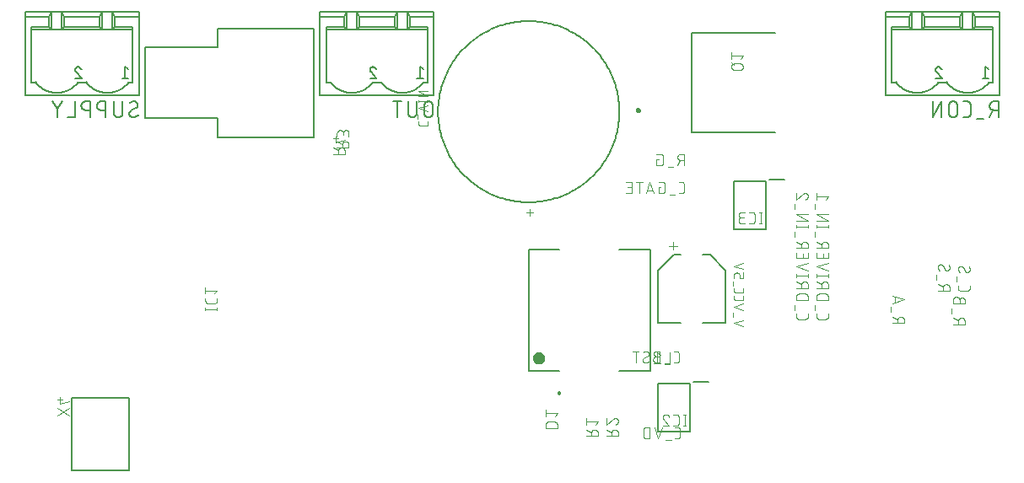
<source format=gbr>
G04 EAGLE Gerber RS-274X export*
G75*
%MOMM*%
%FSLAX34Y34*%
%LPD*%
%INSilkscreen Bottom*%
%IPPOS*%
%AMOC8*
5,1,8,0,0,1.08239X$1,22.5*%
G01*
%ADD10C,0.101600*%
%ADD11C,0.200000*%
%ADD12C,0.076200*%
%ADD13C,0.254000*%
%ADD14C,0.600000*%
%ADD15C,0.266050*%
%ADD16C,0.266050*%
%ADD17C,0.127000*%
%ADD18C,0.152400*%
%ADD19C,0.177800*%
%ADD20C,0.203200*%


D10*
X695339Y161798D02*
X697936Y161798D01*
X698035Y161800D01*
X698135Y161806D01*
X698234Y161815D01*
X698332Y161828D01*
X698430Y161845D01*
X698528Y161866D01*
X698624Y161891D01*
X698719Y161919D01*
X698813Y161951D01*
X698906Y161986D01*
X698998Y162025D01*
X699088Y162068D01*
X699176Y162113D01*
X699263Y162163D01*
X699347Y162215D01*
X699430Y162271D01*
X699510Y162329D01*
X699588Y162391D01*
X699663Y162456D01*
X699736Y162524D01*
X699806Y162594D01*
X699874Y162667D01*
X699939Y162742D01*
X700001Y162820D01*
X700059Y162900D01*
X700115Y162983D01*
X700167Y163067D01*
X700217Y163154D01*
X700262Y163242D01*
X700305Y163332D01*
X700344Y163424D01*
X700379Y163517D01*
X700411Y163611D01*
X700439Y163706D01*
X700464Y163802D01*
X700485Y163900D01*
X700502Y163998D01*
X700515Y164096D01*
X700524Y164195D01*
X700530Y164295D01*
X700532Y164394D01*
X700532Y170886D01*
X700530Y170985D01*
X700524Y171085D01*
X700515Y171184D01*
X700502Y171282D01*
X700485Y171380D01*
X700464Y171478D01*
X700439Y171574D01*
X700411Y171669D01*
X700379Y171763D01*
X700344Y171856D01*
X700305Y171948D01*
X700262Y172038D01*
X700217Y172126D01*
X700167Y172213D01*
X700115Y172297D01*
X700059Y172380D01*
X700001Y172460D01*
X699939Y172538D01*
X699874Y172613D01*
X699806Y172686D01*
X699736Y172756D01*
X699663Y172824D01*
X699588Y172889D01*
X699510Y172951D01*
X699430Y173009D01*
X699347Y173065D01*
X699263Y173117D01*
X699176Y173167D01*
X699088Y173212D01*
X698998Y173255D01*
X698906Y173294D01*
X698813Y173329D01*
X698719Y173361D01*
X698624Y173389D01*
X698528Y173414D01*
X698430Y173435D01*
X698332Y173452D01*
X698234Y173465D01*
X698135Y173474D01*
X698035Y173480D01*
X697936Y173482D01*
X695339Y173482D01*
X691468Y160500D02*
X686275Y160500D01*
X681279Y168289D02*
X678034Y168289D01*
X678034Y168290D02*
X677921Y168288D01*
X677808Y168282D01*
X677695Y168272D01*
X677582Y168258D01*
X677470Y168241D01*
X677359Y168219D01*
X677249Y168194D01*
X677139Y168164D01*
X677031Y168131D01*
X676924Y168094D01*
X676818Y168054D01*
X676714Y168009D01*
X676611Y167961D01*
X676510Y167910D01*
X676411Y167855D01*
X676314Y167797D01*
X676219Y167735D01*
X676126Y167670D01*
X676036Y167602D01*
X675948Y167531D01*
X675862Y167456D01*
X675779Y167379D01*
X675699Y167299D01*
X675622Y167216D01*
X675547Y167130D01*
X675476Y167042D01*
X675408Y166952D01*
X675343Y166859D01*
X675281Y166764D01*
X675223Y166667D01*
X675168Y166568D01*
X675117Y166467D01*
X675069Y166364D01*
X675024Y166260D01*
X674984Y166154D01*
X674947Y166047D01*
X674914Y165939D01*
X674884Y165829D01*
X674859Y165719D01*
X674837Y165608D01*
X674820Y165496D01*
X674806Y165383D01*
X674796Y165270D01*
X674790Y165157D01*
X674788Y165044D01*
X674790Y164931D01*
X674796Y164818D01*
X674806Y164705D01*
X674820Y164592D01*
X674837Y164480D01*
X674859Y164369D01*
X674884Y164259D01*
X674914Y164149D01*
X674947Y164041D01*
X674984Y163934D01*
X675024Y163828D01*
X675069Y163724D01*
X675117Y163621D01*
X675168Y163520D01*
X675223Y163421D01*
X675281Y163324D01*
X675343Y163229D01*
X675408Y163136D01*
X675476Y163046D01*
X675547Y162958D01*
X675622Y162872D01*
X675699Y162789D01*
X675779Y162709D01*
X675862Y162632D01*
X675948Y162557D01*
X676036Y162486D01*
X676126Y162418D01*
X676219Y162353D01*
X676314Y162291D01*
X676411Y162233D01*
X676510Y162178D01*
X676611Y162127D01*
X676714Y162079D01*
X676818Y162034D01*
X676924Y161994D01*
X677031Y161957D01*
X677139Y161924D01*
X677249Y161894D01*
X677359Y161869D01*
X677470Y161847D01*
X677582Y161830D01*
X677695Y161816D01*
X677808Y161806D01*
X677921Y161800D01*
X678034Y161798D01*
X681279Y161798D01*
X681279Y173482D01*
X678034Y173482D01*
X677933Y173480D01*
X677833Y173474D01*
X677733Y173464D01*
X677633Y173451D01*
X677534Y173433D01*
X677435Y173412D01*
X677338Y173387D01*
X677241Y173358D01*
X677146Y173325D01*
X677052Y173289D01*
X676960Y173249D01*
X676869Y173206D01*
X676780Y173159D01*
X676693Y173109D01*
X676607Y173055D01*
X676524Y172998D01*
X676444Y172938D01*
X676365Y172875D01*
X676289Y172808D01*
X676216Y172739D01*
X676146Y172667D01*
X676078Y172593D01*
X676013Y172516D01*
X675952Y172436D01*
X675893Y172354D01*
X675838Y172270D01*
X675786Y172184D01*
X675737Y172096D01*
X675692Y172006D01*
X675650Y171914D01*
X675612Y171821D01*
X675578Y171726D01*
X675547Y171631D01*
X675520Y171534D01*
X675497Y171436D01*
X675477Y171337D01*
X675462Y171237D01*
X675450Y171137D01*
X675442Y171037D01*
X675438Y170936D01*
X675438Y170836D01*
X675442Y170735D01*
X675450Y170635D01*
X675462Y170535D01*
X675477Y170435D01*
X675497Y170336D01*
X675520Y170238D01*
X675547Y170141D01*
X675578Y170046D01*
X675612Y169951D01*
X675650Y169858D01*
X675692Y169766D01*
X675737Y169676D01*
X675786Y169588D01*
X675838Y169502D01*
X675893Y169418D01*
X675952Y169336D01*
X676013Y169256D01*
X676078Y169179D01*
X676146Y169105D01*
X676216Y169033D01*
X676289Y168964D01*
X676365Y168897D01*
X676444Y168834D01*
X676524Y168774D01*
X676607Y168717D01*
X676693Y168663D01*
X676780Y168613D01*
X676869Y168566D01*
X676960Y168523D01*
X677052Y168483D01*
X677146Y168447D01*
X677241Y168414D01*
X677338Y168385D01*
X677435Y168360D01*
X677534Y168339D01*
X677633Y168321D01*
X677733Y168308D01*
X677833Y168298D01*
X677933Y168292D01*
X678034Y168290D01*
X666886Y161798D02*
X666787Y161800D01*
X666687Y161806D01*
X666588Y161815D01*
X666490Y161828D01*
X666392Y161845D01*
X666294Y161866D01*
X666198Y161891D01*
X666103Y161919D01*
X666009Y161951D01*
X665916Y161986D01*
X665824Y162025D01*
X665734Y162068D01*
X665646Y162113D01*
X665559Y162163D01*
X665475Y162215D01*
X665392Y162271D01*
X665312Y162329D01*
X665234Y162391D01*
X665159Y162456D01*
X665086Y162524D01*
X665016Y162594D01*
X664948Y162667D01*
X664883Y162742D01*
X664821Y162820D01*
X664763Y162900D01*
X664707Y162983D01*
X664655Y163067D01*
X664605Y163154D01*
X664560Y163242D01*
X664517Y163332D01*
X664478Y163424D01*
X664443Y163517D01*
X664411Y163611D01*
X664383Y163706D01*
X664358Y163802D01*
X664337Y163900D01*
X664320Y163998D01*
X664307Y164096D01*
X664298Y164195D01*
X664292Y164295D01*
X664290Y164394D01*
X666886Y161798D02*
X667030Y161800D01*
X667175Y161806D01*
X667319Y161815D01*
X667462Y161828D01*
X667606Y161845D01*
X667749Y161866D01*
X667891Y161891D01*
X668032Y161919D01*
X668173Y161951D01*
X668313Y161987D01*
X668452Y162026D01*
X668590Y162069D01*
X668726Y162116D01*
X668862Y162166D01*
X668996Y162220D01*
X669128Y162277D01*
X669259Y162338D01*
X669388Y162402D01*
X669516Y162470D01*
X669642Y162541D01*
X669766Y162615D01*
X669887Y162692D01*
X670007Y162773D01*
X670125Y162856D01*
X670240Y162943D01*
X670353Y163033D01*
X670464Y163126D01*
X670572Y163221D01*
X670678Y163320D01*
X670781Y163421D01*
X670456Y170886D02*
X670454Y170985D01*
X670448Y171085D01*
X670439Y171184D01*
X670426Y171282D01*
X670409Y171380D01*
X670388Y171478D01*
X670363Y171574D01*
X670335Y171669D01*
X670303Y171763D01*
X670268Y171856D01*
X670229Y171948D01*
X670186Y172038D01*
X670141Y172126D01*
X670091Y172213D01*
X670039Y172297D01*
X669983Y172380D01*
X669925Y172460D01*
X669863Y172538D01*
X669798Y172613D01*
X669730Y172686D01*
X669660Y172756D01*
X669587Y172824D01*
X669512Y172889D01*
X669434Y172951D01*
X669354Y173009D01*
X669271Y173065D01*
X669187Y173117D01*
X669100Y173167D01*
X669012Y173212D01*
X668922Y173255D01*
X668830Y173294D01*
X668737Y173329D01*
X668643Y173361D01*
X668548Y173389D01*
X668452Y173414D01*
X668354Y173435D01*
X668256Y173452D01*
X668158Y173465D01*
X668059Y173474D01*
X667959Y173480D01*
X667860Y173482D01*
X667724Y173480D01*
X667588Y173474D01*
X667452Y173465D01*
X667316Y173452D01*
X667181Y173434D01*
X667047Y173414D01*
X666913Y173389D01*
X666779Y173361D01*
X666647Y173328D01*
X666516Y173293D01*
X666385Y173253D01*
X666256Y173210D01*
X666128Y173164D01*
X666002Y173113D01*
X665876Y173060D01*
X665753Y173002D01*
X665631Y172942D01*
X665511Y172878D01*
X665392Y172810D01*
X665276Y172740D01*
X665162Y172666D01*
X665049Y172589D01*
X664939Y172508D01*
X669158Y168614D02*
X669244Y168667D01*
X669328Y168724D01*
X669410Y168783D01*
X669490Y168846D01*
X669567Y168912D01*
X669642Y168980D01*
X669714Y169052D01*
X669783Y169126D01*
X669849Y169203D01*
X669912Y169282D01*
X669972Y169364D01*
X670029Y169448D01*
X670083Y169534D01*
X670133Y169622D01*
X670180Y169712D01*
X670224Y169803D01*
X670263Y169897D01*
X670300Y169991D01*
X670332Y170087D01*
X670361Y170185D01*
X670386Y170283D01*
X670407Y170382D01*
X670425Y170482D01*
X670438Y170582D01*
X670448Y170683D01*
X670454Y170785D01*
X670456Y170886D01*
X665588Y166666D02*
X665502Y166613D01*
X665418Y166556D01*
X665336Y166497D01*
X665256Y166434D01*
X665179Y166368D01*
X665104Y166300D01*
X665032Y166228D01*
X664963Y166154D01*
X664897Y166077D01*
X664834Y165998D01*
X664774Y165916D01*
X664717Y165832D01*
X664663Y165746D01*
X664613Y165658D01*
X664566Y165568D01*
X664522Y165477D01*
X664483Y165383D01*
X664446Y165289D01*
X664414Y165193D01*
X664385Y165095D01*
X664360Y164997D01*
X664339Y164898D01*
X664321Y164798D01*
X664308Y164698D01*
X664298Y164597D01*
X664292Y164495D01*
X664290Y164394D01*
X665588Y166666D02*
X669158Y168614D01*
X657248Y173482D02*
X657248Y161798D01*
X660494Y173482D02*
X654003Y173482D01*
X696609Y85598D02*
X699206Y85598D01*
X699305Y85600D01*
X699405Y85606D01*
X699504Y85615D01*
X699602Y85628D01*
X699700Y85645D01*
X699798Y85666D01*
X699894Y85691D01*
X699989Y85719D01*
X700083Y85751D01*
X700176Y85786D01*
X700268Y85825D01*
X700358Y85868D01*
X700446Y85913D01*
X700533Y85963D01*
X700617Y86015D01*
X700700Y86071D01*
X700780Y86129D01*
X700858Y86191D01*
X700933Y86256D01*
X701006Y86324D01*
X701076Y86394D01*
X701144Y86467D01*
X701209Y86542D01*
X701271Y86620D01*
X701329Y86700D01*
X701385Y86783D01*
X701437Y86867D01*
X701487Y86954D01*
X701532Y87042D01*
X701575Y87132D01*
X701614Y87224D01*
X701649Y87317D01*
X701681Y87411D01*
X701709Y87506D01*
X701734Y87602D01*
X701755Y87700D01*
X701772Y87798D01*
X701785Y87896D01*
X701794Y87995D01*
X701800Y88095D01*
X701802Y88194D01*
X701802Y94686D01*
X701800Y94785D01*
X701794Y94885D01*
X701785Y94984D01*
X701772Y95082D01*
X701755Y95180D01*
X701734Y95278D01*
X701709Y95374D01*
X701681Y95469D01*
X701649Y95563D01*
X701614Y95656D01*
X701575Y95748D01*
X701532Y95838D01*
X701487Y95926D01*
X701437Y96013D01*
X701385Y96097D01*
X701329Y96180D01*
X701271Y96260D01*
X701209Y96338D01*
X701144Y96413D01*
X701076Y96486D01*
X701006Y96556D01*
X700933Y96624D01*
X700858Y96689D01*
X700780Y96751D01*
X700700Y96809D01*
X700617Y96865D01*
X700533Y96917D01*
X700446Y96967D01*
X700358Y97012D01*
X700268Y97055D01*
X700176Y97094D01*
X700083Y97129D01*
X699989Y97161D01*
X699894Y97189D01*
X699798Y97214D01*
X699700Y97235D01*
X699602Y97252D01*
X699504Y97265D01*
X699405Y97274D01*
X699305Y97280D01*
X699206Y97282D01*
X696609Y97282D01*
X692738Y84300D02*
X687545Y84300D01*
X679854Y85598D02*
X683749Y97282D01*
X675960Y97282D02*
X679854Y85598D01*
X671289Y85598D02*
X671289Y97282D01*
X668043Y97282D01*
X667930Y97280D01*
X667817Y97274D01*
X667704Y97264D01*
X667591Y97250D01*
X667479Y97233D01*
X667368Y97211D01*
X667258Y97186D01*
X667148Y97156D01*
X667040Y97123D01*
X666933Y97086D01*
X666827Y97046D01*
X666723Y97001D01*
X666620Y96953D01*
X666519Y96902D01*
X666420Y96847D01*
X666323Y96789D01*
X666228Y96727D01*
X666135Y96662D01*
X666045Y96594D01*
X665957Y96523D01*
X665871Y96448D01*
X665788Y96371D01*
X665708Y96291D01*
X665631Y96208D01*
X665556Y96122D01*
X665485Y96034D01*
X665417Y95944D01*
X665352Y95851D01*
X665290Y95756D01*
X665232Y95659D01*
X665177Y95560D01*
X665126Y95459D01*
X665078Y95356D01*
X665033Y95252D01*
X664993Y95146D01*
X664956Y95039D01*
X664923Y94931D01*
X664893Y94821D01*
X664868Y94711D01*
X664846Y94600D01*
X664829Y94488D01*
X664815Y94375D01*
X664805Y94262D01*
X664799Y94149D01*
X664797Y94036D01*
X664798Y94036D02*
X664798Y88844D01*
X664797Y88844D02*
X664799Y88731D01*
X664805Y88618D01*
X664815Y88505D01*
X664829Y88392D01*
X664846Y88280D01*
X664868Y88169D01*
X664893Y88059D01*
X664923Y87949D01*
X664956Y87841D01*
X664993Y87734D01*
X665033Y87628D01*
X665078Y87524D01*
X665126Y87421D01*
X665177Y87320D01*
X665232Y87221D01*
X665290Y87124D01*
X665352Y87029D01*
X665417Y86936D01*
X665485Y86846D01*
X665556Y86758D01*
X665631Y86672D01*
X665708Y86589D01*
X665788Y86509D01*
X665871Y86432D01*
X665957Y86357D01*
X666045Y86286D01*
X666135Y86218D01*
X666228Y86153D01*
X666323Y86091D01*
X666420Y86033D01*
X666519Y85978D01*
X666620Y85927D01*
X666723Y85879D01*
X666827Y85834D01*
X666933Y85794D01*
X667040Y85757D01*
X667148Y85724D01*
X667258Y85694D01*
X667368Y85669D01*
X667479Y85647D01*
X667591Y85630D01*
X667704Y85616D01*
X667817Y85606D01*
X667930Y85600D01*
X668043Y85598D01*
X671289Y85598D01*
X700419Y331978D02*
X703016Y331978D01*
X703115Y331980D01*
X703215Y331986D01*
X703314Y331995D01*
X703412Y332008D01*
X703510Y332025D01*
X703608Y332046D01*
X703704Y332071D01*
X703799Y332099D01*
X703893Y332131D01*
X703986Y332166D01*
X704078Y332205D01*
X704168Y332248D01*
X704256Y332293D01*
X704343Y332343D01*
X704427Y332395D01*
X704510Y332451D01*
X704590Y332509D01*
X704668Y332571D01*
X704743Y332636D01*
X704816Y332704D01*
X704886Y332774D01*
X704954Y332847D01*
X705019Y332922D01*
X705081Y333000D01*
X705139Y333080D01*
X705195Y333163D01*
X705247Y333247D01*
X705297Y333334D01*
X705342Y333422D01*
X705385Y333512D01*
X705424Y333604D01*
X705459Y333697D01*
X705491Y333791D01*
X705519Y333886D01*
X705544Y333982D01*
X705565Y334080D01*
X705582Y334178D01*
X705595Y334276D01*
X705604Y334375D01*
X705610Y334475D01*
X705612Y334574D01*
X705612Y341066D01*
X705610Y341165D01*
X705604Y341265D01*
X705595Y341364D01*
X705582Y341462D01*
X705565Y341560D01*
X705544Y341658D01*
X705519Y341754D01*
X705491Y341849D01*
X705459Y341943D01*
X705424Y342036D01*
X705385Y342128D01*
X705342Y342218D01*
X705297Y342306D01*
X705247Y342393D01*
X705195Y342477D01*
X705139Y342560D01*
X705081Y342640D01*
X705019Y342718D01*
X704954Y342793D01*
X704886Y342866D01*
X704816Y342936D01*
X704743Y343004D01*
X704668Y343069D01*
X704590Y343131D01*
X704510Y343189D01*
X704427Y343245D01*
X704343Y343297D01*
X704256Y343347D01*
X704168Y343392D01*
X704078Y343435D01*
X703986Y343474D01*
X703893Y343509D01*
X703799Y343541D01*
X703704Y343569D01*
X703608Y343594D01*
X703510Y343615D01*
X703412Y343632D01*
X703314Y343645D01*
X703215Y343654D01*
X703115Y343660D01*
X703016Y343662D01*
X700419Y343662D01*
X696548Y330680D02*
X691355Y330680D01*
X681985Y338469D02*
X680038Y338469D01*
X680038Y331978D01*
X683932Y331978D01*
X684031Y331980D01*
X684131Y331986D01*
X684230Y331995D01*
X684328Y332008D01*
X684426Y332025D01*
X684524Y332046D01*
X684620Y332071D01*
X684715Y332099D01*
X684809Y332131D01*
X684902Y332166D01*
X684994Y332205D01*
X685084Y332248D01*
X685172Y332293D01*
X685259Y332343D01*
X685343Y332395D01*
X685426Y332451D01*
X685506Y332509D01*
X685584Y332571D01*
X685659Y332636D01*
X685732Y332704D01*
X685802Y332774D01*
X685870Y332847D01*
X685935Y332922D01*
X685997Y333000D01*
X686055Y333080D01*
X686111Y333163D01*
X686163Y333247D01*
X686213Y333334D01*
X686258Y333422D01*
X686301Y333512D01*
X686340Y333604D01*
X686375Y333697D01*
X686407Y333791D01*
X686435Y333886D01*
X686460Y333982D01*
X686481Y334080D01*
X686498Y334178D01*
X686511Y334276D01*
X686520Y334375D01*
X686526Y334475D01*
X686528Y334574D01*
X686529Y334574D02*
X686529Y341066D01*
X686528Y341066D02*
X686526Y341165D01*
X686520Y341265D01*
X686511Y341364D01*
X686498Y341462D01*
X686481Y341560D01*
X686460Y341658D01*
X686435Y341754D01*
X686407Y341849D01*
X686375Y341943D01*
X686340Y342036D01*
X686301Y342128D01*
X686258Y342218D01*
X686213Y342306D01*
X686163Y342393D01*
X686111Y342477D01*
X686055Y342560D01*
X685997Y342640D01*
X685935Y342718D01*
X685870Y342793D01*
X685802Y342866D01*
X685732Y342936D01*
X685659Y343004D01*
X685584Y343069D01*
X685506Y343131D01*
X685426Y343189D01*
X685343Y343245D01*
X685259Y343297D01*
X685172Y343347D01*
X685084Y343392D01*
X684994Y343435D01*
X684902Y343474D01*
X684809Y343509D01*
X684715Y343541D01*
X684620Y343569D01*
X684524Y343594D01*
X684426Y343615D01*
X684328Y343632D01*
X684230Y343645D01*
X684131Y343654D01*
X684031Y343660D01*
X683932Y343662D01*
X680038Y343662D01*
X671472Y343662D02*
X675367Y331978D01*
X667578Y331978D02*
X671472Y343662D01*
X668551Y334899D02*
X674393Y334899D01*
X660804Y331978D02*
X660804Y343662D01*
X657559Y343662D02*
X664050Y343662D01*
X652978Y331978D02*
X647785Y331978D01*
X652978Y331978D02*
X652978Y343662D01*
X647785Y343662D01*
X649084Y338469D02*
X652978Y338469D01*
X818388Y210886D02*
X818388Y208289D01*
X818390Y208190D01*
X818396Y208090D01*
X818405Y207991D01*
X818418Y207893D01*
X818435Y207795D01*
X818456Y207697D01*
X818481Y207601D01*
X818509Y207506D01*
X818541Y207412D01*
X818576Y207319D01*
X818615Y207227D01*
X818658Y207137D01*
X818703Y207049D01*
X818753Y206962D01*
X818805Y206878D01*
X818861Y206795D01*
X818919Y206715D01*
X818981Y206637D01*
X819046Y206562D01*
X819114Y206489D01*
X819184Y206419D01*
X819257Y206351D01*
X819332Y206286D01*
X819410Y206224D01*
X819490Y206166D01*
X819573Y206110D01*
X819657Y206058D01*
X819744Y206008D01*
X819832Y205963D01*
X819922Y205920D01*
X820014Y205881D01*
X820107Y205846D01*
X820201Y205814D01*
X820296Y205786D01*
X820392Y205761D01*
X820490Y205740D01*
X820588Y205723D01*
X820686Y205710D01*
X820785Y205701D01*
X820885Y205695D01*
X820984Y205693D01*
X827476Y205693D01*
X827575Y205695D01*
X827675Y205701D01*
X827774Y205710D01*
X827872Y205723D01*
X827970Y205740D01*
X828068Y205761D01*
X828164Y205786D01*
X828259Y205814D01*
X828353Y205846D01*
X828446Y205881D01*
X828538Y205920D01*
X828628Y205963D01*
X828716Y206008D01*
X828803Y206058D01*
X828887Y206110D01*
X828970Y206166D01*
X829050Y206224D01*
X829128Y206286D01*
X829203Y206351D01*
X829276Y206419D01*
X829346Y206489D01*
X829414Y206562D01*
X829479Y206637D01*
X829541Y206715D01*
X829599Y206795D01*
X829655Y206878D01*
X829707Y206962D01*
X829757Y207049D01*
X829802Y207137D01*
X829845Y207227D01*
X829884Y207319D01*
X829919Y207411D01*
X829951Y207506D01*
X829979Y207601D01*
X830004Y207697D01*
X830025Y207795D01*
X830042Y207893D01*
X830055Y207991D01*
X830064Y208090D01*
X830070Y208190D01*
X830072Y208289D01*
X830072Y210886D01*
X817090Y214757D02*
X817090Y219950D01*
X818388Y224776D02*
X830072Y224776D01*
X830072Y228022D01*
X830070Y228135D01*
X830064Y228248D01*
X830054Y228361D01*
X830040Y228474D01*
X830023Y228586D01*
X830001Y228697D01*
X829976Y228807D01*
X829946Y228917D01*
X829913Y229025D01*
X829876Y229132D01*
X829836Y229238D01*
X829791Y229342D01*
X829743Y229445D01*
X829692Y229546D01*
X829637Y229645D01*
X829579Y229742D01*
X829517Y229837D01*
X829452Y229930D01*
X829384Y230020D01*
X829313Y230108D01*
X829238Y230194D01*
X829161Y230277D01*
X829081Y230357D01*
X828998Y230434D01*
X828912Y230509D01*
X828824Y230580D01*
X828734Y230648D01*
X828641Y230713D01*
X828546Y230775D01*
X828449Y230833D01*
X828350Y230888D01*
X828249Y230939D01*
X828146Y230987D01*
X828042Y231032D01*
X827936Y231072D01*
X827829Y231109D01*
X827721Y231142D01*
X827611Y231172D01*
X827501Y231197D01*
X827390Y231219D01*
X827278Y231236D01*
X827165Y231250D01*
X827052Y231260D01*
X826939Y231266D01*
X826826Y231268D01*
X826826Y231267D02*
X821634Y231267D01*
X821634Y231268D02*
X821521Y231266D01*
X821408Y231260D01*
X821295Y231250D01*
X821182Y231236D01*
X821070Y231219D01*
X820959Y231197D01*
X820849Y231172D01*
X820739Y231142D01*
X820631Y231109D01*
X820524Y231072D01*
X820418Y231032D01*
X820314Y230987D01*
X820211Y230939D01*
X820110Y230888D01*
X820011Y230833D01*
X819914Y230775D01*
X819819Y230713D01*
X819726Y230648D01*
X819636Y230580D01*
X819548Y230509D01*
X819462Y230434D01*
X819379Y230357D01*
X819299Y230277D01*
X819222Y230194D01*
X819147Y230108D01*
X819076Y230020D01*
X819008Y229930D01*
X818943Y229837D01*
X818881Y229742D01*
X818823Y229645D01*
X818768Y229546D01*
X818717Y229445D01*
X818669Y229342D01*
X818624Y229238D01*
X818584Y229132D01*
X818547Y229025D01*
X818514Y228917D01*
X818484Y228807D01*
X818459Y228697D01*
X818437Y228586D01*
X818420Y228474D01*
X818406Y228361D01*
X818396Y228248D01*
X818390Y228135D01*
X818388Y228022D01*
X818388Y224776D01*
X818388Y237042D02*
X830072Y237042D01*
X830072Y240287D01*
X830070Y240400D01*
X830064Y240513D01*
X830054Y240626D01*
X830040Y240739D01*
X830023Y240851D01*
X830001Y240962D01*
X829976Y241072D01*
X829946Y241182D01*
X829913Y241290D01*
X829876Y241397D01*
X829836Y241503D01*
X829791Y241607D01*
X829743Y241710D01*
X829692Y241811D01*
X829637Y241910D01*
X829579Y242007D01*
X829517Y242102D01*
X829452Y242195D01*
X829384Y242285D01*
X829313Y242373D01*
X829238Y242459D01*
X829161Y242542D01*
X829081Y242622D01*
X828998Y242699D01*
X828912Y242774D01*
X828824Y242845D01*
X828734Y242913D01*
X828641Y242978D01*
X828546Y243040D01*
X828449Y243098D01*
X828350Y243153D01*
X828249Y243204D01*
X828146Y243252D01*
X828042Y243297D01*
X827936Y243337D01*
X827829Y243374D01*
X827721Y243407D01*
X827611Y243437D01*
X827501Y243462D01*
X827390Y243484D01*
X827278Y243501D01*
X827165Y243515D01*
X827052Y243525D01*
X826939Y243531D01*
X826826Y243533D01*
X826713Y243531D01*
X826600Y243525D01*
X826487Y243515D01*
X826374Y243501D01*
X826262Y243484D01*
X826151Y243462D01*
X826041Y243437D01*
X825931Y243407D01*
X825823Y243374D01*
X825716Y243337D01*
X825610Y243297D01*
X825506Y243252D01*
X825403Y243204D01*
X825302Y243153D01*
X825203Y243098D01*
X825106Y243040D01*
X825011Y242978D01*
X824918Y242913D01*
X824828Y242845D01*
X824740Y242774D01*
X824654Y242699D01*
X824571Y242622D01*
X824491Y242542D01*
X824414Y242459D01*
X824339Y242373D01*
X824268Y242285D01*
X824200Y242195D01*
X824135Y242102D01*
X824073Y242007D01*
X824015Y241910D01*
X823960Y241811D01*
X823909Y241710D01*
X823861Y241607D01*
X823816Y241503D01*
X823776Y241397D01*
X823739Y241290D01*
X823706Y241182D01*
X823676Y241072D01*
X823651Y240962D01*
X823629Y240851D01*
X823612Y240739D01*
X823598Y240626D01*
X823588Y240513D01*
X823582Y240400D01*
X823580Y240287D01*
X823581Y240287D02*
X823581Y237042D01*
X823581Y240936D02*
X818388Y243533D01*
X818388Y249358D02*
X830072Y249358D01*
X818388Y248059D02*
X818388Y250656D01*
X830072Y250656D02*
X830072Y248059D01*
X830072Y254607D02*
X818388Y258502D01*
X830072Y262396D01*
X818388Y267090D02*
X818388Y272282D01*
X818388Y267090D02*
X830072Y267090D01*
X830072Y272282D01*
X824879Y270984D02*
X824879Y267090D01*
X830072Y277047D02*
X818388Y277047D01*
X830072Y277047D02*
X830072Y280292D01*
X830070Y280405D01*
X830064Y280518D01*
X830054Y280631D01*
X830040Y280744D01*
X830023Y280856D01*
X830001Y280967D01*
X829976Y281077D01*
X829946Y281187D01*
X829913Y281295D01*
X829876Y281402D01*
X829836Y281508D01*
X829791Y281612D01*
X829743Y281715D01*
X829692Y281816D01*
X829637Y281915D01*
X829579Y282012D01*
X829517Y282107D01*
X829452Y282200D01*
X829384Y282290D01*
X829313Y282378D01*
X829238Y282464D01*
X829161Y282547D01*
X829081Y282627D01*
X828998Y282704D01*
X828912Y282779D01*
X828824Y282850D01*
X828734Y282918D01*
X828641Y282983D01*
X828546Y283045D01*
X828449Y283103D01*
X828350Y283158D01*
X828249Y283209D01*
X828146Y283257D01*
X828042Y283302D01*
X827936Y283342D01*
X827829Y283379D01*
X827721Y283412D01*
X827611Y283442D01*
X827501Y283467D01*
X827390Y283489D01*
X827278Y283506D01*
X827165Y283520D01*
X827052Y283530D01*
X826939Y283536D01*
X826826Y283538D01*
X826713Y283536D01*
X826600Y283530D01*
X826487Y283520D01*
X826374Y283506D01*
X826262Y283489D01*
X826151Y283467D01*
X826041Y283442D01*
X825931Y283412D01*
X825823Y283379D01*
X825716Y283342D01*
X825610Y283302D01*
X825506Y283257D01*
X825403Y283209D01*
X825302Y283158D01*
X825203Y283103D01*
X825106Y283045D01*
X825011Y282983D01*
X824918Y282918D01*
X824828Y282850D01*
X824740Y282779D01*
X824654Y282704D01*
X824571Y282627D01*
X824491Y282547D01*
X824414Y282464D01*
X824339Y282378D01*
X824268Y282290D01*
X824200Y282200D01*
X824135Y282107D01*
X824073Y282012D01*
X824015Y281915D01*
X823960Y281816D01*
X823909Y281715D01*
X823861Y281612D01*
X823816Y281508D01*
X823776Y281402D01*
X823739Y281295D01*
X823706Y281187D01*
X823676Y281077D01*
X823651Y280967D01*
X823629Y280856D01*
X823612Y280744D01*
X823598Y280631D01*
X823588Y280518D01*
X823582Y280405D01*
X823580Y280292D01*
X823581Y280292D02*
X823581Y277047D01*
X823581Y280941D02*
X818388Y283538D01*
X817090Y287909D02*
X817090Y293102D01*
X818388Y298507D02*
X830072Y298507D01*
X818388Y297208D02*
X818388Y299805D01*
X830072Y299805D02*
X830072Y297208D01*
X830072Y304786D02*
X818388Y304786D01*
X818388Y311277D02*
X830072Y304786D01*
X830072Y311277D02*
X818388Y311277D01*
X817090Y316103D02*
X817090Y321296D01*
X827151Y332232D02*
X827258Y332230D01*
X827364Y332224D01*
X827470Y332214D01*
X827576Y332201D01*
X827682Y332183D01*
X827786Y332162D01*
X827890Y332137D01*
X827993Y332108D01*
X828094Y332076D01*
X828194Y332039D01*
X828293Y331999D01*
X828391Y331956D01*
X828487Y331909D01*
X828581Y331858D01*
X828673Y331804D01*
X828763Y331747D01*
X828851Y331687D01*
X828936Y331623D01*
X829019Y331556D01*
X829100Y331486D01*
X829178Y331414D01*
X829254Y331338D01*
X829326Y331260D01*
X829396Y331179D01*
X829463Y331096D01*
X829527Y331011D01*
X829587Y330923D01*
X829644Y330833D01*
X829698Y330741D01*
X829749Y330647D01*
X829796Y330551D01*
X829839Y330453D01*
X829879Y330354D01*
X829916Y330254D01*
X829948Y330153D01*
X829977Y330050D01*
X830002Y329946D01*
X830023Y329842D01*
X830041Y329736D01*
X830054Y329630D01*
X830064Y329524D01*
X830070Y329418D01*
X830072Y329311D01*
X830070Y329190D01*
X830064Y329069D01*
X830054Y328949D01*
X830041Y328828D01*
X830023Y328709D01*
X830002Y328589D01*
X829977Y328471D01*
X829948Y328354D01*
X829915Y328237D01*
X829879Y328122D01*
X829838Y328008D01*
X829795Y327895D01*
X829747Y327783D01*
X829696Y327674D01*
X829641Y327566D01*
X829583Y327459D01*
X829522Y327355D01*
X829457Y327253D01*
X829389Y327153D01*
X829318Y327055D01*
X829244Y326959D01*
X829167Y326866D01*
X829086Y326776D01*
X829003Y326688D01*
X828917Y326603D01*
X828828Y326520D01*
X828737Y326441D01*
X828643Y326364D01*
X828547Y326291D01*
X828449Y326221D01*
X828348Y326154D01*
X828245Y326090D01*
X828140Y326030D01*
X828033Y325973D01*
X827925Y325919D01*
X827815Y325869D01*
X827703Y325823D01*
X827590Y325780D01*
X827475Y325741D01*
X824879Y331259D02*
X824956Y331338D01*
X825037Y331414D01*
X825120Y331487D01*
X825205Y331557D01*
X825293Y331624D01*
X825383Y331688D01*
X825475Y331748D01*
X825570Y331805D01*
X825666Y331859D01*
X825764Y331910D01*
X825864Y331957D01*
X825966Y332001D01*
X826069Y332041D01*
X826173Y332077D01*
X826279Y332109D01*
X826385Y332138D01*
X826493Y332163D01*
X826601Y332185D01*
X826711Y332202D01*
X826820Y332216D01*
X826930Y332225D01*
X827041Y332231D01*
X827151Y332233D01*
X824879Y331258D02*
X818388Y325741D01*
X818388Y332232D01*
X838708Y210886D02*
X838708Y208289D01*
X838710Y208190D01*
X838716Y208090D01*
X838725Y207991D01*
X838738Y207893D01*
X838755Y207795D01*
X838776Y207697D01*
X838801Y207601D01*
X838829Y207506D01*
X838861Y207412D01*
X838896Y207319D01*
X838935Y207227D01*
X838978Y207137D01*
X839023Y207049D01*
X839073Y206962D01*
X839125Y206878D01*
X839181Y206795D01*
X839239Y206715D01*
X839301Y206637D01*
X839366Y206562D01*
X839434Y206489D01*
X839504Y206419D01*
X839577Y206351D01*
X839652Y206286D01*
X839730Y206224D01*
X839810Y206166D01*
X839893Y206110D01*
X839977Y206058D01*
X840064Y206008D01*
X840152Y205963D01*
X840242Y205920D01*
X840334Y205881D01*
X840427Y205846D01*
X840521Y205814D01*
X840616Y205786D01*
X840712Y205761D01*
X840810Y205740D01*
X840908Y205723D01*
X841006Y205710D01*
X841105Y205701D01*
X841205Y205695D01*
X841304Y205693D01*
X847796Y205693D01*
X847895Y205695D01*
X847995Y205701D01*
X848094Y205710D01*
X848192Y205723D01*
X848290Y205740D01*
X848388Y205761D01*
X848484Y205786D01*
X848579Y205814D01*
X848673Y205846D01*
X848766Y205881D01*
X848858Y205920D01*
X848948Y205963D01*
X849036Y206008D01*
X849123Y206058D01*
X849207Y206110D01*
X849290Y206166D01*
X849370Y206224D01*
X849448Y206286D01*
X849523Y206351D01*
X849596Y206419D01*
X849666Y206489D01*
X849734Y206562D01*
X849799Y206637D01*
X849861Y206715D01*
X849919Y206795D01*
X849975Y206878D01*
X850027Y206962D01*
X850077Y207049D01*
X850122Y207137D01*
X850165Y207227D01*
X850204Y207319D01*
X850239Y207411D01*
X850271Y207506D01*
X850299Y207601D01*
X850324Y207697D01*
X850345Y207795D01*
X850362Y207893D01*
X850375Y207991D01*
X850384Y208090D01*
X850390Y208190D01*
X850392Y208289D01*
X850392Y210886D01*
X837410Y214757D02*
X837410Y219950D01*
X838708Y224776D02*
X850392Y224776D01*
X850392Y228022D01*
X850390Y228135D01*
X850384Y228248D01*
X850374Y228361D01*
X850360Y228474D01*
X850343Y228586D01*
X850321Y228697D01*
X850296Y228807D01*
X850266Y228917D01*
X850233Y229025D01*
X850196Y229132D01*
X850156Y229238D01*
X850111Y229342D01*
X850063Y229445D01*
X850012Y229546D01*
X849957Y229645D01*
X849899Y229742D01*
X849837Y229837D01*
X849772Y229930D01*
X849704Y230020D01*
X849633Y230108D01*
X849558Y230194D01*
X849481Y230277D01*
X849401Y230357D01*
X849318Y230434D01*
X849232Y230509D01*
X849144Y230580D01*
X849054Y230648D01*
X848961Y230713D01*
X848866Y230775D01*
X848769Y230833D01*
X848670Y230888D01*
X848569Y230939D01*
X848466Y230987D01*
X848362Y231032D01*
X848256Y231072D01*
X848149Y231109D01*
X848041Y231142D01*
X847931Y231172D01*
X847821Y231197D01*
X847710Y231219D01*
X847598Y231236D01*
X847485Y231250D01*
X847372Y231260D01*
X847259Y231266D01*
X847146Y231268D01*
X847146Y231267D02*
X841954Y231267D01*
X841954Y231268D02*
X841841Y231266D01*
X841728Y231260D01*
X841615Y231250D01*
X841502Y231236D01*
X841390Y231219D01*
X841279Y231197D01*
X841169Y231172D01*
X841059Y231142D01*
X840951Y231109D01*
X840844Y231072D01*
X840738Y231032D01*
X840634Y230987D01*
X840531Y230939D01*
X840430Y230888D01*
X840331Y230833D01*
X840234Y230775D01*
X840139Y230713D01*
X840046Y230648D01*
X839956Y230580D01*
X839868Y230509D01*
X839782Y230434D01*
X839699Y230357D01*
X839619Y230277D01*
X839542Y230194D01*
X839467Y230108D01*
X839396Y230020D01*
X839328Y229930D01*
X839263Y229837D01*
X839201Y229742D01*
X839143Y229645D01*
X839088Y229546D01*
X839037Y229445D01*
X838989Y229342D01*
X838944Y229238D01*
X838904Y229132D01*
X838867Y229025D01*
X838834Y228917D01*
X838804Y228807D01*
X838779Y228697D01*
X838757Y228586D01*
X838740Y228474D01*
X838726Y228361D01*
X838716Y228248D01*
X838710Y228135D01*
X838708Y228022D01*
X838708Y224776D01*
X838708Y237042D02*
X850392Y237042D01*
X850392Y240287D01*
X850390Y240400D01*
X850384Y240513D01*
X850374Y240626D01*
X850360Y240739D01*
X850343Y240851D01*
X850321Y240962D01*
X850296Y241072D01*
X850266Y241182D01*
X850233Y241290D01*
X850196Y241397D01*
X850156Y241503D01*
X850111Y241607D01*
X850063Y241710D01*
X850012Y241811D01*
X849957Y241910D01*
X849899Y242007D01*
X849837Y242102D01*
X849772Y242195D01*
X849704Y242285D01*
X849633Y242373D01*
X849558Y242459D01*
X849481Y242542D01*
X849401Y242622D01*
X849318Y242699D01*
X849232Y242774D01*
X849144Y242845D01*
X849054Y242913D01*
X848961Y242978D01*
X848866Y243040D01*
X848769Y243098D01*
X848670Y243153D01*
X848569Y243204D01*
X848466Y243252D01*
X848362Y243297D01*
X848256Y243337D01*
X848149Y243374D01*
X848041Y243407D01*
X847931Y243437D01*
X847821Y243462D01*
X847710Y243484D01*
X847598Y243501D01*
X847485Y243515D01*
X847372Y243525D01*
X847259Y243531D01*
X847146Y243533D01*
X847033Y243531D01*
X846920Y243525D01*
X846807Y243515D01*
X846694Y243501D01*
X846582Y243484D01*
X846471Y243462D01*
X846361Y243437D01*
X846251Y243407D01*
X846143Y243374D01*
X846036Y243337D01*
X845930Y243297D01*
X845826Y243252D01*
X845723Y243204D01*
X845622Y243153D01*
X845523Y243098D01*
X845426Y243040D01*
X845331Y242978D01*
X845238Y242913D01*
X845148Y242845D01*
X845060Y242774D01*
X844974Y242699D01*
X844891Y242622D01*
X844811Y242542D01*
X844734Y242459D01*
X844659Y242373D01*
X844588Y242285D01*
X844520Y242195D01*
X844455Y242102D01*
X844393Y242007D01*
X844335Y241910D01*
X844280Y241811D01*
X844229Y241710D01*
X844181Y241607D01*
X844136Y241503D01*
X844096Y241397D01*
X844059Y241290D01*
X844026Y241182D01*
X843996Y241072D01*
X843971Y240962D01*
X843949Y240851D01*
X843932Y240739D01*
X843918Y240626D01*
X843908Y240513D01*
X843902Y240400D01*
X843900Y240287D01*
X843901Y240287D02*
X843901Y237042D01*
X843901Y240936D02*
X838708Y243533D01*
X838708Y249358D02*
X850392Y249358D01*
X838708Y248059D02*
X838708Y250656D01*
X850392Y250656D02*
X850392Y248059D01*
X850392Y254607D02*
X838708Y258502D01*
X850392Y262396D01*
X838708Y267090D02*
X838708Y272282D01*
X838708Y267090D02*
X850392Y267090D01*
X850392Y272282D01*
X845199Y270984D02*
X845199Y267090D01*
X850392Y277047D02*
X838708Y277047D01*
X850392Y277047D02*
X850392Y280292D01*
X850390Y280405D01*
X850384Y280518D01*
X850374Y280631D01*
X850360Y280744D01*
X850343Y280856D01*
X850321Y280967D01*
X850296Y281077D01*
X850266Y281187D01*
X850233Y281295D01*
X850196Y281402D01*
X850156Y281508D01*
X850111Y281612D01*
X850063Y281715D01*
X850012Y281816D01*
X849957Y281915D01*
X849899Y282012D01*
X849837Y282107D01*
X849772Y282200D01*
X849704Y282290D01*
X849633Y282378D01*
X849558Y282464D01*
X849481Y282547D01*
X849401Y282627D01*
X849318Y282704D01*
X849232Y282779D01*
X849144Y282850D01*
X849054Y282918D01*
X848961Y282983D01*
X848866Y283045D01*
X848769Y283103D01*
X848670Y283158D01*
X848569Y283209D01*
X848466Y283257D01*
X848362Y283302D01*
X848256Y283342D01*
X848149Y283379D01*
X848041Y283412D01*
X847931Y283442D01*
X847821Y283467D01*
X847710Y283489D01*
X847598Y283506D01*
X847485Y283520D01*
X847372Y283530D01*
X847259Y283536D01*
X847146Y283538D01*
X847033Y283536D01*
X846920Y283530D01*
X846807Y283520D01*
X846694Y283506D01*
X846582Y283489D01*
X846471Y283467D01*
X846361Y283442D01*
X846251Y283412D01*
X846143Y283379D01*
X846036Y283342D01*
X845930Y283302D01*
X845826Y283257D01*
X845723Y283209D01*
X845622Y283158D01*
X845523Y283103D01*
X845426Y283045D01*
X845331Y282983D01*
X845238Y282918D01*
X845148Y282850D01*
X845060Y282779D01*
X844974Y282704D01*
X844891Y282627D01*
X844811Y282547D01*
X844734Y282464D01*
X844659Y282378D01*
X844588Y282290D01*
X844520Y282200D01*
X844455Y282107D01*
X844393Y282012D01*
X844335Y281915D01*
X844280Y281816D01*
X844229Y281715D01*
X844181Y281612D01*
X844136Y281508D01*
X844096Y281402D01*
X844059Y281295D01*
X844026Y281187D01*
X843996Y281077D01*
X843971Y280967D01*
X843949Y280856D01*
X843932Y280744D01*
X843918Y280631D01*
X843908Y280518D01*
X843902Y280405D01*
X843900Y280292D01*
X843901Y280292D02*
X843901Y277047D01*
X843901Y280941D02*
X838708Y283538D01*
X837410Y287909D02*
X837410Y293102D01*
X838708Y298507D02*
X850392Y298507D01*
X838708Y297208D02*
X838708Y299805D01*
X850392Y299805D02*
X850392Y297208D01*
X850392Y304786D02*
X838708Y304786D01*
X838708Y311277D02*
X850392Y304786D01*
X850392Y311277D02*
X838708Y311277D01*
X837410Y316103D02*
X837410Y321296D01*
X847796Y325741D02*
X850392Y328986D01*
X838708Y328986D01*
X838708Y325741D02*
X838708Y332232D01*
X980948Y239381D02*
X980948Y236784D01*
X980950Y236685D01*
X980956Y236585D01*
X980965Y236486D01*
X980978Y236388D01*
X980995Y236290D01*
X981016Y236192D01*
X981041Y236096D01*
X981069Y236001D01*
X981101Y235907D01*
X981136Y235814D01*
X981175Y235722D01*
X981218Y235632D01*
X981263Y235544D01*
X981313Y235457D01*
X981365Y235373D01*
X981421Y235290D01*
X981479Y235210D01*
X981541Y235132D01*
X981606Y235057D01*
X981674Y234984D01*
X981744Y234914D01*
X981817Y234846D01*
X981892Y234781D01*
X981970Y234719D01*
X982050Y234661D01*
X982133Y234605D01*
X982217Y234553D01*
X982304Y234503D01*
X982392Y234458D01*
X982482Y234415D01*
X982574Y234376D01*
X982667Y234341D01*
X982761Y234309D01*
X982856Y234281D01*
X982952Y234256D01*
X983050Y234235D01*
X983148Y234218D01*
X983246Y234205D01*
X983345Y234196D01*
X983445Y234190D01*
X983544Y234188D01*
X990036Y234188D01*
X990135Y234190D01*
X990235Y234196D01*
X990334Y234205D01*
X990432Y234218D01*
X990530Y234235D01*
X990628Y234256D01*
X990724Y234281D01*
X990819Y234309D01*
X990913Y234341D01*
X991006Y234376D01*
X991098Y234415D01*
X991188Y234458D01*
X991276Y234503D01*
X991363Y234553D01*
X991447Y234605D01*
X991530Y234661D01*
X991610Y234719D01*
X991688Y234781D01*
X991763Y234846D01*
X991836Y234914D01*
X991906Y234984D01*
X991974Y235057D01*
X992039Y235132D01*
X992101Y235210D01*
X992159Y235290D01*
X992215Y235373D01*
X992267Y235457D01*
X992317Y235544D01*
X992362Y235632D01*
X992405Y235722D01*
X992444Y235814D01*
X992479Y235906D01*
X992511Y236001D01*
X992539Y236096D01*
X992564Y236192D01*
X992585Y236290D01*
X992602Y236388D01*
X992615Y236486D01*
X992624Y236585D01*
X992630Y236685D01*
X992632Y236784D01*
X992632Y239381D01*
X979650Y243252D02*
X979650Y248445D01*
X980948Y256404D02*
X980950Y256503D01*
X980956Y256603D01*
X980965Y256702D01*
X980978Y256800D01*
X980995Y256898D01*
X981016Y256996D01*
X981041Y257092D01*
X981069Y257187D01*
X981101Y257281D01*
X981136Y257374D01*
X981175Y257466D01*
X981218Y257556D01*
X981263Y257644D01*
X981313Y257731D01*
X981365Y257815D01*
X981421Y257898D01*
X981479Y257978D01*
X981541Y258056D01*
X981606Y258131D01*
X981674Y258204D01*
X981744Y258274D01*
X981817Y258342D01*
X981892Y258407D01*
X981970Y258469D01*
X982050Y258527D01*
X982133Y258583D01*
X982217Y258635D01*
X982304Y258685D01*
X982392Y258730D01*
X982482Y258773D01*
X982574Y258812D01*
X982667Y258847D01*
X982761Y258879D01*
X982856Y258907D01*
X982952Y258932D01*
X983050Y258953D01*
X983148Y258970D01*
X983246Y258983D01*
X983345Y258992D01*
X983445Y258998D01*
X983544Y259000D01*
X980948Y256404D02*
X980950Y256260D01*
X980956Y256115D01*
X980965Y255971D01*
X980978Y255828D01*
X980995Y255684D01*
X981016Y255541D01*
X981041Y255399D01*
X981069Y255258D01*
X981101Y255117D01*
X981137Y254977D01*
X981176Y254838D01*
X981219Y254700D01*
X981266Y254564D01*
X981316Y254428D01*
X981370Y254294D01*
X981427Y254162D01*
X981488Y254031D01*
X981552Y253902D01*
X981620Y253774D01*
X981690Y253648D01*
X981765Y253524D01*
X981842Y253403D01*
X981923Y253283D01*
X982006Y253165D01*
X982093Y253050D01*
X982183Y252937D01*
X982276Y252826D01*
X982371Y252718D01*
X982470Y252612D01*
X982571Y252509D01*
X990036Y252834D02*
X990135Y252836D01*
X990235Y252842D01*
X990334Y252851D01*
X990432Y252864D01*
X990530Y252881D01*
X990628Y252902D01*
X990724Y252927D01*
X990819Y252955D01*
X990913Y252987D01*
X991006Y253022D01*
X991098Y253061D01*
X991188Y253104D01*
X991276Y253149D01*
X991363Y253199D01*
X991447Y253251D01*
X991530Y253307D01*
X991610Y253365D01*
X991688Y253427D01*
X991763Y253492D01*
X991836Y253560D01*
X991906Y253630D01*
X991974Y253703D01*
X992039Y253778D01*
X992101Y253856D01*
X992159Y253936D01*
X992215Y254019D01*
X992267Y254103D01*
X992317Y254190D01*
X992362Y254278D01*
X992405Y254368D01*
X992444Y254460D01*
X992479Y254553D01*
X992511Y254647D01*
X992539Y254742D01*
X992564Y254839D01*
X992585Y254936D01*
X992602Y255034D01*
X992615Y255132D01*
X992624Y255231D01*
X992630Y255331D01*
X992632Y255430D01*
X992630Y255566D01*
X992624Y255702D01*
X992615Y255838D01*
X992602Y255974D01*
X992584Y256109D01*
X992564Y256243D01*
X992539Y256377D01*
X992511Y256511D01*
X992478Y256643D01*
X992443Y256774D01*
X992403Y256905D01*
X992360Y257034D01*
X992314Y257162D01*
X992263Y257288D01*
X992210Y257414D01*
X992152Y257537D01*
X992092Y257659D01*
X992028Y257779D01*
X991960Y257898D01*
X991890Y258014D01*
X991816Y258128D01*
X991739Y258241D01*
X991658Y258351D01*
X987764Y254132D02*
X987817Y254046D01*
X987874Y253962D01*
X987933Y253880D01*
X987996Y253800D01*
X988062Y253723D01*
X988130Y253648D01*
X988202Y253576D01*
X988276Y253507D01*
X988353Y253441D01*
X988432Y253378D01*
X988514Y253318D01*
X988598Y253261D01*
X988684Y253207D01*
X988772Y253157D01*
X988862Y253110D01*
X988953Y253066D01*
X989047Y253027D01*
X989141Y252990D01*
X989237Y252958D01*
X989335Y252929D01*
X989433Y252904D01*
X989532Y252883D01*
X989632Y252865D01*
X989732Y252852D01*
X989833Y252842D01*
X989935Y252836D01*
X990036Y252834D01*
X985816Y257702D02*
X985763Y257788D01*
X985706Y257872D01*
X985647Y257954D01*
X985584Y258034D01*
X985518Y258111D01*
X985450Y258186D01*
X985378Y258258D01*
X985304Y258327D01*
X985227Y258393D01*
X985148Y258456D01*
X985066Y258516D01*
X984982Y258573D01*
X984896Y258627D01*
X984808Y258677D01*
X984718Y258724D01*
X984627Y258768D01*
X984533Y258807D01*
X984439Y258844D01*
X984343Y258876D01*
X984245Y258905D01*
X984147Y258930D01*
X984048Y258951D01*
X983948Y258969D01*
X983848Y258982D01*
X983747Y258992D01*
X983645Y258998D01*
X983544Y259000D01*
X985816Y257702D02*
X987764Y254132D01*
D11*
X458910Y414020D02*
X458937Y416253D01*
X459020Y418485D01*
X459157Y420714D01*
X459348Y422940D01*
X459594Y425159D01*
X459895Y427372D01*
X460250Y429578D01*
X460659Y431773D01*
X461121Y433958D01*
X461637Y436131D01*
X462206Y438291D01*
X462828Y440436D01*
X463503Y442565D01*
X464229Y444677D01*
X465008Y446770D01*
X465837Y448844D01*
X466717Y450897D01*
X467647Y452928D01*
X468627Y454935D01*
X469655Y456917D01*
X470732Y458874D01*
X471857Y460803D01*
X473028Y462705D01*
X474246Y464577D01*
X475510Y466419D01*
X476818Y468229D01*
X478170Y470006D01*
X479566Y471750D01*
X481004Y473459D01*
X482483Y475132D01*
X484004Y476768D01*
X485563Y478367D01*
X487162Y479926D01*
X488798Y481447D01*
X490471Y482926D01*
X492180Y484364D01*
X493924Y485760D01*
X495701Y487112D01*
X497511Y488420D01*
X499353Y489684D01*
X501225Y490902D01*
X503127Y492073D01*
X505056Y493198D01*
X507013Y494275D01*
X508995Y495303D01*
X511002Y496283D01*
X513033Y497213D01*
X515086Y498093D01*
X517160Y498922D01*
X519253Y499701D01*
X521365Y500427D01*
X523494Y501102D01*
X525639Y501724D01*
X527799Y502293D01*
X529972Y502809D01*
X532157Y503271D01*
X534352Y503680D01*
X536558Y504035D01*
X538771Y504336D01*
X540990Y504582D01*
X543216Y504773D01*
X545445Y504910D01*
X547677Y504993D01*
X549910Y505020D01*
X552143Y504993D01*
X554375Y504910D01*
X556604Y504773D01*
X558830Y504582D01*
X561049Y504336D01*
X563262Y504035D01*
X565468Y503680D01*
X567663Y503271D01*
X569848Y502809D01*
X572021Y502293D01*
X574181Y501724D01*
X576326Y501102D01*
X578455Y500427D01*
X580567Y499701D01*
X582660Y498922D01*
X584734Y498093D01*
X586787Y497213D01*
X588818Y496283D01*
X590825Y495303D01*
X592807Y494275D01*
X594764Y493198D01*
X596693Y492073D01*
X598595Y490902D01*
X600467Y489684D01*
X602309Y488420D01*
X604119Y487112D01*
X605896Y485760D01*
X607640Y484364D01*
X609349Y482926D01*
X611022Y481447D01*
X612658Y479926D01*
X614257Y478367D01*
X615816Y476768D01*
X617337Y475132D01*
X618816Y473459D01*
X620254Y471750D01*
X621650Y470006D01*
X623002Y468229D01*
X624310Y466419D01*
X625574Y464577D01*
X626792Y462705D01*
X627963Y460803D01*
X629088Y458874D01*
X630165Y456917D01*
X631193Y454935D01*
X632173Y452928D01*
X633103Y450897D01*
X633983Y448844D01*
X634812Y446770D01*
X635591Y444677D01*
X636317Y442565D01*
X636992Y440436D01*
X637614Y438291D01*
X638183Y436131D01*
X638699Y433958D01*
X639161Y431773D01*
X639570Y429578D01*
X639925Y427372D01*
X640226Y425159D01*
X640472Y422940D01*
X640663Y420714D01*
X640800Y418485D01*
X640883Y416253D01*
X640910Y414020D01*
X640883Y411787D01*
X640800Y409555D01*
X640663Y407326D01*
X640472Y405100D01*
X640226Y402881D01*
X639925Y400668D01*
X639570Y398462D01*
X639161Y396267D01*
X638699Y394082D01*
X638183Y391909D01*
X637614Y389749D01*
X636992Y387604D01*
X636317Y385475D01*
X635591Y383363D01*
X634812Y381270D01*
X633983Y379196D01*
X633103Y377143D01*
X632173Y375112D01*
X631193Y373105D01*
X630165Y371123D01*
X629088Y369166D01*
X627963Y367237D01*
X626792Y365335D01*
X625574Y363463D01*
X624310Y361621D01*
X623002Y359811D01*
X621650Y358034D01*
X620254Y356290D01*
X618816Y354581D01*
X617337Y352908D01*
X615816Y351272D01*
X614257Y349673D01*
X612658Y348114D01*
X611022Y346593D01*
X609349Y345114D01*
X607640Y343676D01*
X605896Y342280D01*
X604119Y340928D01*
X602309Y339620D01*
X600467Y338356D01*
X598595Y337138D01*
X596693Y335967D01*
X594764Y334842D01*
X592807Y333765D01*
X590825Y332737D01*
X588818Y331757D01*
X586787Y330827D01*
X584734Y329947D01*
X582660Y329118D01*
X580567Y328339D01*
X578455Y327613D01*
X576326Y326938D01*
X574181Y326316D01*
X572021Y325747D01*
X569848Y325231D01*
X567663Y324769D01*
X565468Y324360D01*
X563262Y324005D01*
X561049Y323704D01*
X558830Y323458D01*
X556604Y323267D01*
X554375Y323130D01*
X552143Y323047D01*
X549910Y323020D01*
X547677Y323047D01*
X545445Y323130D01*
X543216Y323267D01*
X540990Y323458D01*
X538771Y323704D01*
X536558Y324005D01*
X534352Y324360D01*
X532157Y324769D01*
X529972Y325231D01*
X527799Y325747D01*
X525639Y326316D01*
X523494Y326938D01*
X521365Y327613D01*
X519253Y328339D01*
X517160Y329118D01*
X515086Y329947D01*
X513033Y330827D01*
X511002Y331757D01*
X508995Y332737D01*
X507013Y333765D01*
X505056Y334842D01*
X503127Y335967D01*
X501225Y337138D01*
X499353Y338356D01*
X497511Y339620D01*
X495701Y340928D01*
X493924Y342280D01*
X492180Y343676D01*
X490471Y345114D01*
X488798Y346593D01*
X487162Y348114D01*
X485563Y349673D01*
X484004Y351272D01*
X482483Y352908D01*
X481004Y354581D01*
X479566Y356290D01*
X478170Y358034D01*
X476818Y359811D01*
X475510Y361621D01*
X474246Y363463D01*
X473028Y365335D01*
X471857Y367237D01*
X470732Y369166D01*
X469655Y371123D01*
X468627Y373105D01*
X467647Y375112D01*
X466717Y377143D01*
X465837Y379196D01*
X465008Y381270D01*
X464229Y383363D01*
X463503Y385475D01*
X462828Y387604D01*
X462206Y389749D01*
X461637Y391909D01*
X461121Y394082D01*
X460659Y396267D01*
X460250Y398462D01*
X459895Y400668D01*
X459594Y402881D01*
X459348Y405100D01*
X459157Y407326D01*
X459020Y409555D01*
X458937Y411787D01*
X458910Y414020D01*
D12*
X550786Y316153D02*
X550786Y309887D01*
X547653Y313020D02*
X553918Y313020D01*
X439331Y401950D02*
X439331Y404038D01*
X439331Y401950D02*
X439333Y401861D01*
X439339Y401773D01*
X439348Y401685D01*
X439361Y401597D01*
X439378Y401510D01*
X439398Y401424D01*
X439423Y401339D01*
X439450Y401254D01*
X439482Y401171D01*
X439516Y401090D01*
X439555Y401010D01*
X439596Y400932D01*
X439641Y400855D01*
X439689Y400781D01*
X439740Y400708D01*
X439794Y400638D01*
X439852Y400571D01*
X439912Y400505D01*
X439974Y400443D01*
X440040Y400383D01*
X440107Y400325D01*
X440177Y400271D01*
X440250Y400220D01*
X440324Y400172D01*
X440401Y400127D01*
X440479Y400086D01*
X440559Y400047D01*
X440640Y400013D01*
X440723Y399981D01*
X440808Y399954D01*
X440893Y399929D01*
X440979Y399909D01*
X441066Y399892D01*
X441154Y399879D01*
X441242Y399870D01*
X441330Y399864D01*
X441419Y399862D01*
X441419Y399861D02*
X446641Y399861D01*
X446641Y399862D02*
X446732Y399864D01*
X446823Y399870D01*
X446914Y399880D01*
X447004Y399894D01*
X447093Y399911D01*
X447181Y399933D01*
X447269Y399959D01*
X447355Y399988D01*
X447440Y400021D01*
X447523Y400058D01*
X447605Y400098D01*
X447685Y400142D01*
X447763Y400189D01*
X447839Y400240D01*
X447912Y400293D01*
X447983Y400350D01*
X448052Y400411D01*
X448117Y400474D01*
X448180Y400539D01*
X448240Y400608D01*
X448298Y400679D01*
X448351Y400752D01*
X448402Y400828D01*
X448449Y400906D01*
X448493Y400986D01*
X448533Y401068D01*
X448570Y401151D01*
X448603Y401236D01*
X448632Y401322D01*
X448658Y401410D01*
X448680Y401498D01*
X448697Y401587D01*
X448711Y401677D01*
X448721Y401768D01*
X448727Y401859D01*
X448729Y401950D01*
X448729Y404038D01*
X438287Y407115D02*
X438287Y411292D01*
X439331Y417433D02*
X448729Y414300D01*
X448729Y420565D02*
X439331Y417433D01*
X439331Y424748D02*
X448729Y424748D01*
X439331Y423704D02*
X439331Y425792D01*
X448729Y425792D02*
X448729Y423704D01*
X448729Y429757D02*
X439331Y429757D01*
X439331Y434979D02*
X448729Y429757D01*
X448729Y434979D02*
X439331Y434979D01*
D13*
X579551Y131840D02*
X579553Y131890D01*
X579559Y131940D01*
X579568Y131990D01*
X579582Y132038D01*
X579599Y132085D01*
X579620Y132131D01*
X579644Y132175D01*
X579672Y132217D01*
X579703Y132257D01*
X579737Y132294D01*
X579773Y132329D01*
X579812Y132361D01*
X579854Y132389D01*
X579898Y132414D01*
X579943Y132436D01*
X579990Y132454D01*
X580038Y132468D01*
X580087Y132479D01*
X580137Y132486D01*
X580187Y132489D01*
X580238Y132488D01*
X580288Y132483D01*
X580337Y132474D01*
X580386Y132462D01*
X580434Y132445D01*
X580480Y132426D01*
X580524Y132402D01*
X580567Y132375D01*
X580607Y132345D01*
X580645Y132312D01*
X580681Y132276D01*
X580713Y132238D01*
X580742Y132197D01*
X580768Y132154D01*
X580791Y132109D01*
X580810Y132062D01*
X580825Y132014D01*
X580837Y131965D01*
X580845Y131915D01*
X580849Y131865D01*
X580849Y131815D01*
X580845Y131765D01*
X580837Y131715D01*
X580825Y131666D01*
X580810Y131618D01*
X580791Y131571D01*
X580768Y131526D01*
X580742Y131483D01*
X580713Y131442D01*
X580681Y131404D01*
X580645Y131368D01*
X580607Y131335D01*
X580567Y131305D01*
X580525Y131278D01*
X580480Y131254D01*
X580434Y131235D01*
X580386Y131218D01*
X580337Y131206D01*
X580288Y131197D01*
X580238Y131192D01*
X580187Y131191D01*
X580137Y131194D01*
X580087Y131201D01*
X580038Y131212D01*
X579990Y131226D01*
X579943Y131244D01*
X579898Y131266D01*
X579854Y131291D01*
X579812Y131319D01*
X579773Y131351D01*
X579737Y131386D01*
X579703Y131423D01*
X579672Y131463D01*
X579644Y131505D01*
X579620Y131549D01*
X579599Y131595D01*
X579582Y131642D01*
X579568Y131690D01*
X579559Y131740D01*
X579553Y131790D01*
X579551Y131840D01*
D10*
X578542Y96224D02*
X566858Y96224D01*
X578542Y96224D02*
X578542Y99470D01*
X578540Y99583D01*
X578534Y99696D01*
X578524Y99809D01*
X578510Y99922D01*
X578493Y100034D01*
X578471Y100145D01*
X578446Y100255D01*
X578416Y100365D01*
X578383Y100473D01*
X578346Y100580D01*
X578306Y100686D01*
X578261Y100790D01*
X578213Y100893D01*
X578162Y100994D01*
X578107Y101093D01*
X578049Y101190D01*
X577987Y101285D01*
X577922Y101378D01*
X577854Y101468D01*
X577783Y101556D01*
X577708Y101642D01*
X577631Y101725D01*
X577551Y101805D01*
X577468Y101882D01*
X577382Y101957D01*
X577294Y102028D01*
X577204Y102096D01*
X577111Y102161D01*
X577016Y102223D01*
X576919Y102281D01*
X576820Y102336D01*
X576719Y102387D01*
X576616Y102435D01*
X576512Y102480D01*
X576406Y102520D01*
X576299Y102557D01*
X576191Y102590D01*
X576081Y102620D01*
X575971Y102645D01*
X575860Y102667D01*
X575748Y102684D01*
X575635Y102698D01*
X575522Y102708D01*
X575409Y102714D01*
X575296Y102716D01*
X575296Y102715D02*
X570104Y102715D01*
X570104Y102716D02*
X569991Y102714D01*
X569878Y102708D01*
X569765Y102698D01*
X569652Y102684D01*
X569540Y102667D01*
X569429Y102645D01*
X569319Y102620D01*
X569209Y102590D01*
X569101Y102557D01*
X568994Y102520D01*
X568888Y102480D01*
X568784Y102435D01*
X568681Y102387D01*
X568580Y102336D01*
X568481Y102281D01*
X568384Y102223D01*
X568289Y102161D01*
X568196Y102096D01*
X568106Y102028D01*
X568018Y101957D01*
X567932Y101882D01*
X567849Y101805D01*
X567769Y101725D01*
X567692Y101642D01*
X567617Y101556D01*
X567546Y101468D01*
X567478Y101378D01*
X567413Y101285D01*
X567351Y101190D01*
X567293Y101093D01*
X567238Y100994D01*
X567187Y100893D01*
X567139Y100790D01*
X567094Y100686D01*
X567054Y100580D01*
X567017Y100473D01*
X566984Y100365D01*
X566954Y100255D01*
X566929Y100145D01*
X566907Y100034D01*
X566890Y99922D01*
X566876Y99809D01*
X566866Y99696D01*
X566860Y99583D01*
X566858Y99470D01*
X566858Y96224D01*
X575946Y108035D02*
X578542Y111280D01*
X566858Y111280D01*
X566858Y108035D02*
X566858Y114526D01*
X236982Y215752D02*
X225298Y215752D01*
X225298Y214454D02*
X225298Y217050D01*
X236982Y217050D02*
X236982Y214454D01*
X225298Y224214D02*
X225298Y226810D01*
X225298Y224214D02*
X225300Y224115D01*
X225306Y224015D01*
X225315Y223916D01*
X225328Y223818D01*
X225345Y223720D01*
X225366Y223622D01*
X225391Y223526D01*
X225419Y223431D01*
X225451Y223337D01*
X225486Y223244D01*
X225525Y223152D01*
X225568Y223062D01*
X225613Y222974D01*
X225663Y222887D01*
X225715Y222803D01*
X225771Y222720D01*
X225829Y222640D01*
X225891Y222562D01*
X225956Y222487D01*
X226024Y222414D01*
X226094Y222344D01*
X226167Y222276D01*
X226242Y222211D01*
X226320Y222149D01*
X226400Y222091D01*
X226483Y222035D01*
X226567Y221983D01*
X226654Y221933D01*
X226742Y221888D01*
X226832Y221845D01*
X226924Y221806D01*
X227017Y221771D01*
X227111Y221739D01*
X227206Y221711D01*
X227302Y221686D01*
X227400Y221665D01*
X227498Y221648D01*
X227596Y221635D01*
X227695Y221626D01*
X227795Y221620D01*
X227894Y221618D01*
X227894Y221617D02*
X234386Y221617D01*
X234386Y221618D02*
X234485Y221620D01*
X234585Y221626D01*
X234684Y221635D01*
X234782Y221648D01*
X234880Y221665D01*
X234978Y221686D01*
X235074Y221711D01*
X235169Y221739D01*
X235263Y221771D01*
X235356Y221806D01*
X235448Y221845D01*
X235538Y221888D01*
X235626Y221933D01*
X235713Y221983D01*
X235797Y222035D01*
X235880Y222091D01*
X235960Y222149D01*
X236038Y222211D01*
X236113Y222276D01*
X236186Y222344D01*
X236256Y222414D01*
X236324Y222487D01*
X236389Y222562D01*
X236451Y222640D01*
X236509Y222720D01*
X236565Y222803D01*
X236617Y222887D01*
X236667Y222974D01*
X236712Y223062D01*
X236755Y223152D01*
X236794Y223244D01*
X236829Y223336D01*
X236861Y223431D01*
X236889Y223526D01*
X236914Y223622D01*
X236935Y223720D01*
X236952Y223818D01*
X236965Y223916D01*
X236974Y224015D01*
X236980Y224115D01*
X236982Y224214D01*
X236982Y226810D01*
X234386Y231175D02*
X236982Y234421D01*
X225298Y234421D01*
X225298Y237666D02*
X225298Y231175D01*
D11*
X679960Y141340D02*
X711960Y141340D01*
X679960Y141340D02*
X679960Y92340D01*
X711960Y92340D01*
X711960Y141340D01*
X715460Y142640D02*
X730460Y142640D01*
D10*
X706268Y109982D02*
X706268Y98298D01*
X707566Y98298D02*
X704970Y98298D01*
X704970Y109982D02*
X707566Y109982D01*
X697806Y98298D02*
X695210Y98298D01*
X697806Y98298D02*
X697905Y98300D01*
X698005Y98306D01*
X698104Y98315D01*
X698202Y98328D01*
X698300Y98345D01*
X698398Y98366D01*
X698494Y98391D01*
X698589Y98419D01*
X698683Y98451D01*
X698776Y98486D01*
X698868Y98525D01*
X698958Y98568D01*
X699046Y98613D01*
X699133Y98663D01*
X699217Y98715D01*
X699300Y98771D01*
X699380Y98829D01*
X699458Y98891D01*
X699533Y98956D01*
X699606Y99024D01*
X699676Y99094D01*
X699744Y99167D01*
X699809Y99242D01*
X699871Y99320D01*
X699929Y99400D01*
X699985Y99483D01*
X700037Y99567D01*
X700087Y99654D01*
X700132Y99742D01*
X700175Y99832D01*
X700214Y99924D01*
X700249Y100017D01*
X700281Y100111D01*
X700309Y100206D01*
X700334Y100302D01*
X700355Y100400D01*
X700372Y100498D01*
X700385Y100596D01*
X700394Y100695D01*
X700400Y100795D01*
X700402Y100894D01*
X700403Y100894D02*
X700403Y107386D01*
X700402Y107386D02*
X700400Y107485D01*
X700394Y107585D01*
X700385Y107684D01*
X700372Y107782D01*
X700355Y107880D01*
X700334Y107978D01*
X700309Y108074D01*
X700281Y108169D01*
X700249Y108263D01*
X700214Y108356D01*
X700175Y108448D01*
X700132Y108538D01*
X700087Y108626D01*
X700037Y108713D01*
X699985Y108797D01*
X699929Y108880D01*
X699871Y108960D01*
X699809Y109038D01*
X699744Y109113D01*
X699676Y109186D01*
X699606Y109256D01*
X699533Y109324D01*
X699458Y109389D01*
X699380Y109451D01*
X699300Y109509D01*
X699217Y109565D01*
X699133Y109617D01*
X699046Y109667D01*
X698958Y109712D01*
X698868Y109755D01*
X698776Y109794D01*
X698683Y109829D01*
X698589Y109861D01*
X698494Y109889D01*
X698398Y109914D01*
X698300Y109935D01*
X698202Y109952D01*
X698104Y109965D01*
X698005Y109974D01*
X697905Y109980D01*
X697806Y109982D01*
X695210Y109982D01*
X687275Y109982D02*
X687168Y109980D01*
X687062Y109974D01*
X686956Y109964D01*
X686850Y109951D01*
X686744Y109933D01*
X686640Y109912D01*
X686536Y109887D01*
X686433Y109858D01*
X686332Y109826D01*
X686232Y109789D01*
X686133Y109749D01*
X686035Y109706D01*
X685939Y109659D01*
X685845Y109608D01*
X685753Y109554D01*
X685663Y109497D01*
X685575Y109437D01*
X685490Y109373D01*
X685407Y109306D01*
X685326Y109236D01*
X685248Y109164D01*
X685172Y109088D01*
X685100Y109010D01*
X685030Y108929D01*
X684963Y108846D01*
X684899Y108761D01*
X684839Y108673D01*
X684782Y108583D01*
X684728Y108491D01*
X684677Y108397D01*
X684630Y108301D01*
X684587Y108203D01*
X684547Y108104D01*
X684510Y108004D01*
X684478Y107903D01*
X684449Y107800D01*
X684424Y107696D01*
X684403Y107592D01*
X684385Y107486D01*
X684372Y107380D01*
X684362Y107274D01*
X684356Y107168D01*
X684354Y107061D01*
X687275Y109982D02*
X687396Y109980D01*
X687517Y109974D01*
X687637Y109964D01*
X687758Y109951D01*
X687877Y109933D01*
X687997Y109912D01*
X688115Y109887D01*
X688232Y109858D01*
X688349Y109825D01*
X688464Y109789D01*
X688578Y109748D01*
X688691Y109705D01*
X688803Y109657D01*
X688912Y109606D01*
X689020Y109551D01*
X689127Y109493D01*
X689231Y109432D01*
X689333Y109367D01*
X689433Y109299D01*
X689531Y109228D01*
X689627Y109154D01*
X689720Y109077D01*
X689810Y108996D01*
X689898Y108913D01*
X689983Y108827D01*
X690066Y108738D01*
X690145Y108647D01*
X690222Y108553D01*
X690295Y108457D01*
X690365Y108359D01*
X690432Y108258D01*
X690496Y108155D01*
X690557Y108050D01*
X690614Y107943D01*
X690667Y107835D01*
X690717Y107725D01*
X690763Y107613D01*
X690806Y107500D01*
X690845Y107385D01*
X685328Y104789D02*
X685249Y104867D01*
X685173Y104947D01*
X685100Y105030D01*
X685030Y105116D01*
X684963Y105203D01*
X684899Y105294D01*
X684839Y105386D01*
X684781Y105480D01*
X684727Y105577D01*
X684677Y105675D01*
X684630Y105775D01*
X684586Y105876D01*
X684546Y105979D01*
X684510Y106084D01*
X684478Y106189D01*
X684449Y106296D01*
X684424Y106403D01*
X684402Y106512D01*
X684385Y106621D01*
X684371Y106730D01*
X684362Y106840D01*
X684356Y106951D01*
X684354Y107061D01*
X685327Y104789D02*
X690845Y98298D01*
X684354Y98298D01*
D11*
X756160Y344540D02*
X788160Y344540D01*
X756160Y344540D02*
X756160Y295540D01*
X788160Y295540D01*
X788160Y344540D01*
X791660Y345840D02*
X806660Y345840D01*
D10*
X782468Y313182D02*
X782468Y301498D01*
X783766Y301498D02*
X781170Y301498D01*
X781170Y313182D02*
X783766Y313182D01*
X774006Y301498D02*
X771410Y301498D01*
X774006Y301498D02*
X774105Y301500D01*
X774205Y301506D01*
X774304Y301515D01*
X774402Y301528D01*
X774500Y301545D01*
X774598Y301566D01*
X774694Y301591D01*
X774789Y301619D01*
X774883Y301651D01*
X774976Y301686D01*
X775068Y301725D01*
X775158Y301768D01*
X775246Y301813D01*
X775333Y301863D01*
X775417Y301915D01*
X775500Y301971D01*
X775580Y302029D01*
X775658Y302091D01*
X775733Y302156D01*
X775806Y302224D01*
X775876Y302294D01*
X775944Y302367D01*
X776009Y302442D01*
X776071Y302520D01*
X776129Y302600D01*
X776185Y302683D01*
X776237Y302767D01*
X776287Y302854D01*
X776332Y302942D01*
X776375Y303032D01*
X776414Y303124D01*
X776449Y303217D01*
X776481Y303311D01*
X776509Y303406D01*
X776534Y303502D01*
X776555Y303600D01*
X776572Y303698D01*
X776585Y303796D01*
X776594Y303895D01*
X776600Y303995D01*
X776602Y304094D01*
X776603Y304094D02*
X776603Y310586D01*
X776602Y310586D02*
X776600Y310685D01*
X776594Y310785D01*
X776585Y310884D01*
X776572Y310982D01*
X776555Y311080D01*
X776534Y311178D01*
X776509Y311274D01*
X776481Y311369D01*
X776449Y311463D01*
X776414Y311556D01*
X776375Y311648D01*
X776332Y311738D01*
X776287Y311826D01*
X776237Y311913D01*
X776185Y311997D01*
X776129Y312080D01*
X776071Y312160D01*
X776009Y312238D01*
X775944Y312313D01*
X775876Y312386D01*
X775806Y312456D01*
X775733Y312524D01*
X775658Y312589D01*
X775580Y312651D01*
X775500Y312709D01*
X775417Y312765D01*
X775333Y312817D01*
X775246Y312867D01*
X775158Y312912D01*
X775068Y312955D01*
X774976Y312994D01*
X774883Y313029D01*
X774789Y313061D01*
X774694Y313089D01*
X774598Y313114D01*
X774500Y313135D01*
X774402Y313152D01*
X774304Y313165D01*
X774205Y313174D01*
X774105Y313180D01*
X774006Y313182D01*
X771410Y313182D01*
X767045Y301498D02*
X763799Y301498D01*
X763686Y301500D01*
X763573Y301506D01*
X763460Y301516D01*
X763347Y301530D01*
X763235Y301547D01*
X763124Y301569D01*
X763014Y301594D01*
X762904Y301624D01*
X762796Y301657D01*
X762689Y301694D01*
X762583Y301734D01*
X762479Y301779D01*
X762376Y301827D01*
X762275Y301878D01*
X762176Y301933D01*
X762079Y301991D01*
X761984Y302053D01*
X761891Y302118D01*
X761801Y302186D01*
X761713Y302257D01*
X761627Y302332D01*
X761544Y302409D01*
X761464Y302489D01*
X761387Y302572D01*
X761312Y302658D01*
X761241Y302746D01*
X761173Y302836D01*
X761108Y302929D01*
X761046Y303024D01*
X760988Y303121D01*
X760933Y303220D01*
X760882Y303321D01*
X760834Y303424D01*
X760789Y303528D01*
X760749Y303634D01*
X760712Y303741D01*
X760679Y303849D01*
X760649Y303959D01*
X760624Y304069D01*
X760602Y304180D01*
X760585Y304292D01*
X760571Y304405D01*
X760561Y304518D01*
X760555Y304631D01*
X760553Y304744D01*
X760555Y304857D01*
X760561Y304970D01*
X760571Y305083D01*
X760585Y305196D01*
X760602Y305308D01*
X760624Y305419D01*
X760649Y305529D01*
X760679Y305639D01*
X760712Y305747D01*
X760749Y305854D01*
X760789Y305960D01*
X760834Y306064D01*
X760882Y306167D01*
X760933Y306268D01*
X760988Y306367D01*
X761046Y306464D01*
X761108Y306559D01*
X761173Y306652D01*
X761241Y306742D01*
X761312Y306830D01*
X761387Y306916D01*
X761464Y306999D01*
X761544Y307079D01*
X761627Y307156D01*
X761713Y307231D01*
X761801Y307302D01*
X761891Y307370D01*
X761984Y307435D01*
X762079Y307497D01*
X762176Y307555D01*
X762275Y307610D01*
X762376Y307661D01*
X762479Y307709D01*
X762583Y307754D01*
X762689Y307794D01*
X762796Y307831D01*
X762904Y307864D01*
X763014Y307894D01*
X763124Y307919D01*
X763235Y307941D01*
X763347Y307958D01*
X763460Y307972D01*
X763573Y307982D01*
X763686Y307988D01*
X763799Y307990D01*
X763150Y313182D02*
X767045Y313182D01*
X763150Y313182D02*
X763049Y313180D01*
X762949Y313174D01*
X762849Y313164D01*
X762749Y313151D01*
X762650Y313133D01*
X762551Y313112D01*
X762454Y313087D01*
X762357Y313058D01*
X762262Y313025D01*
X762168Y312989D01*
X762076Y312949D01*
X761985Y312906D01*
X761896Y312859D01*
X761809Y312809D01*
X761723Y312755D01*
X761640Y312698D01*
X761560Y312638D01*
X761481Y312575D01*
X761405Y312508D01*
X761332Y312439D01*
X761262Y312367D01*
X761194Y312293D01*
X761129Y312216D01*
X761068Y312136D01*
X761009Y312054D01*
X760954Y311970D01*
X760902Y311884D01*
X760853Y311796D01*
X760808Y311706D01*
X760766Y311614D01*
X760728Y311521D01*
X760694Y311426D01*
X760663Y311331D01*
X760636Y311234D01*
X760613Y311136D01*
X760593Y311037D01*
X760578Y310937D01*
X760566Y310837D01*
X760558Y310737D01*
X760554Y310636D01*
X760554Y310536D01*
X760558Y310435D01*
X760566Y310335D01*
X760578Y310235D01*
X760593Y310135D01*
X760613Y310036D01*
X760636Y309938D01*
X760663Y309841D01*
X760694Y309746D01*
X760728Y309651D01*
X760766Y309558D01*
X760808Y309466D01*
X760853Y309376D01*
X760902Y309288D01*
X760954Y309202D01*
X761009Y309118D01*
X761068Y309036D01*
X761129Y308956D01*
X761194Y308879D01*
X761262Y308805D01*
X761332Y308733D01*
X761405Y308664D01*
X761481Y308597D01*
X761560Y308534D01*
X761640Y308474D01*
X761723Y308417D01*
X761809Y308363D01*
X761896Y308313D01*
X761985Y308266D01*
X762076Y308223D01*
X762168Y308183D01*
X762262Y308147D01*
X762357Y308114D01*
X762454Y308085D01*
X762551Y308060D01*
X762650Y308039D01*
X762749Y308021D01*
X762849Y308008D01*
X762949Y307998D01*
X763049Y307992D01*
X763150Y307990D01*
X763150Y307989D02*
X765747Y307989D01*
D11*
X580870Y153630D02*
X549870Y153630D01*
X549870Y275630D01*
X580870Y275630D01*
X640870Y275630D02*
X671870Y275630D01*
X671870Y153630D01*
X640870Y153630D01*
D14*
X556870Y166630D02*
X556872Y166739D01*
X556878Y166848D01*
X556888Y166956D01*
X556902Y167064D01*
X556919Y167172D01*
X556941Y167279D01*
X556966Y167385D01*
X556996Y167489D01*
X557029Y167593D01*
X557066Y167696D01*
X557106Y167797D01*
X557150Y167896D01*
X557198Y167994D01*
X557250Y168091D01*
X557304Y168185D01*
X557362Y168277D01*
X557424Y168367D01*
X557489Y168454D01*
X557556Y168540D01*
X557627Y168623D01*
X557701Y168703D01*
X557778Y168780D01*
X557857Y168855D01*
X557939Y168926D01*
X558024Y168995D01*
X558111Y169060D01*
X558200Y169123D01*
X558292Y169181D01*
X558386Y169237D01*
X558481Y169289D01*
X558579Y169338D01*
X558678Y169383D01*
X558779Y169425D01*
X558881Y169462D01*
X558984Y169496D01*
X559089Y169527D01*
X559195Y169553D01*
X559301Y169576D01*
X559409Y169594D01*
X559517Y169609D01*
X559625Y169620D01*
X559734Y169627D01*
X559843Y169630D01*
X559952Y169629D01*
X560061Y169624D01*
X560169Y169615D01*
X560277Y169602D01*
X560385Y169585D01*
X560492Y169565D01*
X560598Y169540D01*
X560703Y169512D01*
X560807Y169480D01*
X560910Y169444D01*
X561012Y169404D01*
X561112Y169361D01*
X561210Y169314D01*
X561307Y169264D01*
X561401Y169210D01*
X561494Y169152D01*
X561585Y169092D01*
X561673Y169028D01*
X561759Y168961D01*
X561842Y168891D01*
X561923Y168818D01*
X562001Y168742D01*
X562076Y168663D01*
X562149Y168581D01*
X562218Y168497D01*
X562284Y168411D01*
X562347Y168322D01*
X562407Y168231D01*
X562464Y168138D01*
X562517Y168043D01*
X562566Y167946D01*
X562612Y167847D01*
X562654Y167747D01*
X562693Y167645D01*
X562728Y167541D01*
X562759Y167437D01*
X562787Y167332D01*
X562810Y167225D01*
X562830Y167118D01*
X562846Y167010D01*
X562858Y166902D01*
X562866Y166793D01*
X562870Y166684D01*
X562870Y166576D01*
X562866Y166467D01*
X562858Y166358D01*
X562846Y166250D01*
X562830Y166142D01*
X562810Y166035D01*
X562787Y165928D01*
X562759Y165823D01*
X562728Y165719D01*
X562693Y165615D01*
X562654Y165513D01*
X562612Y165413D01*
X562566Y165314D01*
X562517Y165217D01*
X562464Y165122D01*
X562407Y165029D01*
X562347Y164938D01*
X562284Y164849D01*
X562218Y164763D01*
X562149Y164679D01*
X562076Y164597D01*
X562001Y164518D01*
X561923Y164442D01*
X561842Y164369D01*
X561759Y164299D01*
X561673Y164232D01*
X561585Y164168D01*
X561494Y164108D01*
X561401Y164050D01*
X561307Y163996D01*
X561210Y163946D01*
X561112Y163899D01*
X561012Y163856D01*
X560910Y163816D01*
X560807Y163780D01*
X560703Y163748D01*
X560598Y163720D01*
X560492Y163695D01*
X560385Y163675D01*
X560277Y163658D01*
X560169Y163645D01*
X560061Y163636D01*
X559952Y163631D01*
X559843Y163630D01*
X559734Y163633D01*
X559625Y163640D01*
X559517Y163651D01*
X559409Y163666D01*
X559301Y163684D01*
X559195Y163707D01*
X559089Y163733D01*
X558984Y163764D01*
X558881Y163798D01*
X558779Y163835D01*
X558678Y163877D01*
X558579Y163922D01*
X558481Y163971D01*
X558386Y164023D01*
X558292Y164079D01*
X558200Y164137D01*
X558111Y164200D01*
X558024Y164265D01*
X557939Y164334D01*
X557857Y164405D01*
X557778Y164480D01*
X557701Y164557D01*
X557627Y164637D01*
X557556Y164720D01*
X557489Y164806D01*
X557424Y164893D01*
X557362Y164983D01*
X557304Y165075D01*
X557250Y165169D01*
X557198Y165266D01*
X557150Y165364D01*
X557106Y165463D01*
X557066Y165564D01*
X557029Y165667D01*
X556996Y165771D01*
X556966Y165875D01*
X556941Y165981D01*
X556919Y166088D01*
X556902Y166196D01*
X556888Y166304D01*
X556878Y166412D01*
X556872Y166521D01*
X556870Y166630D01*
D10*
X691257Y160948D02*
X691257Y172632D01*
X691257Y160948D02*
X686064Y160948D01*
X681754Y170036D02*
X678509Y172632D01*
X678509Y160948D01*
X681754Y160948D02*
X675263Y160948D01*
D15*
X659430Y414190D03*
D16*
X659358Y414192D01*
X659286Y414198D01*
X659215Y414208D01*
X659144Y414221D01*
X659074Y414238D01*
X659005Y414260D01*
X658938Y414284D01*
X658872Y414313D01*
X658807Y414345D01*
X658744Y414380D01*
X658684Y414419D01*
X658625Y414461D01*
X658569Y414506D01*
X658515Y414554D01*
X658464Y414605D01*
X658416Y414659D01*
X658371Y414715D01*
X658329Y414774D01*
X658290Y414834D01*
X658255Y414897D01*
X658223Y414962D01*
X658194Y415028D01*
X658170Y415095D01*
X658148Y415164D01*
X658131Y415234D01*
X658118Y415305D01*
X658108Y415376D01*
X658102Y415448D01*
X658100Y415520D01*
X658102Y415592D01*
X658108Y415664D01*
X658118Y415735D01*
X658131Y415806D01*
X658148Y415876D01*
X658170Y415945D01*
X658194Y416012D01*
X658223Y416078D01*
X658255Y416143D01*
X658290Y416206D01*
X658329Y416266D01*
X658371Y416325D01*
X658416Y416381D01*
X658464Y416435D01*
X658515Y416486D01*
X658569Y416534D01*
X658625Y416579D01*
X658684Y416621D01*
X658744Y416660D01*
X658807Y416695D01*
X658872Y416727D01*
X658938Y416756D01*
X659005Y416780D01*
X659074Y416802D01*
X659144Y416819D01*
X659215Y416832D01*
X659286Y416842D01*
X659358Y416848D01*
X659430Y416850D01*
D15*
X659430Y416850D03*
D16*
X659502Y416848D01*
X659574Y416842D01*
X659645Y416832D01*
X659716Y416819D01*
X659786Y416802D01*
X659855Y416780D01*
X659922Y416756D01*
X659988Y416727D01*
X660053Y416695D01*
X660116Y416660D01*
X660176Y416621D01*
X660235Y416579D01*
X660291Y416534D01*
X660345Y416486D01*
X660396Y416435D01*
X660444Y416381D01*
X660489Y416325D01*
X660531Y416266D01*
X660570Y416206D01*
X660605Y416143D01*
X660637Y416078D01*
X660666Y416012D01*
X660690Y415945D01*
X660712Y415876D01*
X660729Y415806D01*
X660742Y415735D01*
X660752Y415664D01*
X660758Y415592D01*
X660760Y415520D01*
X660758Y415448D01*
X660752Y415376D01*
X660742Y415305D01*
X660729Y415234D01*
X660712Y415164D01*
X660690Y415095D01*
X660666Y415028D01*
X660637Y414962D01*
X660605Y414897D01*
X660570Y414834D01*
X660531Y414774D01*
X660489Y414715D01*
X660444Y414659D01*
X660396Y414605D01*
X660345Y414554D01*
X660291Y414506D01*
X660235Y414461D01*
X660176Y414419D01*
X660116Y414380D01*
X660053Y414345D01*
X659988Y414313D01*
X659922Y414284D01*
X659855Y414260D01*
X659786Y414238D01*
X659716Y414221D01*
X659645Y414208D01*
X659574Y414198D01*
X659502Y414192D01*
X659430Y414190D01*
D11*
X713150Y393230D02*
X797400Y393230D01*
X713150Y393230D02*
X713150Y493230D01*
X797400Y493230D01*
D10*
X761706Y456003D02*
X756514Y456003D01*
X761706Y456002D02*
X761819Y456004D01*
X761932Y456010D01*
X762045Y456020D01*
X762158Y456034D01*
X762270Y456051D01*
X762381Y456073D01*
X762491Y456098D01*
X762601Y456128D01*
X762709Y456161D01*
X762816Y456198D01*
X762922Y456238D01*
X763026Y456283D01*
X763129Y456331D01*
X763230Y456382D01*
X763329Y456437D01*
X763426Y456495D01*
X763521Y456557D01*
X763614Y456622D01*
X763704Y456690D01*
X763792Y456761D01*
X763878Y456836D01*
X763961Y456913D01*
X764041Y456993D01*
X764118Y457076D01*
X764193Y457162D01*
X764264Y457250D01*
X764332Y457340D01*
X764397Y457433D01*
X764459Y457528D01*
X764517Y457625D01*
X764572Y457724D01*
X764623Y457825D01*
X764671Y457928D01*
X764716Y458032D01*
X764756Y458138D01*
X764793Y458245D01*
X764826Y458353D01*
X764856Y458463D01*
X764881Y458573D01*
X764903Y458684D01*
X764920Y458796D01*
X764934Y458909D01*
X764944Y459022D01*
X764950Y459135D01*
X764952Y459248D01*
X764950Y459361D01*
X764944Y459474D01*
X764934Y459587D01*
X764920Y459700D01*
X764903Y459812D01*
X764881Y459923D01*
X764856Y460033D01*
X764826Y460143D01*
X764793Y460251D01*
X764756Y460358D01*
X764716Y460464D01*
X764671Y460568D01*
X764623Y460671D01*
X764572Y460772D01*
X764517Y460871D01*
X764459Y460968D01*
X764397Y461063D01*
X764332Y461156D01*
X764264Y461246D01*
X764193Y461334D01*
X764118Y461420D01*
X764041Y461503D01*
X763961Y461583D01*
X763878Y461660D01*
X763792Y461735D01*
X763704Y461806D01*
X763614Y461874D01*
X763521Y461939D01*
X763426Y462001D01*
X763329Y462059D01*
X763230Y462114D01*
X763129Y462165D01*
X763026Y462213D01*
X762922Y462258D01*
X762816Y462298D01*
X762709Y462335D01*
X762601Y462368D01*
X762491Y462398D01*
X762381Y462423D01*
X762270Y462445D01*
X762158Y462462D01*
X762045Y462476D01*
X761932Y462486D01*
X761819Y462492D01*
X761706Y462494D01*
X756514Y462494D01*
X756401Y462492D01*
X756288Y462486D01*
X756175Y462476D01*
X756062Y462462D01*
X755950Y462445D01*
X755839Y462423D01*
X755729Y462398D01*
X755619Y462368D01*
X755511Y462335D01*
X755404Y462298D01*
X755298Y462258D01*
X755194Y462213D01*
X755091Y462165D01*
X754990Y462114D01*
X754891Y462059D01*
X754794Y462001D01*
X754699Y461939D01*
X754606Y461874D01*
X754516Y461806D01*
X754428Y461735D01*
X754342Y461660D01*
X754259Y461583D01*
X754179Y461503D01*
X754102Y461420D01*
X754027Y461334D01*
X753956Y461246D01*
X753888Y461156D01*
X753823Y461063D01*
X753761Y460968D01*
X753703Y460871D01*
X753648Y460772D01*
X753597Y460671D01*
X753549Y460568D01*
X753504Y460464D01*
X753464Y460358D01*
X753427Y460251D01*
X753394Y460143D01*
X753364Y460033D01*
X753339Y459923D01*
X753317Y459812D01*
X753300Y459700D01*
X753286Y459587D01*
X753276Y459474D01*
X753270Y459361D01*
X753268Y459248D01*
X753270Y459135D01*
X753276Y459022D01*
X753286Y458909D01*
X753300Y458796D01*
X753317Y458684D01*
X753339Y458573D01*
X753364Y458463D01*
X753394Y458353D01*
X753427Y458245D01*
X753464Y458138D01*
X753504Y458032D01*
X753549Y457928D01*
X753597Y457825D01*
X753648Y457724D01*
X753703Y457625D01*
X753761Y457528D01*
X753823Y457433D01*
X753888Y457340D01*
X753956Y457250D01*
X754027Y457162D01*
X754102Y457076D01*
X754179Y456993D01*
X754259Y456913D01*
X754342Y456836D01*
X754428Y456761D01*
X754516Y456690D01*
X754606Y456622D01*
X754699Y456557D01*
X754794Y456495D01*
X754891Y456437D01*
X754990Y456382D01*
X755091Y456331D01*
X755194Y456283D01*
X755298Y456238D01*
X755404Y456198D01*
X755511Y456161D01*
X755619Y456128D01*
X755729Y456098D01*
X755839Y456073D01*
X755950Y456051D01*
X756062Y456034D01*
X756175Y456020D01*
X756288Y456010D01*
X756401Y456004D01*
X756514Y456002D01*
X755864Y461195D02*
X753268Y463792D01*
X762356Y467146D02*
X764952Y470392D01*
X753268Y470392D01*
X753268Y467146D02*
X753268Y473638D01*
X619252Y88325D02*
X607568Y88325D01*
X619252Y88325D02*
X619252Y91570D01*
X619250Y91683D01*
X619244Y91796D01*
X619234Y91909D01*
X619220Y92022D01*
X619203Y92134D01*
X619181Y92245D01*
X619156Y92355D01*
X619126Y92465D01*
X619093Y92573D01*
X619056Y92680D01*
X619016Y92786D01*
X618971Y92890D01*
X618923Y92993D01*
X618872Y93094D01*
X618817Y93193D01*
X618759Y93290D01*
X618697Y93385D01*
X618632Y93478D01*
X618564Y93568D01*
X618493Y93656D01*
X618418Y93742D01*
X618341Y93825D01*
X618261Y93905D01*
X618178Y93982D01*
X618092Y94057D01*
X618004Y94128D01*
X617914Y94196D01*
X617821Y94261D01*
X617726Y94323D01*
X617629Y94381D01*
X617530Y94436D01*
X617429Y94487D01*
X617326Y94535D01*
X617222Y94580D01*
X617116Y94620D01*
X617009Y94657D01*
X616901Y94690D01*
X616791Y94720D01*
X616681Y94745D01*
X616570Y94767D01*
X616458Y94784D01*
X616345Y94798D01*
X616232Y94808D01*
X616119Y94814D01*
X616006Y94816D01*
X615893Y94814D01*
X615780Y94808D01*
X615667Y94798D01*
X615554Y94784D01*
X615442Y94767D01*
X615331Y94745D01*
X615221Y94720D01*
X615111Y94690D01*
X615003Y94657D01*
X614896Y94620D01*
X614790Y94580D01*
X614686Y94535D01*
X614583Y94487D01*
X614482Y94436D01*
X614383Y94381D01*
X614286Y94323D01*
X614191Y94261D01*
X614098Y94196D01*
X614008Y94128D01*
X613920Y94057D01*
X613834Y93982D01*
X613751Y93905D01*
X613671Y93825D01*
X613594Y93742D01*
X613519Y93656D01*
X613448Y93568D01*
X613380Y93478D01*
X613315Y93385D01*
X613253Y93290D01*
X613195Y93193D01*
X613140Y93094D01*
X613089Y92993D01*
X613041Y92890D01*
X612996Y92786D01*
X612956Y92680D01*
X612919Y92573D01*
X612886Y92465D01*
X612856Y92355D01*
X612831Y92245D01*
X612809Y92134D01*
X612792Y92022D01*
X612778Y91909D01*
X612768Y91796D01*
X612762Y91683D01*
X612760Y91570D01*
X612761Y91570D02*
X612761Y88325D01*
X612761Y92219D02*
X607568Y94816D01*
X616656Y99681D02*
X619252Y102926D01*
X607568Y102926D01*
X607568Y99681D02*
X607568Y106172D01*
X627888Y88325D02*
X639572Y88325D01*
X639572Y91570D01*
X639570Y91683D01*
X639564Y91796D01*
X639554Y91909D01*
X639540Y92022D01*
X639523Y92134D01*
X639501Y92245D01*
X639476Y92355D01*
X639446Y92465D01*
X639413Y92573D01*
X639376Y92680D01*
X639336Y92786D01*
X639291Y92890D01*
X639243Y92993D01*
X639192Y93094D01*
X639137Y93193D01*
X639079Y93290D01*
X639017Y93385D01*
X638952Y93478D01*
X638884Y93568D01*
X638813Y93656D01*
X638738Y93742D01*
X638661Y93825D01*
X638581Y93905D01*
X638498Y93982D01*
X638412Y94057D01*
X638324Y94128D01*
X638234Y94196D01*
X638141Y94261D01*
X638046Y94323D01*
X637949Y94381D01*
X637850Y94436D01*
X637749Y94487D01*
X637646Y94535D01*
X637542Y94580D01*
X637436Y94620D01*
X637329Y94657D01*
X637221Y94690D01*
X637111Y94720D01*
X637001Y94745D01*
X636890Y94767D01*
X636778Y94784D01*
X636665Y94798D01*
X636552Y94808D01*
X636439Y94814D01*
X636326Y94816D01*
X636213Y94814D01*
X636100Y94808D01*
X635987Y94798D01*
X635874Y94784D01*
X635762Y94767D01*
X635651Y94745D01*
X635541Y94720D01*
X635431Y94690D01*
X635323Y94657D01*
X635216Y94620D01*
X635110Y94580D01*
X635006Y94535D01*
X634903Y94487D01*
X634802Y94436D01*
X634703Y94381D01*
X634606Y94323D01*
X634511Y94261D01*
X634418Y94196D01*
X634328Y94128D01*
X634240Y94057D01*
X634154Y93982D01*
X634071Y93905D01*
X633991Y93825D01*
X633914Y93742D01*
X633839Y93656D01*
X633768Y93568D01*
X633700Y93478D01*
X633635Y93385D01*
X633573Y93290D01*
X633515Y93193D01*
X633460Y93094D01*
X633409Y92993D01*
X633361Y92890D01*
X633316Y92786D01*
X633276Y92680D01*
X633239Y92573D01*
X633206Y92465D01*
X633176Y92355D01*
X633151Y92245D01*
X633129Y92134D01*
X633112Y92022D01*
X633098Y91909D01*
X633088Y91796D01*
X633082Y91683D01*
X633080Y91570D01*
X633081Y91570D02*
X633081Y88325D01*
X633081Y92219D02*
X627888Y94816D01*
X636651Y106172D02*
X636758Y106170D01*
X636864Y106164D01*
X636970Y106154D01*
X637076Y106141D01*
X637182Y106123D01*
X637286Y106102D01*
X637390Y106077D01*
X637493Y106048D01*
X637594Y106016D01*
X637694Y105979D01*
X637793Y105939D01*
X637891Y105896D01*
X637987Y105849D01*
X638081Y105798D01*
X638173Y105744D01*
X638263Y105687D01*
X638351Y105627D01*
X638436Y105563D01*
X638519Y105496D01*
X638600Y105426D01*
X638678Y105354D01*
X638754Y105278D01*
X638826Y105200D01*
X638896Y105119D01*
X638963Y105036D01*
X639027Y104951D01*
X639087Y104863D01*
X639144Y104773D01*
X639198Y104681D01*
X639249Y104587D01*
X639296Y104491D01*
X639339Y104393D01*
X639379Y104294D01*
X639416Y104194D01*
X639448Y104093D01*
X639477Y103990D01*
X639502Y103886D01*
X639523Y103782D01*
X639541Y103676D01*
X639554Y103570D01*
X639564Y103464D01*
X639570Y103358D01*
X639572Y103251D01*
X639570Y103130D01*
X639564Y103009D01*
X639554Y102889D01*
X639541Y102768D01*
X639523Y102649D01*
X639502Y102529D01*
X639477Y102411D01*
X639448Y102294D01*
X639415Y102177D01*
X639379Y102062D01*
X639338Y101948D01*
X639295Y101835D01*
X639247Y101723D01*
X639196Y101614D01*
X639141Y101506D01*
X639083Y101399D01*
X639022Y101295D01*
X638957Y101193D01*
X638889Y101093D01*
X638818Y100995D01*
X638744Y100899D01*
X638667Y100806D01*
X638586Y100716D01*
X638503Y100628D01*
X638417Y100543D01*
X638328Y100460D01*
X638237Y100381D01*
X638143Y100304D01*
X638047Y100231D01*
X637949Y100161D01*
X637848Y100094D01*
X637745Y100030D01*
X637640Y99970D01*
X637533Y99913D01*
X637425Y99859D01*
X637315Y99809D01*
X637203Y99763D01*
X637090Y99720D01*
X636975Y99681D01*
X634379Y105199D02*
X634456Y105278D01*
X634537Y105354D01*
X634620Y105427D01*
X634705Y105497D01*
X634793Y105564D01*
X634883Y105628D01*
X634975Y105688D01*
X635070Y105745D01*
X635166Y105799D01*
X635264Y105850D01*
X635364Y105897D01*
X635466Y105941D01*
X635569Y105981D01*
X635673Y106017D01*
X635779Y106049D01*
X635885Y106078D01*
X635993Y106103D01*
X636101Y106125D01*
X636211Y106142D01*
X636320Y106156D01*
X636430Y106165D01*
X636541Y106171D01*
X636651Y106173D01*
X634379Y105198D02*
X627888Y99681D01*
X627888Y106172D01*
X369062Y377698D02*
X357378Y377698D01*
X369062Y377698D02*
X369062Y380944D01*
X369060Y381057D01*
X369054Y381170D01*
X369044Y381283D01*
X369030Y381396D01*
X369013Y381508D01*
X368991Y381619D01*
X368966Y381729D01*
X368936Y381839D01*
X368903Y381947D01*
X368866Y382054D01*
X368826Y382160D01*
X368781Y382264D01*
X368733Y382367D01*
X368682Y382468D01*
X368627Y382567D01*
X368569Y382664D01*
X368507Y382759D01*
X368442Y382852D01*
X368374Y382942D01*
X368303Y383030D01*
X368228Y383116D01*
X368151Y383199D01*
X368071Y383279D01*
X367988Y383356D01*
X367902Y383431D01*
X367814Y383502D01*
X367724Y383570D01*
X367631Y383635D01*
X367536Y383697D01*
X367439Y383755D01*
X367340Y383810D01*
X367239Y383861D01*
X367136Y383909D01*
X367032Y383954D01*
X366926Y383994D01*
X366819Y384031D01*
X366711Y384064D01*
X366601Y384094D01*
X366491Y384119D01*
X366380Y384141D01*
X366268Y384158D01*
X366155Y384172D01*
X366042Y384182D01*
X365929Y384188D01*
X365816Y384190D01*
X365703Y384188D01*
X365590Y384182D01*
X365477Y384172D01*
X365364Y384158D01*
X365252Y384141D01*
X365141Y384119D01*
X365031Y384094D01*
X364921Y384064D01*
X364813Y384031D01*
X364706Y383994D01*
X364600Y383954D01*
X364496Y383909D01*
X364393Y383861D01*
X364292Y383810D01*
X364193Y383755D01*
X364096Y383697D01*
X364001Y383635D01*
X363908Y383570D01*
X363818Y383502D01*
X363730Y383431D01*
X363644Y383356D01*
X363561Y383279D01*
X363481Y383199D01*
X363404Y383116D01*
X363329Y383030D01*
X363258Y382942D01*
X363190Y382852D01*
X363125Y382759D01*
X363063Y382664D01*
X363005Y382567D01*
X362950Y382468D01*
X362899Y382367D01*
X362851Y382264D01*
X362806Y382160D01*
X362766Y382054D01*
X362729Y381947D01*
X362696Y381839D01*
X362666Y381729D01*
X362641Y381619D01*
X362619Y381508D01*
X362602Y381396D01*
X362588Y381283D01*
X362578Y381170D01*
X362572Y381057D01*
X362570Y380944D01*
X362571Y380944D02*
X362571Y377698D01*
X362571Y381593D02*
X357378Y384189D01*
X357378Y389054D02*
X357378Y392300D01*
X357380Y392413D01*
X357386Y392526D01*
X357396Y392639D01*
X357410Y392752D01*
X357427Y392864D01*
X357449Y392975D01*
X357474Y393085D01*
X357504Y393195D01*
X357537Y393303D01*
X357574Y393410D01*
X357614Y393516D01*
X357659Y393620D01*
X357707Y393723D01*
X357758Y393824D01*
X357813Y393923D01*
X357871Y394020D01*
X357933Y394115D01*
X357998Y394208D01*
X358066Y394298D01*
X358137Y394386D01*
X358212Y394472D01*
X358289Y394555D01*
X358369Y394635D01*
X358452Y394712D01*
X358538Y394787D01*
X358626Y394858D01*
X358716Y394926D01*
X358809Y394991D01*
X358904Y395053D01*
X359001Y395111D01*
X359100Y395166D01*
X359201Y395217D01*
X359304Y395265D01*
X359408Y395310D01*
X359514Y395350D01*
X359621Y395387D01*
X359729Y395420D01*
X359839Y395450D01*
X359949Y395475D01*
X360060Y395497D01*
X360172Y395514D01*
X360285Y395528D01*
X360398Y395538D01*
X360511Y395544D01*
X360624Y395546D01*
X360737Y395544D01*
X360850Y395538D01*
X360963Y395528D01*
X361076Y395514D01*
X361188Y395497D01*
X361299Y395475D01*
X361409Y395450D01*
X361519Y395420D01*
X361627Y395387D01*
X361734Y395350D01*
X361840Y395310D01*
X361944Y395265D01*
X362047Y395217D01*
X362148Y395166D01*
X362247Y395111D01*
X362344Y395053D01*
X362439Y394991D01*
X362532Y394926D01*
X362622Y394858D01*
X362710Y394787D01*
X362796Y394712D01*
X362879Y394635D01*
X362959Y394555D01*
X363036Y394472D01*
X363111Y394386D01*
X363182Y394298D01*
X363250Y394208D01*
X363315Y394115D01*
X363377Y394020D01*
X363435Y393923D01*
X363490Y393824D01*
X363541Y393723D01*
X363589Y393620D01*
X363634Y393516D01*
X363674Y393410D01*
X363711Y393303D01*
X363744Y393195D01*
X363774Y393085D01*
X363799Y392975D01*
X363821Y392864D01*
X363838Y392752D01*
X363852Y392639D01*
X363862Y392526D01*
X363868Y392413D01*
X363870Y392300D01*
X369062Y392949D02*
X369062Y389054D01*
X369062Y392949D02*
X369060Y393050D01*
X369054Y393150D01*
X369044Y393250D01*
X369031Y393350D01*
X369013Y393449D01*
X368992Y393548D01*
X368967Y393645D01*
X368938Y393742D01*
X368905Y393837D01*
X368869Y393931D01*
X368829Y394023D01*
X368786Y394114D01*
X368739Y394203D01*
X368689Y394290D01*
X368635Y394376D01*
X368578Y394459D01*
X368518Y394539D01*
X368455Y394618D01*
X368388Y394694D01*
X368319Y394767D01*
X368247Y394837D01*
X368173Y394905D01*
X368096Y394970D01*
X368016Y395031D01*
X367934Y395090D01*
X367850Y395145D01*
X367764Y395197D01*
X367676Y395246D01*
X367586Y395291D01*
X367494Y395333D01*
X367401Y395371D01*
X367306Y395405D01*
X367211Y395436D01*
X367114Y395463D01*
X367016Y395486D01*
X366917Y395506D01*
X366817Y395521D01*
X366717Y395533D01*
X366617Y395541D01*
X366516Y395545D01*
X366416Y395545D01*
X366315Y395541D01*
X366215Y395533D01*
X366115Y395521D01*
X366015Y395506D01*
X365916Y395486D01*
X365818Y395463D01*
X365721Y395436D01*
X365626Y395405D01*
X365531Y395371D01*
X365438Y395333D01*
X365346Y395291D01*
X365256Y395246D01*
X365168Y395197D01*
X365082Y395145D01*
X364998Y395090D01*
X364916Y395031D01*
X364836Y394970D01*
X364759Y394905D01*
X364685Y394837D01*
X364613Y394767D01*
X364544Y394694D01*
X364477Y394618D01*
X364414Y394539D01*
X364354Y394459D01*
X364297Y394376D01*
X364243Y394290D01*
X364193Y394203D01*
X364146Y394114D01*
X364103Y394023D01*
X364063Y393931D01*
X364027Y393837D01*
X363994Y393742D01*
X363965Y393645D01*
X363940Y393548D01*
X363919Y393449D01*
X363901Y393350D01*
X363888Y393250D01*
X363878Y393150D01*
X363872Y393050D01*
X363870Y392949D01*
X363869Y392949D02*
X363869Y390353D01*
X365252Y371535D02*
X353568Y371535D01*
X365252Y371535D02*
X365252Y374780D01*
X365250Y374893D01*
X365244Y375006D01*
X365234Y375119D01*
X365220Y375232D01*
X365203Y375344D01*
X365181Y375455D01*
X365156Y375565D01*
X365126Y375675D01*
X365093Y375783D01*
X365056Y375890D01*
X365016Y375996D01*
X364971Y376100D01*
X364923Y376203D01*
X364872Y376304D01*
X364817Y376403D01*
X364759Y376500D01*
X364697Y376595D01*
X364632Y376688D01*
X364564Y376778D01*
X364493Y376866D01*
X364418Y376952D01*
X364341Y377035D01*
X364261Y377115D01*
X364178Y377192D01*
X364092Y377267D01*
X364004Y377338D01*
X363914Y377406D01*
X363821Y377471D01*
X363726Y377533D01*
X363629Y377591D01*
X363530Y377646D01*
X363429Y377697D01*
X363326Y377745D01*
X363222Y377790D01*
X363116Y377830D01*
X363009Y377867D01*
X362901Y377900D01*
X362791Y377930D01*
X362681Y377955D01*
X362570Y377977D01*
X362458Y377994D01*
X362345Y378008D01*
X362232Y378018D01*
X362119Y378024D01*
X362006Y378026D01*
X361893Y378024D01*
X361780Y378018D01*
X361667Y378008D01*
X361554Y377994D01*
X361442Y377977D01*
X361331Y377955D01*
X361221Y377930D01*
X361111Y377900D01*
X361003Y377867D01*
X360896Y377830D01*
X360790Y377790D01*
X360686Y377745D01*
X360583Y377697D01*
X360482Y377646D01*
X360383Y377591D01*
X360286Y377533D01*
X360191Y377471D01*
X360098Y377406D01*
X360008Y377338D01*
X359920Y377267D01*
X359834Y377192D01*
X359751Y377115D01*
X359671Y377035D01*
X359594Y376952D01*
X359519Y376866D01*
X359448Y376778D01*
X359380Y376688D01*
X359315Y376595D01*
X359253Y376500D01*
X359195Y376403D01*
X359140Y376304D01*
X359089Y376203D01*
X359041Y376100D01*
X358996Y375996D01*
X358956Y375890D01*
X358919Y375783D01*
X358886Y375675D01*
X358856Y375565D01*
X358831Y375455D01*
X358809Y375344D01*
X358792Y375232D01*
X358778Y375119D01*
X358768Y375006D01*
X358762Y374893D01*
X358760Y374780D01*
X358761Y374780D02*
X358761Y371535D01*
X358761Y375429D02*
X353568Y378026D01*
X356164Y382891D02*
X365252Y385487D01*
X356164Y382891D02*
X356164Y389382D01*
X358761Y387435D02*
X353568Y387435D01*
X914908Y201721D02*
X926592Y201721D01*
X926592Y204967D01*
X926590Y205080D01*
X926584Y205193D01*
X926574Y205306D01*
X926560Y205419D01*
X926543Y205531D01*
X926521Y205642D01*
X926496Y205752D01*
X926466Y205862D01*
X926433Y205970D01*
X926396Y206077D01*
X926356Y206183D01*
X926311Y206287D01*
X926263Y206390D01*
X926212Y206491D01*
X926157Y206590D01*
X926099Y206687D01*
X926037Y206782D01*
X925972Y206875D01*
X925904Y206965D01*
X925833Y207053D01*
X925758Y207139D01*
X925681Y207222D01*
X925601Y207302D01*
X925518Y207379D01*
X925432Y207454D01*
X925344Y207525D01*
X925254Y207593D01*
X925161Y207658D01*
X925066Y207720D01*
X924969Y207778D01*
X924870Y207833D01*
X924769Y207884D01*
X924666Y207932D01*
X924562Y207977D01*
X924456Y208017D01*
X924349Y208054D01*
X924241Y208087D01*
X924131Y208117D01*
X924021Y208142D01*
X923910Y208164D01*
X923798Y208181D01*
X923685Y208195D01*
X923572Y208205D01*
X923459Y208211D01*
X923346Y208213D01*
X923233Y208211D01*
X923120Y208205D01*
X923007Y208195D01*
X922894Y208181D01*
X922782Y208164D01*
X922671Y208142D01*
X922561Y208117D01*
X922451Y208087D01*
X922343Y208054D01*
X922236Y208017D01*
X922130Y207977D01*
X922026Y207932D01*
X921923Y207884D01*
X921822Y207833D01*
X921723Y207778D01*
X921626Y207720D01*
X921531Y207658D01*
X921438Y207593D01*
X921348Y207525D01*
X921260Y207454D01*
X921174Y207379D01*
X921091Y207302D01*
X921011Y207222D01*
X920934Y207139D01*
X920859Y207053D01*
X920788Y206965D01*
X920720Y206875D01*
X920655Y206782D01*
X920593Y206687D01*
X920535Y206590D01*
X920480Y206491D01*
X920429Y206390D01*
X920381Y206287D01*
X920336Y206183D01*
X920296Y206077D01*
X920259Y205970D01*
X920226Y205862D01*
X920196Y205752D01*
X920171Y205642D01*
X920149Y205531D01*
X920132Y205419D01*
X920118Y205306D01*
X920108Y205193D01*
X920102Y205080D01*
X920100Y204967D01*
X920101Y204967D02*
X920101Y201721D01*
X920101Y205616D02*
X914908Y208213D01*
X913610Y212584D02*
X913610Y217777D01*
X914908Y221573D02*
X926592Y225467D01*
X914908Y229362D01*
X917829Y228388D02*
X917829Y222546D01*
X975868Y200550D02*
X987552Y200550D01*
X987552Y203796D01*
X987550Y203909D01*
X987544Y204022D01*
X987534Y204135D01*
X987520Y204248D01*
X987503Y204360D01*
X987481Y204471D01*
X987456Y204581D01*
X987426Y204691D01*
X987393Y204799D01*
X987356Y204906D01*
X987316Y205012D01*
X987271Y205116D01*
X987223Y205219D01*
X987172Y205320D01*
X987117Y205419D01*
X987059Y205516D01*
X986997Y205611D01*
X986932Y205704D01*
X986864Y205794D01*
X986793Y205882D01*
X986718Y205968D01*
X986641Y206051D01*
X986561Y206131D01*
X986478Y206208D01*
X986392Y206283D01*
X986304Y206354D01*
X986214Y206422D01*
X986121Y206487D01*
X986026Y206549D01*
X985929Y206607D01*
X985830Y206662D01*
X985729Y206713D01*
X985626Y206761D01*
X985522Y206806D01*
X985416Y206846D01*
X985309Y206883D01*
X985201Y206916D01*
X985091Y206946D01*
X984981Y206971D01*
X984870Y206993D01*
X984758Y207010D01*
X984645Y207024D01*
X984532Y207034D01*
X984419Y207040D01*
X984306Y207042D01*
X984193Y207040D01*
X984080Y207034D01*
X983967Y207024D01*
X983854Y207010D01*
X983742Y206993D01*
X983631Y206971D01*
X983521Y206946D01*
X983411Y206916D01*
X983303Y206883D01*
X983196Y206846D01*
X983090Y206806D01*
X982986Y206761D01*
X982883Y206713D01*
X982782Y206662D01*
X982683Y206607D01*
X982586Y206549D01*
X982491Y206487D01*
X982398Y206422D01*
X982308Y206354D01*
X982220Y206283D01*
X982134Y206208D01*
X982051Y206131D01*
X981971Y206051D01*
X981894Y205968D01*
X981819Y205882D01*
X981748Y205794D01*
X981680Y205704D01*
X981615Y205611D01*
X981553Y205516D01*
X981495Y205419D01*
X981440Y205320D01*
X981389Y205219D01*
X981341Y205116D01*
X981296Y205012D01*
X981256Y204906D01*
X981219Y204799D01*
X981186Y204691D01*
X981156Y204581D01*
X981131Y204471D01*
X981109Y204360D01*
X981092Y204248D01*
X981078Y204135D01*
X981068Y204022D01*
X981062Y203909D01*
X981060Y203796D01*
X981061Y203796D02*
X981061Y200550D01*
X981061Y204445D02*
X975868Y207041D01*
X974570Y211413D02*
X974570Y216606D01*
X982359Y221601D02*
X982359Y224846D01*
X982360Y224846D02*
X982358Y224959D01*
X982352Y225072D01*
X982342Y225185D01*
X982328Y225298D01*
X982311Y225410D01*
X982289Y225521D01*
X982264Y225631D01*
X982234Y225741D01*
X982201Y225849D01*
X982164Y225956D01*
X982124Y226062D01*
X982079Y226166D01*
X982031Y226269D01*
X981980Y226370D01*
X981925Y226469D01*
X981867Y226566D01*
X981805Y226661D01*
X981740Y226754D01*
X981672Y226844D01*
X981601Y226932D01*
X981526Y227018D01*
X981449Y227101D01*
X981369Y227181D01*
X981286Y227258D01*
X981200Y227333D01*
X981112Y227404D01*
X981022Y227472D01*
X980929Y227537D01*
X980834Y227599D01*
X980737Y227657D01*
X980638Y227712D01*
X980537Y227763D01*
X980434Y227811D01*
X980330Y227856D01*
X980224Y227896D01*
X980117Y227933D01*
X980009Y227966D01*
X979899Y227996D01*
X979789Y228021D01*
X979678Y228043D01*
X979566Y228060D01*
X979453Y228074D01*
X979340Y228084D01*
X979227Y228090D01*
X979114Y228092D01*
X979001Y228090D01*
X978888Y228084D01*
X978775Y228074D01*
X978662Y228060D01*
X978550Y228043D01*
X978439Y228021D01*
X978329Y227996D01*
X978219Y227966D01*
X978111Y227933D01*
X978004Y227896D01*
X977898Y227856D01*
X977794Y227811D01*
X977691Y227763D01*
X977590Y227712D01*
X977491Y227657D01*
X977394Y227599D01*
X977299Y227537D01*
X977206Y227472D01*
X977116Y227404D01*
X977028Y227333D01*
X976942Y227258D01*
X976859Y227181D01*
X976779Y227101D01*
X976702Y227018D01*
X976627Y226932D01*
X976556Y226844D01*
X976488Y226754D01*
X976423Y226661D01*
X976361Y226566D01*
X976303Y226469D01*
X976248Y226370D01*
X976197Y226269D01*
X976149Y226166D01*
X976104Y226062D01*
X976064Y225956D01*
X976027Y225849D01*
X975994Y225741D01*
X975964Y225631D01*
X975939Y225521D01*
X975917Y225410D01*
X975900Y225298D01*
X975886Y225185D01*
X975876Y225072D01*
X975870Y224959D01*
X975868Y224846D01*
X975868Y221601D01*
X987552Y221601D01*
X987552Y224846D01*
X987550Y224947D01*
X987544Y225047D01*
X987534Y225147D01*
X987521Y225247D01*
X987503Y225346D01*
X987482Y225445D01*
X987457Y225542D01*
X987428Y225639D01*
X987395Y225734D01*
X987359Y225828D01*
X987319Y225920D01*
X987276Y226011D01*
X987229Y226100D01*
X987179Y226187D01*
X987125Y226273D01*
X987068Y226356D01*
X987008Y226436D01*
X986945Y226515D01*
X986878Y226591D01*
X986809Y226664D01*
X986737Y226734D01*
X986663Y226802D01*
X986586Y226867D01*
X986506Y226928D01*
X986424Y226987D01*
X986340Y227042D01*
X986254Y227094D01*
X986166Y227143D01*
X986076Y227188D01*
X985984Y227230D01*
X985891Y227268D01*
X985796Y227302D01*
X985701Y227333D01*
X985604Y227360D01*
X985506Y227383D01*
X985407Y227403D01*
X985307Y227418D01*
X985207Y227430D01*
X985107Y227438D01*
X985006Y227442D01*
X984906Y227442D01*
X984805Y227438D01*
X984705Y227430D01*
X984605Y227418D01*
X984505Y227403D01*
X984406Y227383D01*
X984308Y227360D01*
X984211Y227333D01*
X984116Y227302D01*
X984021Y227268D01*
X983928Y227230D01*
X983836Y227188D01*
X983746Y227143D01*
X983658Y227094D01*
X983572Y227042D01*
X983488Y226987D01*
X983406Y226928D01*
X983326Y226867D01*
X983249Y226802D01*
X983175Y226734D01*
X983103Y226664D01*
X983034Y226591D01*
X982967Y226515D01*
X982904Y226436D01*
X982844Y226356D01*
X982787Y226273D01*
X982733Y226187D01*
X982683Y226100D01*
X982636Y226011D01*
X982593Y225920D01*
X982553Y225828D01*
X982517Y225734D01*
X982484Y225639D01*
X982455Y225542D01*
X982430Y225445D01*
X982409Y225346D01*
X982391Y225247D01*
X982378Y225147D01*
X982368Y225047D01*
X982362Y224947D01*
X982360Y224846D01*
X705612Y359918D02*
X705612Y371602D01*
X702366Y371602D01*
X702253Y371600D01*
X702140Y371594D01*
X702027Y371584D01*
X701914Y371570D01*
X701802Y371553D01*
X701691Y371531D01*
X701581Y371506D01*
X701471Y371476D01*
X701363Y371443D01*
X701256Y371406D01*
X701150Y371366D01*
X701046Y371321D01*
X700943Y371273D01*
X700842Y371222D01*
X700743Y371167D01*
X700646Y371109D01*
X700551Y371047D01*
X700458Y370982D01*
X700368Y370914D01*
X700280Y370843D01*
X700194Y370768D01*
X700111Y370691D01*
X700031Y370611D01*
X699954Y370528D01*
X699879Y370442D01*
X699808Y370354D01*
X699740Y370264D01*
X699675Y370171D01*
X699613Y370076D01*
X699555Y369979D01*
X699500Y369880D01*
X699449Y369779D01*
X699401Y369676D01*
X699356Y369572D01*
X699316Y369466D01*
X699279Y369359D01*
X699246Y369251D01*
X699216Y369141D01*
X699191Y369031D01*
X699169Y368920D01*
X699152Y368808D01*
X699138Y368695D01*
X699128Y368582D01*
X699122Y368469D01*
X699120Y368356D01*
X699122Y368243D01*
X699128Y368130D01*
X699138Y368017D01*
X699152Y367904D01*
X699169Y367792D01*
X699191Y367681D01*
X699216Y367571D01*
X699246Y367461D01*
X699279Y367353D01*
X699316Y367246D01*
X699356Y367140D01*
X699401Y367036D01*
X699449Y366933D01*
X699500Y366832D01*
X699555Y366733D01*
X699613Y366636D01*
X699675Y366541D01*
X699740Y366448D01*
X699808Y366358D01*
X699879Y366270D01*
X699954Y366184D01*
X700031Y366101D01*
X700111Y366021D01*
X700194Y365944D01*
X700280Y365869D01*
X700368Y365798D01*
X700458Y365730D01*
X700551Y365665D01*
X700646Y365603D01*
X700743Y365545D01*
X700842Y365490D01*
X700943Y365439D01*
X701046Y365391D01*
X701150Y365346D01*
X701256Y365306D01*
X701363Y365269D01*
X701471Y365236D01*
X701581Y365206D01*
X701691Y365181D01*
X701802Y365159D01*
X701914Y365142D01*
X702027Y365128D01*
X702140Y365118D01*
X702253Y365112D01*
X702366Y365110D01*
X702366Y365111D02*
X705612Y365111D01*
X701717Y365111D02*
X699121Y359918D01*
X694750Y358620D02*
X689557Y358620D01*
X680187Y366409D02*
X678240Y366409D01*
X678240Y359918D01*
X682134Y359918D01*
X682233Y359920D01*
X682333Y359926D01*
X682432Y359935D01*
X682530Y359948D01*
X682628Y359965D01*
X682726Y359986D01*
X682822Y360011D01*
X682917Y360039D01*
X683011Y360071D01*
X683104Y360106D01*
X683196Y360145D01*
X683286Y360188D01*
X683374Y360233D01*
X683461Y360283D01*
X683545Y360335D01*
X683628Y360391D01*
X683708Y360449D01*
X683786Y360511D01*
X683861Y360576D01*
X683934Y360644D01*
X684004Y360714D01*
X684072Y360787D01*
X684137Y360862D01*
X684199Y360940D01*
X684257Y361020D01*
X684313Y361103D01*
X684365Y361187D01*
X684415Y361274D01*
X684460Y361362D01*
X684503Y361452D01*
X684542Y361544D01*
X684577Y361637D01*
X684609Y361731D01*
X684637Y361826D01*
X684662Y361922D01*
X684683Y362020D01*
X684700Y362118D01*
X684713Y362216D01*
X684722Y362315D01*
X684728Y362415D01*
X684730Y362514D01*
X684731Y362514D02*
X684731Y369006D01*
X684730Y369006D02*
X684728Y369105D01*
X684722Y369205D01*
X684713Y369304D01*
X684700Y369402D01*
X684683Y369500D01*
X684662Y369598D01*
X684637Y369694D01*
X684609Y369789D01*
X684577Y369883D01*
X684542Y369976D01*
X684503Y370068D01*
X684460Y370158D01*
X684415Y370246D01*
X684365Y370333D01*
X684313Y370417D01*
X684257Y370500D01*
X684199Y370580D01*
X684137Y370658D01*
X684072Y370733D01*
X684004Y370806D01*
X683934Y370876D01*
X683861Y370944D01*
X683786Y371009D01*
X683708Y371071D01*
X683628Y371129D01*
X683545Y371185D01*
X683461Y371237D01*
X683374Y371287D01*
X683286Y371332D01*
X683196Y371375D01*
X683104Y371414D01*
X683011Y371449D01*
X682917Y371481D01*
X682822Y371509D01*
X682726Y371534D01*
X682628Y371555D01*
X682530Y371572D01*
X682432Y371585D01*
X682333Y371594D01*
X682233Y371600D01*
X682134Y371602D01*
X678240Y371602D01*
X960628Y234188D02*
X972312Y234188D01*
X972312Y237434D01*
X972310Y237547D01*
X972304Y237660D01*
X972294Y237773D01*
X972280Y237886D01*
X972263Y237998D01*
X972241Y238109D01*
X972216Y238219D01*
X972186Y238329D01*
X972153Y238437D01*
X972116Y238544D01*
X972076Y238650D01*
X972031Y238754D01*
X971983Y238857D01*
X971932Y238958D01*
X971877Y239057D01*
X971819Y239154D01*
X971757Y239249D01*
X971692Y239342D01*
X971624Y239432D01*
X971553Y239520D01*
X971478Y239606D01*
X971401Y239689D01*
X971321Y239769D01*
X971238Y239846D01*
X971152Y239921D01*
X971064Y239992D01*
X970974Y240060D01*
X970881Y240125D01*
X970786Y240187D01*
X970689Y240245D01*
X970590Y240300D01*
X970489Y240351D01*
X970386Y240399D01*
X970282Y240444D01*
X970176Y240484D01*
X970069Y240521D01*
X969961Y240554D01*
X969851Y240584D01*
X969741Y240609D01*
X969630Y240631D01*
X969518Y240648D01*
X969405Y240662D01*
X969292Y240672D01*
X969179Y240678D01*
X969066Y240680D01*
X968953Y240678D01*
X968840Y240672D01*
X968727Y240662D01*
X968614Y240648D01*
X968502Y240631D01*
X968391Y240609D01*
X968281Y240584D01*
X968171Y240554D01*
X968063Y240521D01*
X967956Y240484D01*
X967850Y240444D01*
X967746Y240399D01*
X967643Y240351D01*
X967542Y240300D01*
X967443Y240245D01*
X967346Y240187D01*
X967251Y240125D01*
X967158Y240060D01*
X967068Y239992D01*
X966980Y239921D01*
X966894Y239846D01*
X966811Y239769D01*
X966731Y239689D01*
X966654Y239606D01*
X966579Y239520D01*
X966508Y239432D01*
X966440Y239342D01*
X966375Y239249D01*
X966313Y239154D01*
X966255Y239057D01*
X966200Y238958D01*
X966149Y238857D01*
X966101Y238754D01*
X966056Y238650D01*
X966016Y238544D01*
X965979Y238437D01*
X965946Y238329D01*
X965916Y238219D01*
X965891Y238109D01*
X965869Y237998D01*
X965852Y237886D01*
X965838Y237773D01*
X965828Y237660D01*
X965822Y237547D01*
X965820Y237434D01*
X965821Y237434D02*
X965821Y234188D01*
X965821Y238083D02*
X960628Y240679D01*
X959330Y245050D02*
X959330Y250243D01*
X960628Y258202D02*
X960630Y258301D01*
X960636Y258401D01*
X960645Y258500D01*
X960658Y258598D01*
X960675Y258696D01*
X960696Y258794D01*
X960721Y258890D01*
X960749Y258985D01*
X960781Y259079D01*
X960816Y259172D01*
X960855Y259264D01*
X960898Y259354D01*
X960943Y259442D01*
X960993Y259529D01*
X961045Y259613D01*
X961101Y259696D01*
X961159Y259776D01*
X961221Y259854D01*
X961286Y259929D01*
X961354Y260002D01*
X961424Y260072D01*
X961497Y260140D01*
X961572Y260205D01*
X961650Y260267D01*
X961730Y260325D01*
X961813Y260381D01*
X961897Y260433D01*
X961984Y260483D01*
X962072Y260528D01*
X962162Y260571D01*
X962254Y260610D01*
X962347Y260645D01*
X962441Y260677D01*
X962536Y260705D01*
X962632Y260730D01*
X962730Y260751D01*
X962828Y260768D01*
X962926Y260781D01*
X963025Y260790D01*
X963125Y260796D01*
X963224Y260798D01*
X960628Y258202D02*
X960630Y258058D01*
X960636Y257913D01*
X960645Y257769D01*
X960658Y257626D01*
X960675Y257482D01*
X960696Y257339D01*
X960721Y257197D01*
X960749Y257056D01*
X960781Y256915D01*
X960817Y256775D01*
X960856Y256636D01*
X960899Y256498D01*
X960946Y256362D01*
X960996Y256226D01*
X961050Y256092D01*
X961107Y255960D01*
X961168Y255829D01*
X961232Y255700D01*
X961300Y255572D01*
X961370Y255446D01*
X961445Y255322D01*
X961522Y255201D01*
X961603Y255081D01*
X961686Y254963D01*
X961773Y254848D01*
X961863Y254735D01*
X961956Y254624D01*
X962051Y254516D01*
X962150Y254410D01*
X962251Y254307D01*
X969716Y254632D02*
X969815Y254634D01*
X969915Y254640D01*
X970014Y254649D01*
X970112Y254662D01*
X970210Y254679D01*
X970308Y254700D01*
X970404Y254725D01*
X970499Y254753D01*
X970593Y254785D01*
X970686Y254820D01*
X970778Y254859D01*
X970868Y254902D01*
X970956Y254947D01*
X971043Y254997D01*
X971127Y255049D01*
X971210Y255105D01*
X971290Y255163D01*
X971368Y255225D01*
X971443Y255290D01*
X971516Y255358D01*
X971586Y255428D01*
X971654Y255501D01*
X971719Y255576D01*
X971781Y255654D01*
X971839Y255734D01*
X971895Y255817D01*
X971947Y255901D01*
X971997Y255988D01*
X972042Y256076D01*
X972085Y256166D01*
X972124Y256258D01*
X972159Y256351D01*
X972191Y256445D01*
X972219Y256540D01*
X972244Y256637D01*
X972265Y256734D01*
X972282Y256832D01*
X972295Y256930D01*
X972304Y257029D01*
X972310Y257129D01*
X972312Y257228D01*
X972310Y257364D01*
X972304Y257500D01*
X972295Y257636D01*
X972282Y257772D01*
X972264Y257907D01*
X972244Y258041D01*
X972219Y258175D01*
X972191Y258309D01*
X972158Y258441D01*
X972123Y258572D01*
X972083Y258703D01*
X972040Y258832D01*
X971994Y258960D01*
X971943Y259086D01*
X971890Y259212D01*
X971832Y259335D01*
X971772Y259457D01*
X971708Y259577D01*
X971640Y259696D01*
X971570Y259812D01*
X971496Y259926D01*
X971419Y260039D01*
X971338Y260149D01*
X967444Y255930D02*
X967497Y255844D01*
X967554Y255760D01*
X967613Y255678D01*
X967676Y255598D01*
X967742Y255521D01*
X967810Y255446D01*
X967882Y255374D01*
X967956Y255305D01*
X968033Y255239D01*
X968112Y255176D01*
X968194Y255116D01*
X968278Y255059D01*
X968364Y255005D01*
X968452Y254955D01*
X968542Y254908D01*
X968633Y254864D01*
X968727Y254825D01*
X968821Y254788D01*
X968917Y254756D01*
X969015Y254727D01*
X969113Y254702D01*
X969212Y254681D01*
X969312Y254663D01*
X969412Y254650D01*
X969513Y254640D01*
X969615Y254634D01*
X969716Y254632D01*
X965496Y259500D02*
X965443Y259586D01*
X965386Y259670D01*
X965327Y259752D01*
X965264Y259832D01*
X965198Y259909D01*
X965130Y259984D01*
X965058Y260056D01*
X964984Y260125D01*
X964907Y260191D01*
X964828Y260254D01*
X964746Y260314D01*
X964662Y260371D01*
X964576Y260425D01*
X964488Y260475D01*
X964398Y260522D01*
X964307Y260566D01*
X964213Y260605D01*
X964119Y260642D01*
X964023Y260674D01*
X963925Y260703D01*
X963827Y260728D01*
X963728Y260749D01*
X963628Y260767D01*
X963528Y260780D01*
X963427Y260790D01*
X963325Y260796D01*
X963224Y260798D01*
X965496Y259500D02*
X967444Y255930D01*
D17*
X334010Y388620D02*
X334010Y497840D01*
X237490Y497840D01*
X237490Y478790D01*
X165100Y478790D01*
X165100Y407670D01*
X237490Y407670D01*
X237490Y388620D01*
X334010Y388620D01*
D11*
X747740Y254220D02*
X747740Y202220D01*
X702740Y202220D02*
X679740Y202220D01*
X679740Y254220D01*
X724740Y202220D02*
X747740Y202220D01*
X747740Y254220D02*
X731740Y270220D01*
X695740Y270220D02*
X679740Y254220D01*
X724740Y270220D02*
X731740Y270220D01*
X702740Y270220D02*
X695740Y270220D01*
D10*
X694792Y275325D02*
X694792Y283115D01*
X698686Y279220D02*
X690897Y279220D01*
D12*
X756121Y201569D02*
X765519Y198436D01*
X765519Y204702D02*
X756121Y201569D01*
X755077Y207710D02*
X755077Y211887D01*
X756121Y218028D02*
X765519Y214895D01*
X765519Y221161D02*
X756121Y218028D01*
X756121Y226624D02*
X756121Y228713D01*
X756121Y226624D02*
X756123Y226535D01*
X756129Y226447D01*
X756138Y226359D01*
X756151Y226271D01*
X756168Y226184D01*
X756188Y226098D01*
X756213Y226013D01*
X756240Y225928D01*
X756272Y225845D01*
X756306Y225764D01*
X756345Y225684D01*
X756386Y225606D01*
X756431Y225529D01*
X756479Y225455D01*
X756530Y225382D01*
X756584Y225312D01*
X756642Y225245D01*
X756702Y225179D01*
X756764Y225117D01*
X756830Y225057D01*
X756897Y224999D01*
X756967Y224945D01*
X757040Y224894D01*
X757114Y224846D01*
X757191Y224801D01*
X757269Y224760D01*
X757349Y224721D01*
X757430Y224687D01*
X757513Y224655D01*
X757598Y224628D01*
X757683Y224603D01*
X757769Y224583D01*
X757856Y224566D01*
X757944Y224553D01*
X758032Y224544D01*
X758120Y224538D01*
X758209Y224536D01*
X763431Y224536D01*
X763522Y224538D01*
X763613Y224544D01*
X763704Y224554D01*
X763794Y224568D01*
X763883Y224585D01*
X763971Y224607D01*
X764059Y224633D01*
X764145Y224662D01*
X764230Y224695D01*
X764313Y224732D01*
X764395Y224772D01*
X764475Y224816D01*
X764553Y224863D01*
X764629Y224914D01*
X764702Y224967D01*
X764773Y225024D01*
X764842Y225085D01*
X764907Y225148D01*
X764970Y225213D01*
X765030Y225282D01*
X765088Y225353D01*
X765141Y225426D01*
X765192Y225502D01*
X765239Y225580D01*
X765283Y225660D01*
X765323Y225742D01*
X765360Y225825D01*
X765393Y225910D01*
X765422Y225996D01*
X765448Y226084D01*
X765470Y226172D01*
X765487Y226261D01*
X765501Y226351D01*
X765511Y226442D01*
X765517Y226533D01*
X765519Y226624D01*
X765519Y228713D01*
X756121Y234244D02*
X756121Y236333D01*
X756121Y234244D02*
X756123Y234155D01*
X756129Y234067D01*
X756138Y233979D01*
X756151Y233891D01*
X756168Y233804D01*
X756188Y233718D01*
X756213Y233633D01*
X756240Y233548D01*
X756272Y233465D01*
X756306Y233384D01*
X756345Y233304D01*
X756386Y233226D01*
X756431Y233149D01*
X756479Y233075D01*
X756530Y233002D01*
X756584Y232932D01*
X756642Y232865D01*
X756702Y232799D01*
X756764Y232737D01*
X756830Y232677D01*
X756897Y232619D01*
X756967Y232565D01*
X757040Y232514D01*
X757114Y232466D01*
X757191Y232421D01*
X757269Y232380D01*
X757349Y232341D01*
X757430Y232307D01*
X757513Y232275D01*
X757598Y232248D01*
X757683Y232223D01*
X757769Y232203D01*
X757856Y232186D01*
X757944Y232173D01*
X758032Y232164D01*
X758120Y232158D01*
X758209Y232156D01*
X763431Y232156D01*
X763522Y232158D01*
X763613Y232164D01*
X763704Y232174D01*
X763794Y232188D01*
X763883Y232205D01*
X763971Y232227D01*
X764059Y232253D01*
X764145Y232282D01*
X764230Y232315D01*
X764313Y232352D01*
X764395Y232392D01*
X764475Y232436D01*
X764553Y232483D01*
X764629Y232534D01*
X764702Y232587D01*
X764773Y232644D01*
X764842Y232705D01*
X764907Y232768D01*
X764970Y232833D01*
X765030Y232902D01*
X765088Y232973D01*
X765141Y233046D01*
X765192Y233122D01*
X765239Y233200D01*
X765283Y233280D01*
X765323Y233362D01*
X765360Y233445D01*
X765393Y233530D01*
X765422Y233616D01*
X765448Y233704D01*
X765470Y233792D01*
X765487Y233881D01*
X765501Y233971D01*
X765511Y234062D01*
X765517Y234153D01*
X765519Y234244D01*
X765519Y236333D01*
X755077Y239409D02*
X755077Y243586D01*
X756121Y247117D02*
X756121Y250249D01*
X756123Y250338D01*
X756129Y250426D01*
X756138Y250514D01*
X756151Y250602D01*
X756168Y250689D01*
X756188Y250775D01*
X756213Y250860D01*
X756240Y250945D01*
X756272Y251028D01*
X756306Y251109D01*
X756345Y251189D01*
X756386Y251267D01*
X756431Y251344D01*
X756479Y251418D01*
X756530Y251491D01*
X756584Y251561D01*
X756642Y251628D01*
X756702Y251694D01*
X756764Y251756D01*
X756830Y251816D01*
X756897Y251874D01*
X756967Y251928D01*
X757040Y251979D01*
X757114Y252027D01*
X757191Y252072D01*
X757269Y252113D01*
X757349Y252152D01*
X757430Y252186D01*
X757513Y252218D01*
X757598Y252245D01*
X757683Y252270D01*
X757769Y252290D01*
X757856Y252307D01*
X757944Y252320D01*
X758032Y252329D01*
X758120Y252335D01*
X758209Y252337D01*
X758209Y252338D02*
X759254Y252338D01*
X759254Y252337D02*
X759343Y252335D01*
X759431Y252329D01*
X759519Y252320D01*
X759607Y252307D01*
X759694Y252290D01*
X759780Y252270D01*
X759865Y252245D01*
X759950Y252218D01*
X760033Y252186D01*
X760114Y252152D01*
X760194Y252113D01*
X760272Y252072D01*
X760349Y252027D01*
X760423Y251979D01*
X760496Y251928D01*
X760566Y251874D01*
X760633Y251816D01*
X760699Y251756D01*
X760761Y251694D01*
X760821Y251628D01*
X760879Y251561D01*
X760933Y251491D01*
X760984Y251418D01*
X761032Y251344D01*
X761077Y251267D01*
X761118Y251189D01*
X761157Y251109D01*
X761191Y251028D01*
X761223Y250945D01*
X761250Y250860D01*
X761275Y250775D01*
X761295Y250689D01*
X761312Y250602D01*
X761325Y250514D01*
X761334Y250426D01*
X761340Y250338D01*
X761342Y250249D01*
X761342Y247117D01*
X765519Y247117D01*
X765519Y252338D01*
X765519Y255738D02*
X756121Y258871D01*
X765519Y262004D01*
D18*
X158750Y430530D02*
X44450Y430530D01*
X44450Y509270D01*
X44450Y514350D01*
X158750Y514350D02*
X158750Y509270D01*
X158750Y430530D01*
X152400Y443230D02*
X152400Y496570D01*
X152400Y499110D01*
X50800Y499110D02*
X50800Y496570D01*
X50800Y443230D01*
X127000Y433070D02*
X127651Y433078D01*
X128301Y433102D01*
X128951Y433141D01*
X129599Y433197D01*
X130246Y433268D01*
X130891Y433355D01*
X131534Y433458D01*
X132174Y433577D01*
X132810Y433711D01*
X133444Y433860D01*
X134073Y434025D01*
X134699Y434205D01*
X135319Y434401D01*
X135935Y434611D01*
X136546Y434837D01*
X137150Y435077D01*
X137749Y435332D01*
X138342Y435602D01*
X138927Y435886D01*
X139506Y436184D01*
X140077Y436496D01*
X140640Y436822D01*
X141195Y437162D01*
X141742Y437515D01*
X142280Y437881D01*
X142809Y438260D01*
X143328Y438652D01*
X143838Y439057D01*
X144337Y439474D01*
X144827Y439903D01*
X145305Y440344D01*
X145773Y440796D01*
X146230Y441260D01*
X146675Y441735D01*
X147108Y442220D01*
X147530Y442716D01*
X147939Y443222D01*
X148336Y443738D01*
X127000Y433070D02*
X126349Y433078D01*
X125699Y433102D01*
X125049Y433141D01*
X124401Y433197D01*
X123754Y433268D01*
X123109Y433355D01*
X122466Y433458D01*
X121826Y433577D01*
X121190Y433711D01*
X120556Y433860D01*
X119927Y434025D01*
X119301Y434205D01*
X118681Y434401D01*
X118065Y434611D01*
X117454Y434837D01*
X116850Y435077D01*
X116251Y435332D01*
X115658Y435602D01*
X115073Y435886D01*
X114494Y436184D01*
X113923Y436496D01*
X113360Y436822D01*
X112805Y437162D01*
X112258Y437515D01*
X111720Y437881D01*
X111191Y438260D01*
X110672Y438652D01*
X110162Y439057D01*
X109663Y439474D01*
X109173Y439903D01*
X108695Y440344D01*
X108227Y440796D01*
X107770Y441260D01*
X107325Y441735D01*
X106892Y442220D01*
X106470Y442716D01*
X106061Y443222D01*
X105664Y443738D01*
X105410Y443230D02*
X97790Y443230D01*
X148082Y443230D02*
X152400Y443230D01*
X97536Y443738D02*
X97139Y443222D01*
X96730Y442716D01*
X96308Y442220D01*
X95875Y441735D01*
X95430Y441260D01*
X94973Y440796D01*
X94505Y440344D01*
X94027Y439903D01*
X93537Y439474D01*
X93038Y439057D01*
X92528Y438652D01*
X92009Y438260D01*
X91480Y437881D01*
X90942Y437515D01*
X90395Y437162D01*
X89840Y436822D01*
X89277Y436496D01*
X88706Y436184D01*
X88127Y435886D01*
X87542Y435602D01*
X86949Y435332D01*
X86350Y435077D01*
X85746Y434837D01*
X85135Y434611D01*
X84519Y434401D01*
X83899Y434205D01*
X83273Y434025D01*
X82644Y433860D01*
X82010Y433711D01*
X81374Y433577D01*
X80734Y433458D01*
X80091Y433355D01*
X79446Y433268D01*
X78799Y433197D01*
X78151Y433141D01*
X77501Y433102D01*
X76851Y433078D01*
X76200Y433070D01*
X75549Y433078D01*
X74899Y433102D01*
X74249Y433141D01*
X73601Y433197D01*
X72954Y433268D01*
X72309Y433355D01*
X71666Y433458D01*
X71026Y433577D01*
X70390Y433711D01*
X69756Y433860D01*
X69127Y434025D01*
X68501Y434205D01*
X67881Y434401D01*
X67265Y434611D01*
X66654Y434837D01*
X66050Y435077D01*
X65451Y435332D01*
X64858Y435602D01*
X64273Y435886D01*
X63694Y436184D01*
X63123Y436496D01*
X62560Y436822D01*
X62005Y437162D01*
X61458Y437515D01*
X60920Y437881D01*
X60391Y438260D01*
X59872Y438652D01*
X59362Y439057D01*
X58863Y439474D01*
X58373Y439903D01*
X57895Y440344D01*
X57427Y440796D01*
X56970Y441260D01*
X56525Y441735D01*
X56092Y442220D01*
X55670Y442716D01*
X55261Y443222D01*
X54864Y443738D01*
X55118Y443230D02*
X50800Y443230D01*
X132080Y496570D02*
X152400Y496570D01*
X132080Y496570D02*
X121920Y496570D01*
X81280Y496570D01*
X71120Y496570D01*
X50800Y496570D01*
X132080Y514350D02*
X158750Y514350D01*
X132080Y514350D02*
X121920Y514350D01*
X81280Y514350D01*
X71120Y514350D01*
X44450Y514350D01*
X81280Y514350D02*
X81280Y496570D01*
X71120Y496570D02*
X71120Y514350D01*
X134620Y509270D02*
X158750Y509270D01*
X119380Y509270D02*
X83820Y509270D01*
X81280Y514350D01*
X83820Y509270D02*
X83820Y499110D01*
X81280Y496570D01*
X83820Y499110D02*
X119380Y499110D01*
X134620Y499110D02*
X152400Y499110D01*
X71120Y514350D02*
X68580Y509270D01*
X44450Y509270D01*
X68580Y509270D02*
X68580Y499110D01*
X71120Y496570D01*
X68580Y499110D02*
X50800Y499110D01*
X121920Y496570D02*
X121920Y514350D01*
X132080Y514350D02*
X132080Y496570D01*
X134620Y499110D02*
X134620Y509270D01*
X119380Y509270D02*
X119380Y499110D01*
X119380Y509270D02*
X121920Y514350D01*
X132080Y514350D02*
X134620Y509270D01*
X134620Y499110D02*
X132080Y496570D01*
X121920Y496570D02*
X119380Y499110D01*
D17*
X144780Y459105D02*
X147955Y456565D01*
X144780Y459105D02*
X144780Y447675D01*
X147955Y447675D02*
X141605Y447675D01*
X97473Y459106D02*
X97369Y459104D01*
X97264Y459098D01*
X97160Y459089D01*
X97057Y459076D01*
X96954Y459058D01*
X96852Y459038D01*
X96750Y459013D01*
X96650Y458985D01*
X96550Y458953D01*
X96452Y458917D01*
X96355Y458878D01*
X96260Y458836D01*
X96166Y458790D01*
X96074Y458740D01*
X95984Y458688D01*
X95896Y458632D01*
X95810Y458572D01*
X95726Y458510D01*
X95645Y458445D01*
X95566Y458377D01*
X95489Y458305D01*
X95416Y458232D01*
X95344Y458155D01*
X95276Y458076D01*
X95211Y457995D01*
X95149Y457911D01*
X95089Y457825D01*
X95033Y457737D01*
X94981Y457647D01*
X94931Y457555D01*
X94885Y457461D01*
X94843Y457366D01*
X94804Y457269D01*
X94768Y457171D01*
X94736Y457071D01*
X94708Y456971D01*
X94683Y456869D01*
X94663Y456767D01*
X94645Y456664D01*
X94632Y456561D01*
X94623Y456457D01*
X94617Y456352D01*
X94615Y456248D01*
X97473Y459105D02*
X97591Y459103D01*
X97710Y459097D01*
X97828Y459088D01*
X97945Y459075D01*
X98062Y459057D01*
X98179Y459037D01*
X98295Y459012D01*
X98410Y458984D01*
X98523Y458951D01*
X98636Y458916D01*
X98748Y458876D01*
X98858Y458834D01*
X98967Y458787D01*
X99075Y458737D01*
X99180Y458684D01*
X99284Y458627D01*
X99386Y458567D01*
X99486Y458504D01*
X99584Y458437D01*
X99680Y458368D01*
X99773Y458295D01*
X99864Y458219D01*
X99953Y458141D01*
X100039Y458059D01*
X100122Y457975D01*
X100203Y457889D01*
X100280Y457799D01*
X100355Y457708D01*
X100427Y457614D01*
X100496Y457517D01*
X100561Y457419D01*
X100624Y457318D01*
X100683Y457215D01*
X100739Y457111D01*
X100791Y457005D01*
X100840Y456897D01*
X100885Y456788D01*
X100927Y456677D01*
X100965Y456565D01*
X95567Y454026D02*
X95491Y454101D01*
X95416Y454180D01*
X95345Y454261D01*
X95276Y454345D01*
X95211Y454431D01*
X95149Y454519D01*
X95089Y454609D01*
X95033Y454701D01*
X94980Y454796D01*
X94931Y454892D01*
X94885Y454990D01*
X94842Y455089D01*
X94803Y455190D01*
X94768Y455292D01*
X94736Y455395D01*
X94708Y455499D01*
X94683Y455604D01*
X94662Y455711D01*
X94645Y455817D01*
X94632Y455924D01*
X94623Y456032D01*
X94617Y456140D01*
X94615Y456248D01*
X95568Y454025D02*
X100965Y447675D01*
X94615Y447675D01*
D19*
X148971Y412115D02*
X148973Y411999D01*
X148979Y411882D01*
X148988Y411766D01*
X149001Y411651D01*
X149018Y411536D01*
X149039Y411421D01*
X149064Y411308D01*
X149092Y411195D01*
X149124Y411083D01*
X149160Y410972D01*
X149199Y410862D01*
X149242Y410754D01*
X149288Y410647D01*
X149338Y410542D01*
X149391Y410439D01*
X149447Y410337D01*
X149507Y410237D01*
X149570Y410139D01*
X149637Y410044D01*
X149706Y409950D01*
X149778Y409859D01*
X149853Y409770D01*
X149932Y409684D01*
X150013Y409601D01*
X150096Y409520D01*
X150182Y409441D01*
X150271Y409366D01*
X150362Y409294D01*
X150456Y409225D01*
X150551Y409158D01*
X150649Y409095D01*
X150749Y409035D01*
X150851Y408979D01*
X150954Y408926D01*
X151059Y408876D01*
X151166Y408830D01*
X151274Y408787D01*
X151384Y408748D01*
X151495Y408712D01*
X151607Y408680D01*
X151720Y408652D01*
X151833Y408627D01*
X151948Y408606D01*
X152063Y408589D01*
X152178Y408576D01*
X152294Y408567D01*
X152411Y408561D01*
X152527Y408559D01*
X152707Y408561D01*
X152886Y408568D01*
X153066Y408578D01*
X153245Y408593D01*
X153424Y408613D01*
X153602Y408636D01*
X153779Y408664D01*
X153956Y408696D01*
X154132Y408732D01*
X154307Y408773D01*
X154481Y408818D01*
X154654Y408867D01*
X154826Y408919D01*
X154997Y408977D01*
X155166Y409038D01*
X155333Y409103D01*
X155499Y409172D01*
X155663Y409245D01*
X155826Y409322D01*
X155986Y409403D01*
X156145Y409487D01*
X156301Y409576D01*
X156455Y409668D01*
X156607Y409764D01*
X156757Y409863D01*
X156905Y409966D01*
X157049Y410073D01*
X157192Y410183D01*
X157331Y410296D01*
X157468Y410413D01*
X157602Y410532D01*
X157733Y410655D01*
X157861Y410781D01*
X157417Y421005D02*
X157415Y421121D01*
X157409Y421238D01*
X157400Y421354D01*
X157387Y421469D01*
X157370Y421584D01*
X157349Y421699D01*
X157324Y421812D01*
X157296Y421925D01*
X157264Y422037D01*
X157228Y422148D01*
X157189Y422258D01*
X157146Y422366D01*
X157100Y422473D01*
X157050Y422578D01*
X156997Y422681D01*
X156941Y422783D01*
X156881Y422883D01*
X156818Y422981D01*
X156751Y423076D01*
X156682Y423170D01*
X156610Y423261D01*
X156535Y423350D01*
X156456Y423436D01*
X156375Y423519D01*
X156292Y423600D01*
X156206Y423679D01*
X156117Y423754D01*
X156026Y423826D01*
X155932Y423895D01*
X155837Y423962D01*
X155739Y424025D01*
X155639Y424085D01*
X155537Y424141D01*
X155434Y424194D01*
X155329Y424244D01*
X155222Y424290D01*
X155114Y424333D01*
X155004Y424372D01*
X154893Y424408D01*
X154781Y424440D01*
X154668Y424468D01*
X154555Y424493D01*
X154440Y424514D01*
X154325Y424531D01*
X154210Y424544D01*
X154094Y424553D01*
X153977Y424559D01*
X153861Y424561D01*
X153861Y424562D02*
X153702Y424560D01*
X153543Y424554D01*
X153385Y424545D01*
X153226Y424532D01*
X153068Y424515D01*
X152911Y424494D01*
X152754Y424469D01*
X152597Y424441D01*
X152442Y424409D01*
X152287Y424374D01*
X152133Y424334D01*
X151980Y424291D01*
X151828Y424244D01*
X151677Y424194D01*
X151528Y424140D01*
X151379Y424083D01*
X151233Y424022D01*
X151087Y423958D01*
X150944Y423890D01*
X150802Y423819D01*
X150661Y423744D01*
X150523Y423666D01*
X150386Y423585D01*
X150252Y423501D01*
X150119Y423413D01*
X149988Y423322D01*
X149860Y423228D01*
X155639Y417893D02*
X155739Y417954D01*
X155837Y418019D01*
X155933Y418086D01*
X156026Y418157D01*
X156117Y418230D01*
X156206Y418307D01*
X156292Y418386D01*
X156376Y418468D01*
X156457Y418553D01*
X156535Y418640D01*
X156610Y418730D01*
X156683Y418822D01*
X156752Y418917D01*
X156818Y419013D01*
X156881Y419112D01*
X156941Y419213D01*
X156998Y419316D01*
X157051Y419420D01*
X157100Y419526D01*
X157147Y419634D01*
X157189Y419743D01*
X157229Y419853D01*
X157264Y419965D01*
X157296Y420078D01*
X157324Y420192D01*
X157349Y420306D01*
X157370Y420422D01*
X157387Y420538D01*
X157400Y420654D01*
X157409Y420771D01*
X157415Y420888D01*
X157417Y421005D01*
X150749Y415227D02*
X150649Y415166D01*
X150551Y415101D01*
X150455Y415034D01*
X150362Y414963D01*
X150271Y414890D01*
X150182Y414813D01*
X150096Y414734D01*
X150012Y414652D01*
X149931Y414567D01*
X149853Y414480D01*
X149778Y414390D01*
X149705Y414298D01*
X149636Y414203D01*
X149570Y414107D01*
X149507Y414008D01*
X149447Y413907D01*
X149390Y413804D01*
X149337Y413700D01*
X149288Y413594D01*
X149241Y413486D01*
X149199Y413377D01*
X149159Y413267D01*
X149124Y413155D01*
X149092Y413042D01*
X149064Y412928D01*
X149039Y412814D01*
X149018Y412698D01*
X149001Y412582D01*
X148988Y412466D01*
X148979Y412349D01*
X148973Y412232D01*
X148971Y412115D01*
X150749Y415227D02*
X155639Y417894D01*
X142230Y413004D02*
X142230Y424561D01*
X142230Y413004D02*
X142228Y412872D01*
X142222Y412741D01*
X142212Y412609D01*
X142199Y412478D01*
X142181Y412348D01*
X142160Y412218D01*
X142135Y412088D01*
X142106Y411960D01*
X142073Y411832D01*
X142036Y411706D01*
X141996Y411580D01*
X141952Y411456D01*
X141904Y411333D01*
X141853Y411212D01*
X141798Y411092D01*
X141740Y410974D01*
X141678Y410858D01*
X141612Y410744D01*
X141544Y410631D01*
X141472Y410521D01*
X141397Y410413D01*
X141318Y410307D01*
X141237Y410203D01*
X141152Y410102D01*
X141065Y410004D01*
X140974Y409908D01*
X140881Y409815D01*
X140785Y409724D01*
X140687Y409637D01*
X140586Y409552D01*
X140482Y409471D01*
X140376Y409392D01*
X140268Y409317D01*
X140158Y409245D01*
X140045Y409177D01*
X139931Y409111D01*
X139815Y409049D01*
X139697Y408991D01*
X139577Y408936D01*
X139456Y408885D01*
X139333Y408837D01*
X139209Y408793D01*
X139083Y408753D01*
X138957Y408716D01*
X138829Y408683D01*
X138701Y408654D01*
X138571Y408629D01*
X138441Y408608D01*
X138311Y408590D01*
X138180Y408577D01*
X138048Y408567D01*
X137917Y408561D01*
X137785Y408559D01*
X137653Y408561D01*
X137522Y408567D01*
X137390Y408577D01*
X137259Y408590D01*
X137129Y408608D01*
X136999Y408629D01*
X136869Y408654D01*
X136741Y408683D01*
X136613Y408716D01*
X136487Y408753D01*
X136361Y408793D01*
X136237Y408837D01*
X136114Y408885D01*
X135993Y408936D01*
X135873Y408991D01*
X135755Y409049D01*
X135639Y409111D01*
X135525Y409177D01*
X135412Y409245D01*
X135302Y409317D01*
X135194Y409392D01*
X135088Y409471D01*
X134984Y409552D01*
X134883Y409637D01*
X134785Y409724D01*
X134689Y409815D01*
X134596Y409908D01*
X134505Y410004D01*
X134418Y410102D01*
X134333Y410203D01*
X134252Y410307D01*
X134173Y410413D01*
X134098Y410521D01*
X134026Y410631D01*
X133958Y410744D01*
X133892Y410858D01*
X133830Y410974D01*
X133772Y411092D01*
X133717Y411212D01*
X133666Y411333D01*
X133618Y411456D01*
X133574Y411580D01*
X133534Y411706D01*
X133497Y411832D01*
X133464Y411960D01*
X133435Y412088D01*
X133410Y412218D01*
X133389Y412348D01*
X133371Y412478D01*
X133358Y412609D01*
X133348Y412741D01*
X133342Y412872D01*
X133340Y413004D01*
X133340Y424561D01*
X125324Y424561D02*
X125324Y408559D01*
X125324Y424561D02*
X120879Y424561D01*
X120747Y424559D01*
X120616Y424553D01*
X120484Y424543D01*
X120353Y424530D01*
X120223Y424512D01*
X120093Y424491D01*
X119963Y424466D01*
X119835Y424437D01*
X119707Y424404D01*
X119581Y424367D01*
X119455Y424327D01*
X119331Y424283D01*
X119208Y424235D01*
X119087Y424184D01*
X118967Y424129D01*
X118849Y424071D01*
X118733Y424009D01*
X118619Y423943D01*
X118506Y423875D01*
X118396Y423803D01*
X118288Y423728D01*
X118182Y423649D01*
X118078Y423568D01*
X117977Y423483D01*
X117879Y423396D01*
X117783Y423305D01*
X117690Y423212D01*
X117599Y423116D01*
X117512Y423018D01*
X117427Y422917D01*
X117346Y422813D01*
X117267Y422707D01*
X117192Y422599D01*
X117120Y422489D01*
X117052Y422376D01*
X116986Y422262D01*
X116924Y422146D01*
X116866Y422028D01*
X116811Y421908D01*
X116760Y421787D01*
X116712Y421664D01*
X116668Y421540D01*
X116628Y421414D01*
X116591Y421288D01*
X116558Y421160D01*
X116529Y421032D01*
X116504Y420902D01*
X116483Y420772D01*
X116465Y420642D01*
X116452Y420511D01*
X116442Y420379D01*
X116436Y420248D01*
X116434Y420116D01*
X116436Y419984D01*
X116442Y419853D01*
X116452Y419721D01*
X116465Y419590D01*
X116483Y419460D01*
X116504Y419330D01*
X116529Y419200D01*
X116558Y419072D01*
X116591Y418944D01*
X116628Y418818D01*
X116668Y418692D01*
X116712Y418568D01*
X116760Y418445D01*
X116811Y418324D01*
X116866Y418204D01*
X116924Y418086D01*
X116986Y417970D01*
X117052Y417856D01*
X117120Y417743D01*
X117192Y417633D01*
X117267Y417525D01*
X117346Y417419D01*
X117427Y417315D01*
X117512Y417214D01*
X117599Y417116D01*
X117690Y417020D01*
X117783Y416927D01*
X117879Y416836D01*
X117977Y416749D01*
X118078Y416664D01*
X118182Y416583D01*
X118288Y416504D01*
X118396Y416429D01*
X118506Y416357D01*
X118619Y416289D01*
X118733Y416223D01*
X118849Y416161D01*
X118967Y416103D01*
X119087Y416048D01*
X119208Y415997D01*
X119331Y415949D01*
X119455Y415905D01*
X119581Y415865D01*
X119707Y415828D01*
X119835Y415795D01*
X119963Y415766D01*
X120093Y415741D01*
X120223Y415720D01*
X120353Y415702D01*
X120484Y415689D01*
X120616Y415679D01*
X120747Y415673D01*
X120879Y415671D01*
X125324Y415671D01*
X109693Y408559D02*
X109693Y424561D01*
X105248Y424561D01*
X105116Y424559D01*
X104985Y424553D01*
X104853Y424543D01*
X104722Y424530D01*
X104592Y424512D01*
X104462Y424491D01*
X104332Y424466D01*
X104204Y424437D01*
X104076Y424404D01*
X103950Y424367D01*
X103824Y424327D01*
X103700Y424283D01*
X103577Y424235D01*
X103456Y424184D01*
X103336Y424129D01*
X103218Y424071D01*
X103102Y424009D01*
X102988Y423943D01*
X102875Y423875D01*
X102765Y423803D01*
X102657Y423728D01*
X102551Y423649D01*
X102447Y423568D01*
X102346Y423483D01*
X102248Y423396D01*
X102152Y423305D01*
X102059Y423212D01*
X101968Y423116D01*
X101881Y423018D01*
X101796Y422917D01*
X101715Y422813D01*
X101636Y422707D01*
X101561Y422599D01*
X101489Y422489D01*
X101421Y422376D01*
X101355Y422262D01*
X101293Y422146D01*
X101235Y422028D01*
X101180Y421908D01*
X101129Y421787D01*
X101081Y421664D01*
X101037Y421540D01*
X100997Y421414D01*
X100960Y421288D01*
X100927Y421160D01*
X100898Y421032D01*
X100873Y420902D01*
X100852Y420772D01*
X100834Y420642D01*
X100821Y420511D01*
X100811Y420379D01*
X100805Y420248D01*
X100803Y420116D01*
X100805Y419984D01*
X100811Y419853D01*
X100821Y419721D01*
X100834Y419590D01*
X100852Y419460D01*
X100873Y419330D01*
X100898Y419200D01*
X100927Y419072D01*
X100960Y418944D01*
X100997Y418818D01*
X101037Y418692D01*
X101081Y418568D01*
X101129Y418445D01*
X101180Y418324D01*
X101235Y418204D01*
X101293Y418086D01*
X101355Y417970D01*
X101421Y417856D01*
X101489Y417743D01*
X101561Y417633D01*
X101636Y417525D01*
X101715Y417419D01*
X101796Y417315D01*
X101881Y417214D01*
X101968Y417116D01*
X102059Y417020D01*
X102152Y416927D01*
X102248Y416836D01*
X102346Y416749D01*
X102447Y416664D01*
X102551Y416583D01*
X102657Y416504D01*
X102765Y416429D01*
X102875Y416357D01*
X102988Y416289D01*
X103102Y416223D01*
X103218Y416161D01*
X103336Y416103D01*
X103456Y416048D01*
X103577Y415997D01*
X103700Y415949D01*
X103824Y415905D01*
X103950Y415865D01*
X104076Y415828D01*
X104204Y415795D01*
X104332Y415766D01*
X104462Y415741D01*
X104592Y415720D01*
X104722Y415702D01*
X104853Y415689D01*
X104985Y415679D01*
X105116Y415673D01*
X105248Y415671D01*
X109693Y415671D01*
X94261Y408559D02*
X94261Y424561D01*
X94261Y408559D02*
X87149Y408559D01*
X76823Y417005D02*
X82157Y424561D01*
X76823Y417005D02*
X71489Y424561D01*
X76823Y417005D02*
X76823Y408559D01*
D18*
X340360Y430530D02*
X454660Y430530D01*
X340360Y430530D02*
X340360Y509270D01*
X340360Y514350D01*
X454660Y514350D02*
X454660Y509270D01*
X454660Y430530D01*
X448310Y443230D02*
X448310Y496570D01*
X448310Y499110D01*
X346710Y499110D02*
X346710Y496570D01*
X346710Y443230D01*
X422910Y433070D02*
X423561Y433078D01*
X424211Y433102D01*
X424861Y433141D01*
X425509Y433197D01*
X426156Y433268D01*
X426801Y433355D01*
X427444Y433458D01*
X428084Y433577D01*
X428720Y433711D01*
X429354Y433860D01*
X429983Y434025D01*
X430609Y434205D01*
X431229Y434401D01*
X431845Y434611D01*
X432456Y434837D01*
X433060Y435077D01*
X433659Y435332D01*
X434252Y435602D01*
X434837Y435886D01*
X435416Y436184D01*
X435987Y436496D01*
X436550Y436822D01*
X437105Y437162D01*
X437652Y437515D01*
X438190Y437881D01*
X438719Y438260D01*
X439238Y438652D01*
X439748Y439057D01*
X440247Y439474D01*
X440737Y439903D01*
X441215Y440344D01*
X441683Y440796D01*
X442140Y441260D01*
X442585Y441735D01*
X443018Y442220D01*
X443440Y442716D01*
X443849Y443222D01*
X444246Y443738D01*
X422910Y433070D02*
X422259Y433078D01*
X421609Y433102D01*
X420959Y433141D01*
X420311Y433197D01*
X419664Y433268D01*
X419019Y433355D01*
X418376Y433458D01*
X417736Y433577D01*
X417100Y433711D01*
X416466Y433860D01*
X415837Y434025D01*
X415211Y434205D01*
X414591Y434401D01*
X413975Y434611D01*
X413364Y434837D01*
X412760Y435077D01*
X412161Y435332D01*
X411568Y435602D01*
X410983Y435886D01*
X410404Y436184D01*
X409833Y436496D01*
X409270Y436822D01*
X408715Y437162D01*
X408168Y437515D01*
X407630Y437881D01*
X407101Y438260D01*
X406582Y438652D01*
X406072Y439057D01*
X405573Y439474D01*
X405083Y439903D01*
X404605Y440344D01*
X404137Y440796D01*
X403680Y441260D01*
X403235Y441735D01*
X402802Y442220D01*
X402380Y442716D01*
X401971Y443222D01*
X401574Y443738D01*
X401320Y443230D02*
X393700Y443230D01*
X443992Y443230D02*
X448310Y443230D01*
X393446Y443738D02*
X393049Y443222D01*
X392640Y442716D01*
X392218Y442220D01*
X391785Y441735D01*
X391340Y441260D01*
X390883Y440796D01*
X390415Y440344D01*
X389937Y439903D01*
X389447Y439474D01*
X388948Y439057D01*
X388438Y438652D01*
X387919Y438260D01*
X387390Y437881D01*
X386852Y437515D01*
X386305Y437162D01*
X385750Y436822D01*
X385187Y436496D01*
X384616Y436184D01*
X384037Y435886D01*
X383452Y435602D01*
X382859Y435332D01*
X382260Y435077D01*
X381656Y434837D01*
X381045Y434611D01*
X380429Y434401D01*
X379809Y434205D01*
X379183Y434025D01*
X378554Y433860D01*
X377920Y433711D01*
X377284Y433577D01*
X376644Y433458D01*
X376001Y433355D01*
X375356Y433268D01*
X374709Y433197D01*
X374061Y433141D01*
X373411Y433102D01*
X372761Y433078D01*
X372110Y433070D01*
X371459Y433078D01*
X370809Y433102D01*
X370159Y433141D01*
X369511Y433197D01*
X368864Y433268D01*
X368219Y433355D01*
X367576Y433458D01*
X366936Y433577D01*
X366300Y433711D01*
X365666Y433860D01*
X365037Y434025D01*
X364411Y434205D01*
X363791Y434401D01*
X363175Y434611D01*
X362564Y434837D01*
X361960Y435077D01*
X361361Y435332D01*
X360768Y435602D01*
X360183Y435886D01*
X359604Y436184D01*
X359033Y436496D01*
X358470Y436822D01*
X357915Y437162D01*
X357368Y437515D01*
X356830Y437881D01*
X356301Y438260D01*
X355782Y438652D01*
X355272Y439057D01*
X354773Y439474D01*
X354283Y439903D01*
X353805Y440344D01*
X353337Y440796D01*
X352880Y441260D01*
X352435Y441735D01*
X352002Y442220D01*
X351580Y442716D01*
X351171Y443222D01*
X350774Y443738D01*
X351028Y443230D02*
X346710Y443230D01*
X427990Y496570D02*
X448310Y496570D01*
X427990Y496570D02*
X417830Y496570D01*
X377190Y496570D01*
X367030Y496570D01*
X346710Y496570D01*
X427990Y514350D02*
X454660Y514350D01*
X427990Y514350D02*
X417830Y514350D01*
X377190Y514350D01*
X367030Y514350D01*
X340360Y514350D01*
X377190Y514350D02*
X377190Y496570D01*
X367030Y496570D02*
X367030Y514350D01*
X430530Y509270D02*
X454660Y509270D01*
X415290Y509270D02*
X379730Y509270D01*
X377190Y514350D01*
X379730Y509270D02*
X379730Y499110D01*
X377190Y496570D01*
X379730Y499110D02*
X415290Y499110D01*
X430530Y499110D02*
X448310Y499110D01*
X367030Y514350D02*
X364490Y509270D01*
X340360Y509270D01*
X364490Y509270D02*
X364490Y499110D01*
X367030Y496570D01*
X364490Y499110D02*
X346710Y499110D01*
X417830Y496570D02*
X417830Y514350D01*
X427990Y514350D02*
X427990Y496570D01*
X430530Y499110D02*
X430530Y509270D01*
X415290Y509270D02*
X415290Y499110D01*
X415290Y509270D02*
X417830Y514350D01*
X427990Y514350D02*
X430530Y509270D01*
X430530Y499110D02*
X427990Y496570D01*
X417830Y496570D02*
X415290Y499110D01*
D17*
X440690Y459105D02*
X443865Y456565D01*
X440690Y459105D02*
X440690Y447675D01*
X443865Y447675D02*
X437515Y447675D01*
X393383Y459106D02*
X393279Y459104D01*
X393174Y459098D01*
X393070Y459089D01*
X392967Y459076D01*
X392864Y459058D01*
X392762Y459038D01*
X392660Y459013D01*
X392560Y458985D01*
X392460Y458953D01*
X392362Y458917D01*
X392265Y458878D01*
X392170Y458836D01*
X392076Y458790D01*
X391984Y458740D01*
X391894Y458688D01*
X391806Y458632D01*
X391720Y458572D01*
X391636Y458510D01*
X391555Y458445D01*
X391476Y458377D01*
X391399Y458305D01*
X391326Y458232D01*
X391254Y458155D01*
X391186Y458076D01*
X391121Y457995D01*
X391059Y457911D01*
X390999Y457825D01*
X390943Y457737D01*
X390891Y457647D01*
X390841Y457555D01*
X390795Y457461D01*
X390753Y457366D01*
X390714Y457269D01*
X390678Y457171D01*
X390646Y457071D01*
X390618Y456971D01*
X390593Y456869D01*
X390573Y456767D01*
X390555Y456664D01*
X390542Y456561D01*
X390533Y456457D01*
X390527Y456352D01*
X390525Y456248D01*
X393383Y459105D02*
X393501Y459103D01*
X393620Y459097D01*
X393738Y459088D01*
X393855Y459075D01*
X393972Y459057D01*
X394089Y459037D01*
X394205Y459012D01*
X394320Y458984D01*
X394433Y458951D01*
X394546Y458916D01*
X394658Y458876D01*
X394768Y458834D01*
X394877Y458787D01*
X394985Y458737D01*
X395090Y458684D01*
X395194Y458627D01*
X395296Y458567D01*
X395396Y458504D01*
X395494Y458437D01*
X395590Y458368D01*
X395683Y458295D01*
X395774Y458219D01*
X395863Y458141D01*
X395949Y458059D01*
X396032Y457975D01*
X396113Y457889D01*
X396190Y457799D01*
X396265Y457708D01*
X396337Y457614D01*
X396406Y457517D01*
X396471Y457419D01*
X396534Y457318D01*
X396593Y457215D01*
X396649Y457111D01*
X396701Y457005D01*
X396750Y456897D01*
X396795Y456788D01*
X396837Y456677D01*
X396875Y456565D01*
X391477Y454026D02*
X391401Y454101D01*
X391326Y454180D01*
X391255Y454261D01*
X391186Y454345D01*
X391121Y454431D01*
X391059Y454519D01*
X390999Y454609D01*
X390943Y454701D01*
X390890Y454796D01*
X390841Y454892D01*
X390795Y454990D01*
X390752Y455089D01*
X390713Y455190D01*
X390678Y455292D01*
X390646Y455395D01*
X390618Y455499D01*
X390593Y455604D01*
X390572Y455711D01*
X390555Y455817D01*
X390542Y455924D01*
X390533Y456032D01*
X390527Y456140D01*
X390525Y456248D01*
X391478Y454025D02*
X396875Y447675D01*
X390525Y447675D01*
D19*
X453771Y420116D02*
X453771Y413004D01*
X453771Y420116D02*
X453769Y420248D01*
X453763Y420379D01*
X453753Y420511D01*
X453740Y420642D01*
X453722Y420772D01*
X453701Y420902D01*
X453676Y421032D01*
X453647Y421160D01*
X453614Y421288D01*
X453577Y421414D01*
X453537Y421540D01*
X453493Y421664D01*
X453445Y421787D01*
X453394Y421908D01*
X453339Y422028D01*
X453281Y422146D01*
X453219Y422262D01*
X453153Y422376D01*
X453085Y422489D01*
X453013Y422599D01*
X452938Y422707D01*
X452859Y422813D01*
X452778Y422917D01*
X452693Y423018D01*
X452606Y423116D01*
X452515Y423212D01*
X452422Y423305D01*
X452326Y423396D01*
X452228Y423483D01*
X452127Y423568D01*
X452023Y423649D01*
X451917Y423728D01*
X451809Y423803D01*
X451699Y423875D01*
X451586Y423943D01*
X451472Y424009D01*
X451356Y424071D01*
X451238Y424129D01*
X451118Y424184D01*
X450997Y424235D01*
X450874Y424283D01*
X450750Y424327D01*
X450624Y424367D01*
X450498Y424404D01*
X450370Y424437D01*
X450242Y424466D01*
X450112Y424491D01*
X449982Y424512D01*
X449852Y424530D01*
X449721Y424543D01*
X449589Y424553D01*
X449458Y424559D01*
X449326Y424561D01*
X449194Y424559D01*
X449063Y424553D01*
X448931Y424543D01*
X448800Y424530D01*
X448670Y424512D01*
X448540Y424491D01*
X448410Y424466D01*
X448282Y424437D01*
X448154Y424404D01*
X448028Y424367D01*
X447902Y424327D01*
X447778Y424283D01*
X447655Y424235D01*
X447534Y424184D01*
X447414Y424129D01*
X447296Y424071D01*
X447180Y424009D01*
X447066Y423943D01*
X446953Y423875D01*
X446843Y423803D01*
X446735Y423728D01*
X446629Y423649D01*
X446525Y423568D01*
X446424Y423483D01*
X446326Y423396D01*
X446230Y423305D01*
X446137Y423212D01*
X446046Y423116D01*
X445959Y423018D01*
X445874Y422917D01*
X445793Y422813D01*
X445714Y422707D01*
X445639Y422599D01*
X445567Y422489D01*
X445499Y422376D01*
X445433Y422262D01*
X445371Y422146D01*
X445313Y422028D01*
X445258Y421908D01*
X445207Y421787D01*
X445159Y421664D01*
X445115Y421540D01*
X445075Y421414D01*
X445038Y421288D01*
X445005Y421160D01*
X444976Y421032D01*
X444951Y420902D01*
X444930Y420772D01*
X444912Y420642D01*
X444899Y420511D01*
X444889Y420379D01*
X444883Y420248D01*
X444881Y420116D01*
X444881Y413004D01*
X444883Y412872D01*
X444889Y412741D01*
X444899Y412609D01*
X444912Y412478D01*
X444930Y412348D01*
X444951Y412218D01*
X444976Y412088D01*
X445005Y411960D01*
X445038Y411832D01*
X445075Y411706D01*
X445115Y411580D01*
X445159Y411456D01*
X445207Y411333D01*
X445258Y411212D01*
X445313Y411092D01*
X445371Y410974D01*
X445433Y410858D01*
X445499Y410744D01*
X445567Y410631D01*
X445639Y410521D01*
X445714Y410413D01*
X445793Y410307D01*
X445874Y410203D01*
X445959Y410102D01*
X446046Y410004D01*
X446137Y409908D01*
X446230Y409815D01*
X446326Y409724D01*
X446424Y409637D01*
X446525Y409552D01*
X446629Y409471D01*
X446735Y409392D01*
X446843Y409317D01*
X446953Y409245D01*
X447066Y409177D01*
X447180Y409111D01*
X447296Y409049D01*
X447414Y408991D01*
X447534Y408936D01*
X447655Y408885D01*
X447778Y408837D01*
X447902Y408793D01*
X448028Y408753D01*
X448154Y408716D01*
X448282Y408683D01*
X448410Y408654D01*
X448540Y408629D01*
X448670Y408608D01*
X448800Y408590D01*
X448931Y408577D01*
X449063Y408567D01*
X449194Y408561D01*
X449326Y408559D01*
X449458Y408561D01*
X449589Y408567D01*
X449721Y408577D01*
X449852Y408590D01*
X449982Y408608D01*
X450112Y408629D01*
X450242Y408654D01*
X450370Y408683D01*
X450498Y408716D01*
X450624Y408753D01*
X450750Y408793D01*
X450874Y408837D01*
X450997Y408885D01*
X451118Y408936D01*
X451238Y408991D01*
X451356Y409049D01*
X451472Y409111D01*
X451586Y409177D01*
X451699Y409245D01*
X451809Y409317D01*
X451917Y409392D01*
X452023Y409471D01*
X452127Y409552D01*
X452228Y409637D01*
X452326Y409724D01*
X452422Y409815D01*
X452515Y409908D01*
X452606Y410004D01*
X452693Y410102D01*
X452778Y410203D01*
X452859Y410307D01*
X452938Y410413D01*
X453013Y410521D01*
X453085Y410631D01*
X453153Y410744D01*
X453219Y410858D01*
X453281Y410974D01*
X453339Y411092D01*
X453394Y411212D01*
X453445Y411333D01*
X453493Y411456D01*
X453537Y411580D01*
X453577Y411706D01*
X453614Y411832D01*
X453647Y411960D01*
X453676Y412088D01*
X453701Y412218D01*
X453722Y412348D01*
X453740Y412478D01*
X453753Y412609D01*
X453763Y412741D01*
X453769Y412872D01*
X453771Y413004D01*
X437619Y413004D02*
X437619Y424561D01*
X437619Y413004D02*
X437617Y412872D01*
X437611Y412741D01*
X437601Y412609D01*
X437588Y412478D01*
X437570Y412348D01*
X437549Y412218D01*
X437524Y412088D01*
X437495Y411960D01*
X437462Y411832D01*
X437425Y411706D01*
X437385Y411580D01*
X437341Y411456D01*
X437293Y411333D01*
X437242Y411212D01*
X437187Y411092D01*
X437129Y410974D01*
X437067Y410858D01*
X437001Y410744D01*
X436933Y410631D01*
X436861Y410521D01*
X436786Y410413D01*
X436707Y410307D01*
X436626Y410203D01*
X436541Y410102D01*
X436454Y410004D01*
X436363Y409908D01*
X436270Y409815D01*
X436174Y409724D01*
X436076Y409637D01*
X435975Y409552D01*
X435871Y409471D01*
X435765Y409392D01*
X435657Y409317D01*
X435547Y409245D01*
X435434Y409177D01*
X435320Y409111D01*
X435204Y409049D01*
X435086Y408991D01*
X434966Y408936D01*
X434845Y408885D01*
X434722Y408837D01*
X434598Y408793D01*
X434472Y408753D01*
X434346Y408716D01*
X434218Y408683D01*
X434090Y408654D01*
X433960Y408629D01*
X433830Y408608D01*
X433700Y408590D01*
X433569Y408577D01*
X433437Y408567D01*
X433306Y408561D01*
X433174Y408559D01*
X433042Y408561D01*
X432911Y408567D01*
X432779Y408577D01*
X432648Y408590D01*
X432518Y408608D01*
X432388Y408629D01*
X432258Y408654D01*
X432130Y408683D01*
X432002Y408716D01*
X431876Y408753D01*
X431750Y408793D01*
X431626Y408837D01*
X431503Y408885D01*
X431382Y408936D01*
X431262Y408991D01*
X431144Y409049D01*
X431028Y409111D01*
X430914Y409177D01*
X430801Y409245D01*
X430691Y409317D01*
X430583Y409392D01*
X430477Y409471D01*
X430373Y409552D01*
X430272Y409637D01*
X430174Y409724D01*
X430078Y409815D01*
X429985Y409908D01*
X429894Y410004D01*
X429807Y410102D01*
X429722Y410203D01*
X429641Y410307D01*
X429562Y410413D01*
X429487Y410521D01*
X429415Y410631D01*
X429347Y410744D01*
X429281Y410858D01*
X429219Y410974D01*
X429161Y411092D01*
X429106Y411212D01*
X429055Y411333D01*
X429007Y411456D01*
X428963Y411580D01*
X428923Y411706D01*
X428886Y411832D01*
X428853Y411960D01*
X428824Y412088D01*
X428799Y412218D01*
X428778Y412348D01*
X428760Y412478D01*
X428747Y412609D01*
X428737Y412741D01*
X428731Y412872D01*
X428729Y413004D01*
X428729Y424561D01*
X418064Y424561D02*
X418064Y408559D01*
X422509Y424561D02*
X413619Y424561D01*
D18*
X908050Y430530D02*
X1022350Y430530D01*
X908050Y430530D02*
X908050Y509270D01*
X908050Y514350D01*
X1022350Y514350D02*
X1022350Y509270D01*
X1022350Y430530D01*
X1016000Y443230D02*
X1016000Y496570D01*
X1016000Y499110D01*
X914400Y499110D02*
X914400Y496570D01*
X914400Y443230D01*
X990600Y433070D02*
X991251Y433078D01*
X991901Y433102D01*
X992551Y433141D01*
X993199Y433197D01*
X993846Y433268D01*
X994491Y433355D01*
X995134Y433458D01*
X995774Y433577D01*
X996410Y433711D01*
X997044Y433860D01*
X997673Y434025D01*
X998299Y434205D01*
X998919Y434401D01*
X999535Y434611D01*
X1000146Y434837D01*
X1000750Y435077D01*
X1001349Y435332D01*
X1001942Y435602D01*
X1002527Y435886D01*
X1003106Y436184D01*
X1003677Y436496D01*
X1004240Y436822D01*
X1004795Y437162D01*
X1005342Y437515D01*
X1005880Y437881D01*
X1006409Y438260D01*
X1006928Y438652D01*
X1007438Y439057D01*
X1007937Y439474D01*
X1008427Y439903D01*
X1008905Y440344D01*
X1009373Y440796D01*
X1009830Y441260D01*
X1010275Y441735D01*
X1010708Y442220D01*
X1011130Y442716D01*
X1011539Y443222D01*
X1011936Y443738D01*
X990600Y433070D02*
X989949Y433078D01*
X989299Y433102D01*
X988649Y433141D01*
X988001Y433197D01*
X987354Y433268D01*
X986709Y433355D01*
X986066Y433458D01*
X985426Y433577D01*
X984790Y433711D01*
X984156Y433860D01*
X983527Y434025D01*
X982901Y434205D01*
X982281Y434401D01*
X981665Y434611D01*
X981054Y434837D01*
X980450Y435077D01*
X979851Y435332D01*
X979258Y435602D01*
X978673Y435886D01*
X978094Y436184D01*
X977523Y436496D01*
X976960Y436822D01*
X976405Y437162D01*
X975858Y437515D01*
X975320Y437881D01*
X974791Y438260D01*
X974272Y438652D01*
X973762Y439057D01*
X973263Y439474D01*
X972773Y439903D01*
X972295Y440344D01*
X971827Y440796D01*
X971370Y441260D01*
X970925Y441735D01*
X970492Y442220D01*
X970070Y442716D01*
X969661Y443222D01*
X969264Y443738D01*
X969010Y443230D02*
X961390Y443230D01*
X1011682Y443230D02*
X1016000Y443230D01*
X961136Y443738D02*
X960739Y443222D01*
X960330Y442716D01*
X959908Y442220D01*
X959475Y441735D01*
X959030Y441260D01*
X958573Y440796D01*
X958105Y440344D01*
X957627Y439903D01*
X957137Y439474D01*
X956638Y439057D01*
X956128Y438652D01*
X955609Y438260D01*
X955080Y437881D01*
X954542Y437515D01*
X953995Y437162D01*
X953440Y436822D01*
X952877Y436496D01*
X952306Y436184D01*
X951727Y435886D01*
X951142Y435602D01*
X950549Y435332D01*
X949950Y435077D01*
X949346Y434837D01*
X948735Y434611D01*
X948119Y434401D01*
X947499Y434205D01*
X946873Y434025D01*
X946244Y433860D01*
X945610Y433711D01*
X944974Y433577D01*
X944334Y433458D01*
X943691Y433355D01*
X943046Y433268D01*
X942399Y433197D01*
X941751Y433141D01*
X941101Y433102D01*
X940451Y433078D01*
X939800Y433070D01*
X939149Y433078D01*
X938499Y433102D01*
X937849Y433141D01*
X937201Y433197D01*
X936554Y433268D01*
X935909Y433355D01*
X935266Y433458D01*
X934626Y433577D01*
X933990Y433711D01*
X933356Y433860D01*
X932727Y434025D01*
X932101Y434205D01*
X931481Y434401D01*
X930865Y434611D01*
X930254Y434837D01*
X929650Y435077D01*
X929051Y435332D01*
X928458Y435602D01*
X927873Y435886D01*
X927294Y436184D01*
X926723Y436496D01*
X926160Y436822D01*
X925605Y437162D01*
X925058Y437515D01*
X924520Y437881D01*
X923991Y438260D01*
X923472Y438652D01*
X922962Y439057D01*
X922463Y439474D01*
X921973Y439903D01*
X921495Y440344D01*
X921027Y440796D01*
X920570Y441260D01*
X920125Y441735D01*
X919692Y442220D01*
X919270Y442716D01*
X918861Y443222D01*
X918464Y443738D01*
X918718Y443230D02*
X914400Y443230D01*
X995680Y496570D02*
X1016000Y496570D01*
X995680Y496570D02*
X985520Y496570D01*
X944880Y496570D01*
X934720Y496570D01*
X914400Y496570D01*
X995680Y514350D02*
X1022350Y514350D01*
X995680Y514350D02*
X985520Y514350D01*
X944880Y514350D01*
X934720Y514350D01*
X908050Y514350D01*
X944880Y514350D02*
X944880Y496570D01*
X934720Y496570D02*
X934720Y514350D01*
X998220Y509270D02*
X1022350Y509270D01*
X982980Y509270D02*
X947420Y509270D01*
X944880Y514350D01*
X947420Y509270D02*
X947420Y499110D01*
X944880Y496570D01*
X947420Y499110D02*
X982980Y499110D01*
X998220Y499110D02*
X1016000Y499110D01*
X934720Y514350D02*
X932180Y509270D01*
X908050Y509270D01*
X932180Y509270D02*
X932180Y499110D01*
X934720Y496570D01*
X932180Y499110D02*
X914400Y499110D01*
X985520Y496570D02*
X985520Y514350D01*
X995680Y514350D02*
X995680Y496570D01*
X998220Y499110D02*
X998220Y509270D01*
X982980Y509270D02*
X982980Y499110D01*
X982980Y509270D02*
X985520Y514350D01*
X995680Y514350D02*
X998220Y509270D01*
X998220Y499110D02*
X995680Y496570D01*
X985520Y496570D02*
X982980Y499110D01*
D17*
X1008380Y459105D02*
X1011555Y456565D01*
X1008380Y459105D02*
X1008380Y447675D01*
X1011555Y447675D02*
X1005205Y447675D01*
X961073Y459106D02*
X960969Y459104D01*
X960864Y459098D01*
X960760Y459089D01*
X960657Y459076D01*
X960554Y459058D01*
X960452Y459038D01*
X960350Y459013D01*
X960250Y458985D01*
X960150Y458953D01*
X960052Y458917D01*
X959955Y458878D01*
X959860Y458836D01*
X959766Y458790D01*
X959674Y458740D01*
X959584Y458688D01*
X959496Y458632D01*
X959410Y458572D01*
X959326Y458510D01*
X959245Y458445D01*
X959166Y458377D01*
X959089Y458305D01*
X959016Y458232D01*
X958944Y458155D01*
X958876Y458076D01*
X958811Y457995D01*
X958749Y457911D01*
X958689Y457825D01*
X958633Y457737D01*
X958581Y457647D01*
X958531Y457555D01*
X958485Y457461D01*
X958443Y457366D01*
X958404Y457269D01*
X958368Y457171D01*
X958336Y457071D01*
X958308Y456971D01*
X958283Y456869D01*
X958263Y456767D01*
X958245Y456664D01*
X958232Y456561D01*
X958223Y456457D01*
X958217Y456352D01*
X958215Y456248D01*
X961073Y459105D02*
X961191Y459103D01*
X961310Y459097D01*
X961428Y459088D01*
X961545Y459075D01*
X961662Y459057D01*
X961779Y459037D01*
X961895Y459012D01*
X962010Y458984D01*
X962123Y458951D01*
X962236Y458916D01*
X962348Y458876D01*
X962458Y458834D01*
X962567Y458787D01*
X962675Y458737D01*
X962780Y458684D01*
X962884Y458627D01*
X962986Y458567D01*
X963086Y458504D01*
X963184Y458437D01*
X963280Y458368D01*
X963373Y458295D01*
X963464Y458219D01*
X963553Y458141D01*
X963639Y458059D01*
X963722Y457975D01*
X963803Y457889D01*
X963880Y457799D01*
X963955Y457708D01*
X964027Y457614D01*
X964096Y457517D01*
X964161Y457419D01*
X964224Y457318D01*
X964283Y457215D01*
X964339Y457111D01*
X964391Y457005D01*
X964440Y456897D01*
X964485Y456788D01*
X964527Y456677D01*
X964565Y456565D01*
X959167Y454026D02*
X959091Y454101D01*
X959016Y454180D01*
X958945Y454261D01*
X958876Y454345D01*
X958811Y454431D01*
X958749Y454519D01*
X958689Y454609D01*
X958633Y454701D01*
X958580Y454796D01*
X958531Y454892D01*
X958485Y454990D01*
X958442Y455089D01*
X958403Y455190D01*
X958368Y455292D01*
X958336Y455395D01*
X958308Y455499D01*
X958283Y455604D01*
X958262Y455711D01*
X958245Y455817D01*
X958232Y455924D01*
X958223Y456032D01*
X958217Y456140D01*
X958215Y456248D01*
X959168Y454025D02*
X964565Y447675D01*
X958215Y447675D01*
D19*
X1021461Y424561D02*
X1021461Y408559D01*
X1021461Y424561D02*
X1017016Y424561D01*
X1016884Y424559D01*
X1016753Y424553D01*
X1016621Y424543D01*
X1016490Y424530D01*
X1016360Y424512D01*
X1016230Y424491D01*
X1016100Y424466D01*
X1015972Y424437D01*
X1015844Y424404D01*
X1015718Y424367D01*
X1015592Y424327D01*
X1015468Y424283D01*
X1015345Y424235D01*
X1015224Y424184D01*
X1015104Y424129D01*
X1014986Y424071D01*
X1014870Y424009D01*
X1014756Y423943D01*
X1014643Y423875D01*
X1014533Y423803D01*
X1014425Y423728D01*
X1014319Y423649D01*
X1014215Y423568D01*
X1014114Y423483D01*
X1014016Y423396D01*
X1013920Y423305D01*
X1013827Y423212D01*
X1013736Y423116D01*
X1013649Y423018D01*
X1013564Y422917D01*
X1013483Y422813D01*
X1013404Y422707D01*
X1013329Y422599D01*
X1013257Y422489D01*
X1013189Y422376D01*
X1013123Y422262D01*
X1013061Y422146D01*
X1013003Y422028D01*
X1012948Y421908D01*
X1012897Y421787D01*
X1012849Y421664D01*
X1012805Y421540D01*
X1012765Y421414D01*
X1012728Y421288D01*
X1012695Y421160D01*
X1012666Y421032D01*
X1012641Y420902D01*
X1012620Y420772D01*
X1012602Y420642D01*
X1012589Y420511D01*
X1012579Y420379D01*
X1012573Y420248D01*
X1012571Y420116D01*
X1012573Y419984D01*
X1012579Y419853D01*
X1012589Y419721D01*
X1012602Y419590D01*
X1012620Y419460D01*
X1012641Y419330D01*
X1012666Y419200D01*
X1012695Y419072D01*
X1012728Y418944D01*
X1012765Y418818D01*
X1012805Y418692D01*
X1012849Y418568D01*
X1012897Y418445D01*
X1012948Y418324D01*
X1013003Y418204D01*
X1013061Y418086D01*
X1013123Y417970D01*
X1013189Y417856D01*
X1013257Y417743D01*
X1013329Y417633D01*
X1013404Y417525D01*
X1013483Y417419D01*
X1013564Y417315D01*
X1013649Y417214D01*
X1013736Y417116D01*
X1013827Y417020D01*
X1013920Y416927D01*
X1014016Y416836D01*
X1014114Y416749D01*
X1014215Y416664D01*
X1014319Y416583D01*
X1014425Y416504D01*
X1014533Y416429D01*
X1014643Y416357D01*
X1014756Y416289D01*
X1014870Y416223D01*
X1014986Y416161D01*
X1015104Y416103D01*
X1015224Y416048D01*
X1015345Y415997D01*
X1015468Y415949D01*
X1015592Y415905D01*
X1015718Y415865D01*
X1015844Y415828D01*
X1015972Y415795D01*
X1016100Y415766D01*
X1016230Y415741D01*
X1016360Y415720D01*
X1016490Y415702D01*
X1016621Y415689D01*
X1016753Y415679D01*
X1016884Y415673D01*
X1017016Y415671D01*
X1021461Y415671D01*
X1016127Y415671D02*
X1012571Y408559D01*
X1006605Y406781D02*
X999493Y406781D01*
X989913Y408559D02*
X986357Y408559D01*
X989913Y408559D02*
X990029Y408561D01*
X990146Y408567D01*
X990262Y408576D01*
X990377Y408589D01*
X990492Y408606D01*
X990607Y408627D01*
X990720Y408652D01*
X990833Y408680D01*
X990945Y408712D01*
X991056Y408748D01*
X991166Y408787D01*
X991274Y408830D01*
X991381Y408876D01*
X991486Y408926D01*
X991589Y408979D01*
X991691Y409035D01*
X991791Y409095D01*
X991889Y409158D01*
X991984Y409225D01*
X992078Y409294D01*
X992169Y409366D01*
X992258Y409441D01*
X992344Y409520D01*
X992427Y409601D01*
X992508Y409684D01*
X992587Y409770D01*
X992662Y409859D01*
X992734Y409950D01*
X992803Y410044D01*
X992870Y410139D01*
X992933Y410237D01*
X992993Y410337D01*
X993049Y410439D01*
X993102Y410542D01*
X993152Y410647D01*
X993198Y410754D01*
X993241Y410862D01*
X993280Y410972D01*
X993316Y411083D01*
X993348Y411195D01*
X993376Y411308D01*
X993401Y411421D01*
X993422Y411536D01*
X993439Y411651D01*
X993452Y411766D01*
X993461Y411882D01*
X993467Y411999D01*
X993469Y412115D01*
X993469Y421005D01*
X993467Y421121D01*
X993461Y421238D01*
X993452Y421354D01*
X993439Y421469D01*
X993422Y421584D01*
X993401Y421699D01*
X993376Y421812D01*
X993348Y421925D01*
X993316Y422037D01*
X993280Y422148D01*
X993241Y422258D01*
X993198Y422366D01*
X993152Y422473D01*
X993102Y422578D01*
X993049Y422681D01*
X992993Y422783D01*
X992933Y422883D01*
X992870Y422981D01*
X992803Y423076D01*
X992734Y423170D01*
X992662Y423261D01*
X992587Y423350D01*
X992508Y423436D01*
X992427Y423519D01*
X992344Y423600D01*
X992258Y423679D01*
X992169Y423754D01*
X992078Y423826D01*
X991984Y423895D01*
X991889Y423962D01*
X991791Y424025D01*
X991691Y424085D01*
X991589Y424141D01*
X991486Y424194D01*
X991381Y424244D01*
X991274Y424290D01*
X991166Y424333D01*
X991056Y424372D01*
X990945Y424408D01*
X990833Y424440D01*
X990720Y424468D01*
X990607Y424493D01*
X990492Y424514D01*
X990377Y424531D01*
X990262Y424544D01*
X990146Y424553D01*
X990029Y424559D01*
X989913Y424561D01*
X986357Y424561D01*
X980400Y420116D02*
X980400Y413004D01*
X980400Y420116D02*
X980398Y420248D01*
X980392Y420379D01*
X980382Y420511D01*
X980369Y420642D01*
X980351Y420772D01*
X980330Y420902D01*
X980305Y421032D01*
X980276Y421160D01*
X980243Y421288D01*
X980206Y421414D01*
X980166Y421540D01*
X980122Y421664D01*
X980074Y421787D01*
X980023Y421908D01*
X979968Y422028D01*
X979910Y422146D01*
X979848Y422262D01*
X979782Y422376D01*
X979714Y422489D01*
X979642Y422599D01*
X979567Y422707D01*
X979488Y422813D01*
X979407Y422917D01*
X979322Y423018D01*
X979235Y423116D01*
X979144Y423212D01*
X979051Y423305D01*
X978955Y423396D01*
X978857Y423483D01*
X978756Y423568D01*
X978652Y423649D01*
X978546Y423728D01*
X978438Y423803D01*
X978328Y423875D01*
X978215Y423943D01*
X978101Y424009D01*
X977985Y424071D01*
X977867Y424129D01*
X977747Y424184D01*
X977626Y424235D01*
X977503Y424283D01*
X977379Y424327D01*
X977253Y424367D01*
X977127Y424404D01*
X976999Y424437D01*
X976871Y424466D01*
X976741Y424491D01*
X976611Y424512D01*
X976481Y424530D01*
X976350Y424543D01*
X976218Y424553D01*
X976087Y424559D01*
X975955Y424561D01*
X975823Y424559D01*
X975692Y424553D01*
X975560Y424543D01*
X975429Y424530D01*
X975299Y424512D01*
X975169Y424491D01*
X975039Y424466D01*
X974911Y424437D01*
X974783Y424404D01*
X974657Y424367D01*
X974531Y424327D01*
X974407Y424283D01*
X974284Y424235D01*
X974163Y424184D01*
X974043Y424129D01*
X973925Y424071D01*
X973809Y424009D01*
X973695Y423943D01*
X973582Y423875D01*
X973472Y423803D01*
X973364Y423728D01*
X973258Y423649D01*
X973154Y423568D01*
X973053Y423483D01*
X972955Y423396D01*
X972859Y423305D01*
X972766Y423212D01*
X972675Y423116D01*
X972588Y423018D01*
X972503Y422917D01*
X972422Y422813D01*
X972343Y422707D01*
X972268Y422599D01*
X972196Y422489D01*
X972128Y422376D01*
X972062Y422262D01*
X972000Y422146D01*
X971942Y422028D01*
X971887Y421908D01*
X971836Y421787D01*
X971788Y421664D01*
X971744Y421540D01*
X971704Y421414D01*
X971667Y421288D01*
X971634Y421160D01*
X971605Y421032D01*
X971580Y420902D01*
X971559Y420772D01*
X971541Y420642D01*
X971528Y420511D01*
X971518Y420379D01*
X971512Y420248D01*
X971510Y420116D01*
X971510Y413004D01*
X971512Y412872D01*
X971518Y412741D01*
X971528Y412609D01*
X971541Y412478D01*
X971559Y412348D01*
X971580Y412218D01*
X971605Y412088D01*
X971634Y411960D01*
X971667Y411832D01*
X971704Y411706D01*
X971744Y411580D01*
X971788Y411456D01*
X971836Y411333D01*
X971887Y411212D01*
X971942Y411092D01*
X972000Y410974D01*
X972062Y410858D01*
X972128Y410744D01*
X972196Y410631D01*
X972268Y410521D01*
X972343Y410413D01*
X972422Y410307D01*
X972503Y410203D01*
X972588Y410102D01*
X972675Y410004D01*
X972766Y409908D01*
X972859Y409815D01*
X972955Y409724D01*
X973053Y409637D01*
X973154Y409552D01*
X973258Y409471D01*
X973364Y409392D01*
X973472Y409317D01*
X973582Y409245D01*
X973695Y409177D01*
X973809Y409111D01*
X973925Y409049D01*
X974043Y408991D01*
X974163Y408936D01*
X974284Y408885D01*
X974407Y408837D01*
X974531Y408793D01*
X974657Y408753D01*
X974783Y408716D01*
X974911Y408683D01*
X975039Y408654D01*
X975169Y408629D01*
X975299Y408608D01*
X975429Y408590D01*
X975560Y408577D01*
X975692Y408567D01*
X975823Y408561D01*
X975955Y408559D01*
X976087Y408561D01*
X976218Y408567D01*
X976350Y408577D01*
X976481Y408590D01*
X976611Y408608D01*
X976741Y408629D01*
X976871Y408654D01*
X976999Y408683D01*
X977127Y408716D01*
X977253Y408753D01*
X977379Y408793D01*
X977503Y408837D01*
X977626Y408885D01*
X977747Y408936D01*
X977867Y408991D01*
X977985Y409049D01*
X978101Y409111D01*
X978215Y409177D01*
X978328Y409245D01*
X978438Y409317D01*
X978546Y409392D01*
X978652Y409471D01*
X978756Y409552D01*
X978857Y409637D01*
X978955Y409724D01*
X979051Y409815D01*
X979144Y409908D01*
X979235Y410004D01*
X979322Y410102D01*
X979407Y410203D01*
X979488Y410307D01*
X979567Y410413D01*
X979642Y410521D01*
X979714Y410631D01*
X979782Y410744D01*
X979848Y410858D01*
X979910Y410974D01*
X979968Y411092D01*
X980023Y411212D01*
X980074Y411333D01*
X980122Y411456D01*
X980166Y411580D01*
X980206Y411706D01*
X980243Y411832D01*
X980276Y411960D01*
X980305Y412088D01*
X980330Y412218D01*
X980351Y412348D01*
X980369Y412478D01*
X980382Y412609D01*
X980392Y412741D01*
X980398Y412872D01*
X980400Y413004D01*
X964247Y408559D02*
X964247Y424561D01*
X955357Y408559D01*
X955357Y424561D01*
D20*
X149140Y126670D02*
X149140Y53670D01*
X149140Y126670D02*
X91390Y126670D01*
X91390Y53670D02*
X149140Y53670D01*
X91390Y53670D02*
X91390Y126670D01*
D10*
X88632Y116381D02*
X76948Y108592D01*
X76948Y116381D02*
X88632Y108592D01*
X88632Y123267D02*
X79544Y120671D01*
X79544Y127162D01*
X82141Y125215D02*
X76948Y125215D01*
M02*

</source>
